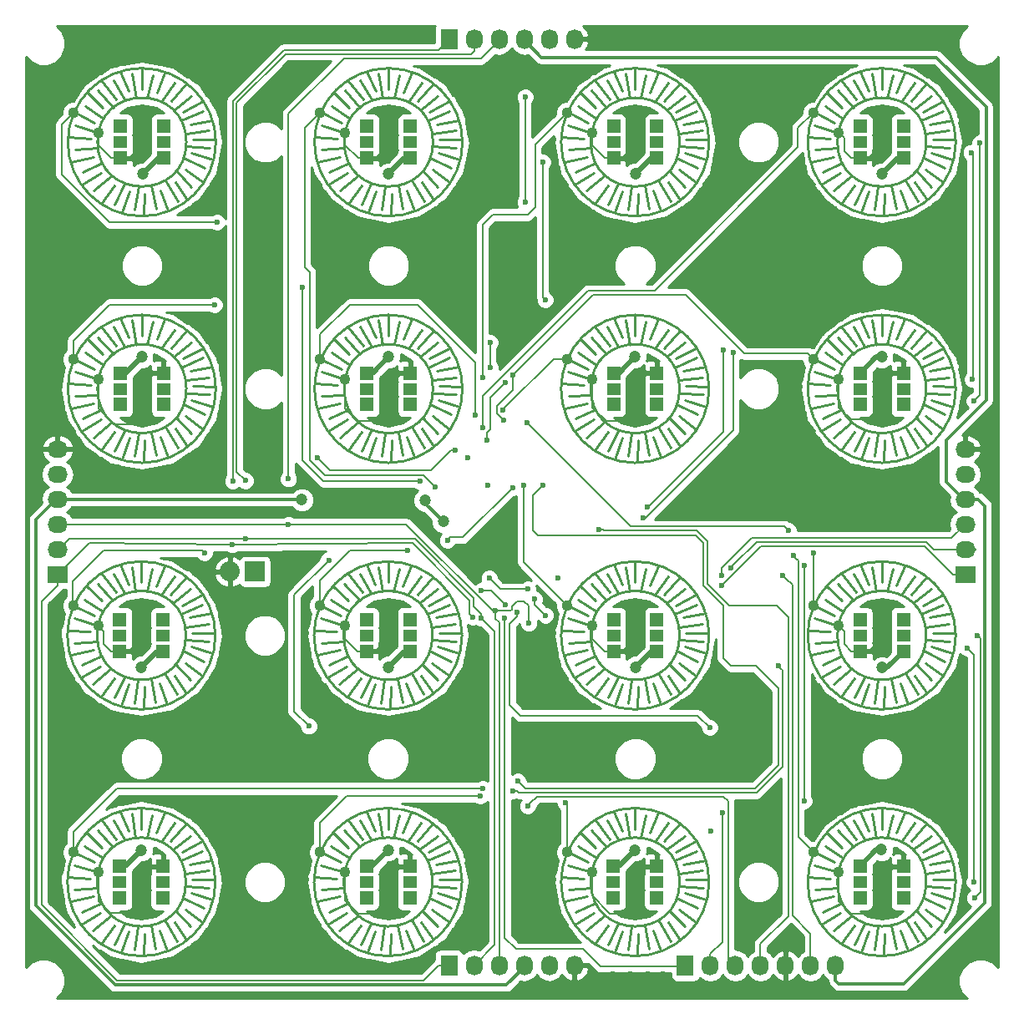
<source format=gbr>
G04 #@! TF.FileFunction,Copper,L1,Top,Signal*
%FSLAX46Y46*%
G04 Gerber Fmt 4.6, Leading zero omitted, Abs format (unit mm)*
G04 Created by KiCad (PCBNEW 4.0.2-stable) date Onsdag 20 Juli 2016 10:28:16*
%MOMM*%
G01*
G04 APERTURE LIST*
%ADD10C,0.100000*%
%ADD11C,0.254000*%
%ADD12C,0.600000*%
%ADD13R,2.032000X2.032000*%
%ADD14O,2.032000X2.032000*%
%ADD15R,1.727200X2.032000*%
%ADD16O,1.727200X2.032000*%
%ADD17R,2.032000X1.727200*%
%ADD18O,2.032000X1.727200*%
%ADD19C,1.108000*%
%ADD20R,1.400000X1.400000*%
%ADD21R,1.400000X1.300000*%
%ADD22C,1.200000*%
%ADD23C,0.203200*%
%ADD24C,0.304800*%
%ADD25C,0.508000*%
G04 APERTURE END LIST*
D10*
D11*
X80700000Y-85760000D02*
X83070000Y-86520000D01*
X80020000Y-86990000D02*
X82310000Y-87130000D01*
X80730000Y-88250000D02*
X83030000Y-88100000D01*
X82600000Y-88970000D02*
X80320000Y-89480000D01*
X81480000Y-90520000D02*
X83480000Y-89580000D01*
X81370000Y-91780000D02*
X83320000Y-90630000D01*
X84440000Y-90840000D02*
X82570000Y-92420000D01*
X84730000Y-91870000D02*
X83390000Y-93720000D01*
X84750000Y-93810000D02*
X85740000Y-91750000D01*
X86200000Y-92450000D02*
X85440000Y-94630000D01*
X86780000Y-94340000D02*
X87130000Y-92010000D01*
X87780000Y-92710000D02*
X87710000Y-94940000D01*
X88930000Y-94260000D02*
X88470000Y-91910000D01*
X89340000Y-92380000D02*
X90120000Y-94430000D01*
X91120000Y-93480000D02*
X89870000Y-91340000D01*
X90860000Y-91560000D02*
X92060000Y-93340000D01*
X90950000Y-90400000D02*
X92500000Y-92020000D01*
X91930000Y-90280000D02*
X93680000Y-91580000D01*
X91720000Y-89070000D02*
X93850000Y-90120000D01*
X92540000Y-88620000D02*
X94660000Y-89300000D01*
X92000000Y-87930000D02*
X94360000Y-88090000D01*
X92660000Y-87230000D02*
X94950000Y-87260000D01*
X91960000Y-86640000D02*
X94300000Y-86320000D01*
X92380000Y-85680000D02*
X94620000Y-85260000D01*
X91520000Y-85320000D02*
X93690000Y-84350000D01*
X91630000Y-84450000D02*
X93660000Y-83360000D01*
X90680000Y-84230000D02*
X92500000Y-82800000D01*
X92020000Y-81580000D02*
X90460000Y-83360000D01*
X89490000Y-83400000D02*
X90830000Y-81490000D01*
X88990000Y-82480000D02*
X89830000Y-80460000D01*
X88050000Y-82990000D02*
X88590000Y-80710000D01*
X87490000Y-82130000D02*
X87490000Y-80010000D01*
X86910000Y-83020000D02*
X86500000Y-80550000D01*
X86170000Y-82320000D02*
X85310000Y-80350000D01*
X84640000Y-81220000D02*
X85750000Y-83200000D01*
X83450000Y-81260000D02*
X84900000Y-83140000D01*
X83050000Y-82260000D02*
X84610000Y-83980000D01*
X81970000Y-82490000D02*
X83490000Y-84000000D01*
X81720000Y-83840000D02*
X83580000Y-85070000D01*
X80650000Y-84470000D02*
X82710000Y-85500000D01*
X55700000Y-85760000D02*
X58070000Y-86520000D01*
X55020000Y-86990000D02*
X57310000Y-87130000D01*
X55730000Y-88250000D02*
X58030000Y-88100000D01*
X57600000Y-88970000D02*
X55320000Y-89480000D01*
X56480000Y-90520000D02*
X58480000Y-89580000D01*
X56370000Y-91780000D02*
X58320000Y-90630000D01*
X59440000Y-90840000D02*
X57570000Y-92420000D01*
X59730000Y-91870000D02*
X58390000Y-93720000D01*
X59750000Y-93810000D02*
X60740000Y-91750000D01*
X61200000Y-92450000D02*
X60440000Y-94630000D01*
X61780000Y-94340000D02*
X62130000Y-92010000D01*
X62780000Y-92710000D02*
X62710000Y-94940000D01*
X63930000Y-94260000D02*
X63470000Y-91910000D01*
X64340000Y-92380000D02*
X65120000Y-94430000D01*
X66120000Y-93480000D02*
X64870000Y-91340000D01*
X65860000Y-91560000D02*
X67060000Y-93340000D01*
X65950000Y-90400000D02*
X67500000Y-92020000D01*
X66930000Y-90280000D02*
X68680000Y-91580000D01*
X66720000Y-89070000D02*
X68850000Y-90120000D01*
X67540000Y-88620000D02*
X69660000Y-89300000D01*
X67000000Y-87930000D02*
X69360000Y-88090000D01*
X67660000Y-87230000D02*
X69950000Y-87260000D01*
X66960000Y-86640000D02*
X69300000Y-86320000D01*
X67380000Y-85680000D02*
X69620000Y-85260000D01*
X66520000Y-85320000D02*
X68690000Y-84350000D01*
X66630000Y-84450000D02*
X68660000Y-83360000D01*
X65680000Y-84230000D02*
X67500000Y-82800000D01*
X67020000Y-81580000D02*
X65460000Y-83360000D01*
X64490000Y-83400000D02*
X65830000Y-81490000D01*
X63990000Y-82480000D02*
X64830000Y-80460000D01*
X63050000Y-82990000D02*
X63590000Y-80710000D01*
X62490000Y-82130000D02*
X62490000Y-80010000D01*
X61910000Y-83020000D02*
X61500000Y-80550000D01*
X61170000Y-82320000D02*
X60310000Y-80350000D01*
X59640000Y-81220000D02*
X60750000Y-83200000D01*
X58450000Y-81260000D02*
X59900000Y-83140000D01*
X58050000Y-82260000D02*
X59610000Y-83980000D01*
X56970000Y-82490000D02*
X58490000Y-84000000D01*
X56720000Y-83840000D02*
X58580000Y-85070000D01*
X55650000Y-84470000D02*
X57710000Y-85500000D01*
X80650000Y-59470000D02*
X82710000Y-60500000D01*
X81720000Y-58840000D02*
X83580000Y-60070000D01*
X81970000Y-57490000D02*
X83490000Y-59000000D01*
X83050000Y-57260000D02*
X84610000Y-58980000D01*
X83450000Y-56260000D02*
X84900000Y-58140000D01*
X84640000Y-56220000D02*
X85750000Y-58200000D01*
X86170000Y-57320000D02*
X85310000Y-55350000D01*
X86910000Y-58020000D02*
X86500000Y-55550000D01*
X87490000Y-57130000D02*
X87490000Y-55010000D01*
X88050000Y-57990000D02*
X88590000Y-55710000D01*
X88990000Y-57480000D02*
X89830000Y-55460000D01*
X89490000Y-58400000D02*
X90830000Y-56490000D01*
X92020000Y-56580000D02*
X90460000Y-58360000D01*
X90680000Y-59230000D02*
X92500000Y-57800000D01*
X91630000Y-59450000D02*
X93660000Y-58360000D01*
X91520000Y-60320000D02*
X93690000Y-59350000D01*
X92380000Y-60680000D02*
X94620000Y-60260000D01*
X91960000Y-61640000D02*
X94300000Y-61320000D01*
X92660000Y-62230000D02*
X94950000Y-62260000D01*
X92000000Y-62930000D02*
X94360000Y-63090000D01*
X92540000Y-63620000D02*
X94660000Y-64300000D01*
X91720000Y-64070000D02*
X93850000Y-65120000D01*
X91930000Y-65280000D02*
X93680000Y-66580000D01*
X90950000Y-65400000D02*
X92500000Y-67020000D01*
X90860000Y-66560000D02*
X92060000Y-68340000D01*
X91120000Y-68480000D02*
X89870000Y-66340000D01*
X89340000Y-67380000D02*
X90120000Y-69430000D01*
X88930000Y-69260000D02*
X88470000Y-66910000D01*
X87780000Y-67710000D02*
X87710000Y-69940000D01*
X86780000Y-69340000D02*
X87130000Y-67010000D01*
X86200000Y-67450000D02*
X85440000Y-69630000D01*
X84750000Y-68810000D02*
X85740000Y-66750000D01*
X84730000Y-66870000D02*
X83390000Y-68720000D01*
X84440000Y-65840000D02*
X82570000Y-67420000D01*
X81370000Y-66780000D02*
X83320000Y-65630000D01*
X81480000Y-65520000D02*
X83480000Y-64580000D01*
X82600000Y-63970000D02*
X80320000Y-64480000D01*
X80730000Y-63250000D02*
X83030000Y-63100000D01*
X80020000Y-61990000D02*
X82310000Y-62130000D01*
X80700000Y-60760000D02*
X83070000Y-61520000D01*
X55650000Y-59470000D02*
X57710000Y-60500000D01*
X56720000Y-58840000D02*
X58580000Y-60070000D01*
X56970000Y-57490000D02*
X58490000Y-59000000D01*
X58050000Y-57260000D02*
X59610000Y-58980000D01*
X58450000Y-56260000D02*
X59900000Y-58140000D01*
X59640000Y-56220000D02*
X60750000Y-58200000D01*
X61170000Y-57320000D02*
X60310000Y-55350000D01*
X61910000Y-58020000D02*
X61500000Y-55550000D01*
X62490000Y-57130000D02*
X62490000Y-55010000D01*
X63050000Y-57990000D02*
X63590000Y-55710000D01*
X63990000Y-57480000D02*
X64830000Y-55460000D01*
X64490000Y-58400000D02*
X65830000Y-56490000D01*
X67020000Y-56580000D02*
X65460000Y-58360000D01*
X65680000Y-59230000D02*
X67500000Y-57800000D01*
X66630000Y-59450000D02*
X68660000Y-58360000D01*
X66520000Y-60320000D02*
X68690000Y-59350000D01*
X67380000Y-60680000D02*
X69620000Y-60260000D01*
X66960000Y-61640000D02*
X69300000Y-61320000D01*
X67660000Y-62230000D02*
X69950000Y-62260000D01*
X67000000Y-62930000D02*
X69360000Y-63090000D01*
X67540000Y-63620000D02*
X69660000Y-64300000D01*
X66720000Y-64070000D02*
X68850000Y-65120000D01*
X66930000Y-65280000D02*
X68680000Y-66580000D01*
X65950000Y-65400000D02*
X67500000Y-67020000D01*
X65860000Y-66560000D02*
X67060000Y-68340000D01*
X66120000Y-68480000D02*
X64870000Y-66340000D01*
X64340000Y-67380000D02*
X65120000Y-69430000D01*
X63930000Y-69260000D02*
X63470000Y-66910000D01*
X62780000Y-67710000D02*
X62710000Y-69940000D01*
X61780000Y-69340000D02*
X62130000Y-67010000D01*
X61200000Y-67450000D02*
X60440000Y-69630000D01*
X59750000Y-68810000D02*
X60740000Y-66750000D01*
X59730000Y-66870000D02*
X58390000Y-68720000D01*
X59440000Y-65840000D02*
X57570000Y-67420000D01*
X56370000Y-66780000D02*
X58320000Y-65630000D01*
X56480000Y-65520000D02*
X58480000Y-64580000D01*
X57600000Y-63970000D02*
X55320000Y-64480000D01*
X55730000Y-63250000D02*
X58030000Y-63100000D01*
X55020000Y-61990000D02*
X57310000Y-62130000D01*
X55700000Y-60760000D02*
X58070000Y-61520000D01*
X69990000Y-62500000D02*
G75*
G03X69990000Y-62500000I-7500000J0D01*
G01*
X67000000Y-62490000D02*
G75*
G03X67000000Y-62490000I-4500000J0D01*
G01*
X94990000Y-62500000D02*
G75*
G03X94990000Y-62500000I-7500000J0D01*
G01*
X92000000Y-62490000D02*
G75*
G03X92000000Y-62490000I-4500000J0D01*
G01*
X69990000Y-87500000D02*
G75*
G03X69990000Y-87500000I-7500000J0D01*
G01*
X67000000Y-87490000D02*
G75*
G03X67000000Y-87490000I-4500000J0D01*
G01*
X94990000Y-87500000D02*
G75*
G03X94990000Y-87500000I-7500000J0D01*
G01*
X92000000Y-87490000D02*
G75*
G03X92000000Y-87490000I-4500000J0D01*
G01*
X130700000Y-85760000D02*
X133070000Y-86520000D01*
X130020000Y-86990000D02*
X132310000Y-87130000D01*
X130730000Y-88250000D02*
X133030000Y-88100000D01*
X132600000Y-88970000D02*
X130320000Y-89480000D01*
X131480000Y-90520000D02*
X133480000Y-89580000D01*
X131370000Y-91780000D02*
X133320000Y-90630000D01*
X134440000Y-90840000D02*
X132570000Y-92420000D01*
X134730000Y-91870000D02*
X133390000Y-93720000D01*
X134750000Y-93810000D02*
X135740000Y-91750000D01*
X136200000Y-92450000D02*
X135440000Y-94630000D01*
X136780000Y-94340000D02*
X137130000Y-92010000D01*
X137780000Y-92710000D02*
X137710000Y-94940000D01*
X138930000Y-94260000D02*
X138470000Y-91910000D01*
X139340000Y-92380000D02*
X140120000Y-94430000D01*
X141120000Y-93480000D02*
X139870000Y-91340000D01*
X140860000Y-91560000D02*
X142060000Y-93340000D01*
X140950000Y-90400000D02*
X142500000Y-92020000D01*
X141930000Y-90280000D02*
X143680000Y-91580000D01*
X141720000Y-89070000D02*
X143850000Y-90120000D01*
X142540000Y-88620000D02*
X144660000Y-89300000D01*
X142000000Y-87930000D02*
X144360000Y-88090000D01*
X142660000Y-87230000D02*
X144950000Y-87260000D01*
X141960000Y-86640000D02*
X144300000Y-86320000D01*
X142380000Y-85680000D02*
X144620000Y-85260000D01*
X141520000Y-85320000D02*
X143690000Y-84350000D01*
X141630000Y-84450000D02*
X143660000Y-83360000D01*
X140680000Y-84230000D02*
X142500000Y-82800000D01*
X142020000Y-81580000D02*
X140460000Y-83360000D01*
X139490000Y-83400000D02*
X140830000Y-81490000D01*
X138990000Y-82480000D02*
X139830000Y-80460000D01*
X138050000Y-82990000D02*
X138590000Y-80710000D01*
X137490000Y-82130000D02*
X137490000Y-80010000D01*
X136910000Y-83020000D02*
X136500000Y-80550000D01*
X136170000Y-82320000D02*
X135310000Y-80350000D01*
X134640000Y-81220000D02*
X135750000Y-83200000D01*
X133450000Y-81260000D02*
X134900000Y-83140000D01*
X133050000Y-82260000D02*
X134610000Y-83980000D01*
X131970000Y-82490000D02*
X133490000Y-84000000D01*
X131720000Y-83840000D02*
X133580000Y-85070000D01*
X130650000Y-84470000D02*
X132710000Y-85500000D01*
X105700000Y-85760000D02*
X108070000Y-86520000D01*
X105020000Y-86990000D02*
X107310000Y-87130000D01*
X105730000Y-88250000D02*
X108030000Y-88100000D01*
X107600000Y-88970000D02*
X105320000Y-89480000D01*
X106480000Y-90520000D02*
X108480000Y-89580000D01*
X106370000Y-91780000D02*
X108320000Y-90630000D01*
X109440000Y-90840000D02*
X107570000Y-92420000D01*
X109730000Y-91870000D02*
X108390000Y-93720000D01*
X109750000Y-93810000D02*
X110740000Y-91750000D01*
X111200000Y-92450000D02*
X110440000Y-94630000D01*
X111780000Y-94340000D02*
X112130000Y-92010000D01*
X112780000Y-92710000D02*
X112710000Y-94940000D01*
X113930000Y-94260000D02*
X113470000Y-91910000D01*
X114340000Y-92380000D02*
X115120000Y-94430000D01*
X116120000Y-93480000D02*
X114870000Y-91340000D01*
X115860000Y-91560000D02*
X117060000Y-93340000D01*
X115950000Y-90400000D02*
X117500000Y-92020000D01*
X116930000Y-90280000D02*
X118680000Y-91580000D01*
X116720000Y-89070000D02*
X118850000Y-90120000D01*
X117540000Y-88620000D02*
X119660000Y-89300000D01*
X117000000Y-87930000D02*
X119360000Y-88090000D01*
X117660000Y-87230000D02*
X119950000Y-87260000D01*
X116960000Y-86640000D02*
X119300000Y-86320000D01*
X117380000Y-85680000D02*
X119620000Y-85260000D01*
X116520000Y-85320000D02*
X118690000Y-84350000D01*
X116630000Y-84450000D02*
X118660000Y-83360000D01*
X115680000Y-84230000D02*
X117500000Y-82800000D01*
X117020000Y-81580000D02*
X115460000Y-83360000D01*
X114490000Y-83400000D02*
X115830000Y-81490000D01*
X113990000Y-82480000D02*
X114830000Y-80460000D01*
X113050000Y-82990000D02*
X113590000Y-80710000D01*
X112490000Y-82130000D02*
X112490000Y-80010000D01*
X111910000Y-83020000D02*
X111500000Y-80550000D01*
X111170000Y-82320000D02*
X110310000Y-80350000D01*
X109640000Y-81220000D02*
X110750000Y-83200000D01*
X108450000Y-81260000D02*
X109900000Y-83140000D01*
X108050000Y-82260000D02*
X109610000Y-83980000D01*
X106970000Y-82490000D02*
X108490000Y-84000000D01*
X106720000Y-83840000D02*
X108580000Y-85070000D01*
X105650000Y-84470000D02*
X107710000Y-85500000D01*
X130650000Y-59470000D02*
X132710000Y-60500000D01*
X131720000Y-58840000D02*
X133580000Y-60070000D01*
X131970000Y-57490000D02*
X133490000Y-59000000D01*
X133050000Y-57260000D02*
X134610000Y-58980000D01*
X133450000Y-56260000D02*
X134900000Y-58140000D01*
X134640000Y-56220000D02*
X135750000Y-58200000D01*
X136170000Y-57320000D02*
X135310000Y-55350000D01*
X136910000Y-58020000D02*
X136500000Y-55550000D01*
X137490000Y-57130000D02*
X137490000Y-55010000D01*
X138050000Y-57990000D02*
X138590000Y-55710000D01*
X138990000Y-57480000D02*
X139830000Y-55460000D01*
X139490000Y-58400000D02*
X140830000Y-56490000D01*
X142020000Y-56580000D02*
X140460000Y-58360000D01*
X140680000Y-59230000D02*
X142500000Y-57800000D01*
X141630000Y-59450000D02*
X143660000Y-58360000D01*
X141520000Y-60320000D02*
X143690000Y-59350000D01*
X142380000Y-60680000D02*
X144620000Y-60260000D01*
X141960000Y-61640000D02*
X144300000Y-61320000D01*
X142660000Y-62230000D02*
X144950000Y-62260000D01*
X142000000Y-62930000D02*
X144360000Y-63090000D01*
X142540000Y-63620000D02*
X144660000Y-64300000D01*
X141720000Y-64070000D02*
X143850000Y-65120000D01*
X141930000Y-65280000D02*
X143680000Y-66580000D01*
X140950000Y-65400000D02*
X142500000Y-67020000D01*
X140860000Y-66560000D02*
X142060000Y-68340000D01*
X141120000Y-68480000D02*
X139870000Y-66340000D01*
X139340000Y-67380000D02*
X140120000Y-69430000D01*
X138930000Y-69260000D02*
X138470000Y-66910000D01*
X137780000Y-67710000D02*
X137710000Y-69940000D01*
X136780000Y-69340000D02*
X137130000Y-67010000D01*
X136200000Y-67450000D02*
X135440000Y-69630000D01*
X134750000Y-68810000D02*
X135740000Y-66750000D01*
X134730000Y-66870000D02*
X133390000Y-68720000D01*
X134440000Y-65840000D02*
X132570000Y-67420000D01*
X131370000Y-66780000D02*
X133320000Y-65630000D01*
X131480000Y-65520000D02*
X133480000Y-64580000D01*
X132600000Y-63970000D02*
X130320000Y-64480000D01*
X130730000Y-63250000D02*
X133030000Y-63100000D01*
X130020000Y-61990000D02*
X132310000Y-62130000D01*
X130700000Y-60760000D02*
X133070000Y-61520000D01*
X105650000Y-59470000D02*
X107710000Y-60500000D01*
X106720000Y-58840000D02*
X108580000Y-60070000D01*
X106970000Y-57490000D02*
X108490000Y-59000000D01*
X108050000Y-57260000D02*
X109610000Y-58980000D01*
X108450000Y-56260000D02*
X109900000Y-58140000D01*
X109640000Y-56220000D02*
X110750000Y-58200000D01*
X111170000Y-57320000D02*
X110310000Y-55350000D01*
X111910000Y-58020000D02*
X111500000Y-55550000D01*
X112490000Y-57130000D02*
X112490000Y-55010000D01*
X113050000Y-57990000D02*
X113590000Y-55710000D01*
X113990000Y-57480000D02*
X114830000Y-55460000D01*
X114490000Y-58400000D02*
X115830000Y-56490000D01*
X117020000Y-56580000D02*
X115460000Y-58360000D01*
X115680000Y-59230000D02*
X117500000Y-57800000D01*
X116630000Y-59450000D02*
X118660000Y-58360000D01*
X116520000Y-60320000D02*
X118690000Y-59350000D01*
X117380000Y-60680000D02*
X119620000Y-60260000D01*
X116960000Y-61640000D02*
X119300000Y-61320000D01*
X117660000Y-62230000D02*
X119950000Y-62260000D01*
X117000000Y-62930000D02*
X119360000Y-63090000D01*
X117540000Y-63620000D02*
X119660000Y-64300000D01*
X116720000Y-64070000D02*
X118850000Y-65120000D01*
X116930000Y-65280000D02*
X118680000Y-66580000D01*
X115950000Y-65400000D02*
X117500000Y-67020000D01*
X115860000Y-66560000D02*
X117060000Y-68340000D01*
X116120000Y-68480000D02*
X114870000Y-66340000D01*
X114340000Y-67380000D02*
X115120000Y-69430000D01*
X113930000Y-69260000D02*
X113470000Y-66910000D01*
X112780000Y-67710000D02*
X112710000Y-69940000D01*
X111780000Y-69340000D02*
X112130000Y-67010000D01*
X111200000Y-67450000D02*
X110440000Y-69630000D01*
X109750000Y-68810000D02*
X110740000Y-66750000D01*
X109730000Y-66870000D02*
X108390000Y-68720000D01*
X109440000Y-65840000D02*
X107570000Y-67420000D01*
X106370000Y-66780000D02*
X108320000Y-65630000D01*
X106480000Y-65520000D02*
X108480000Y-64580000D01*
X107600000Y-63970000D02*
X105320000Y-64480000D01*
X105730000Y-63250000D02*
X108030000Y-63100000D01*
X105020000Y-61990000D02*
X107310000Y-62130000D01*
X105700000Y-60760000D02*
X108070000Y-61520000D01*
X119990000Y-62500000D02*
G75*
G03X119990000Y-62500000I-7500000J0D01*
G01*
X117000000Y-62490000D02*
G75*
G03X117000000Y-62490000I-4500000J0D01*
G01*
X144990000Y-62500000D02*
G75*
G03X144990000Y-62500000I-7500000J0D01*
G01*
X142000000Y-62490000D02*
G75*
G03X142000000Y-62490000I-4500000J0D01*
G01*
X119990000Y-87500000D02*
G75*
G03X119990000Y-87500000I-7500000J0D01*
G01*
X117000000Y-87490000D02*
G75*
G03X117000000Y-87490000I-4500000J0D01*
G01*
X144990000Y-87500000D02*
G75*
G03X144990000Y-87500000I-7500000J0D01*
G01*
X142000000Y-87490000D02*
G75*
G03X142000000Y-87490000I-4500000J0D01*
G01*
X80652000Y-135761000D02*
X83022000Y-136521000D01*
X79972000Y-136991000D02*
X82262000Y-137131000D01*
X80682000Y-138251000D02*
X82982000Y-138101000D01*
X82552000Y-138971000D02*
X80272000Y-139481000D01*
X81432000Y-140521000D02*
X83432000Y-139581000D01*
X81322000Y-141781000D02*
X83272000Y-140631000D01*
X84392000Y-140841000D02*
X82522000Y-142421000D01*
X84682000Y-141871000D02*
X83342000Y-143721000D01*
X84702000Y-143811000D02*
X85692000Y-141751000D01*
X86152000Y-142451000D02*
X85392000Y-144631000D01*
X86732000Y-144341000D02*
X87082000Y-142011000D01*
X87732000Y-142711000D02*
X87662000Y-144941000D01*
X88882000Y-144261000D02*
X88422000Y-141911000D01*
X89292000Y-142381000D02*
X90072000Y-144431000D01*
X91072000Y-143481000D02*
X89822000Y-141341000D01*
X90812000Y-141561000D02*
X92012000Y-143341000D01*
X90902000Y-140401000D02*
X92452000Y-142021000D01*
X91882000Y-140281000D02*
X93632000Y-141581000D01*
X91672000Y-139071000D02*
X93802000Y-140121000D01*
X92492000Y-138621000D02*
X94612000Y-139301000D01*
X91952000Y-137931000D02*
X94312000Y-138091000D01*
X92612000Y-137231000D02*
X94902000Y-137261000D01*
X91912000Y-136641000D02*
X94252000Y-136321000D01*
X92332000Y-135681000D02*
X94572000Y-135261000D01*
X91472000Y-135321000D02*
X93642000Y-134351000D01*
X91582000Y-134451000D02*
X93612000Y-133361000D01*
X90632000Y-134231000D02*
X92452000Y-132801000D01*
X91972000Y-131581000D02*
X90412000Y-133361000D01*
X89442000Y-133401000D02*
X90782000Y-131491000D01*
X88942000Y-132481000D02*
X89782000Y-130461000D01*
X88002000Y-132991000D02*
X88542000Y-130711000D01*
X87442000Y-132131000D02*
X87442000Y-130011000D01*
X86862000Y-133021000D02*
X86452000Y-130551000D01*
X86122000Y-132321000D02*
X85262000Y-130351000D01*
X84592000Y-131221000D02*
X85702000Y-133201000D01*
X83402000Y-131261000D02*
X84852000Y-133141000D01*
X83002000Y-132261000D02*
X84562000Y-133981000D01*
X81922000Y-132491000D02*
X83442000Y-134001000D01*
X81672000Y-133841000D02*
X83532000Y-135071000D01*
X80602000Y-134471000D02*
X82662000Y-135501000D01*
X55652000Y-135761000D02*
X58022000Y-136521000D01*
X54972000Y-136991000D02*
X57262000Y-137131000D01*
X55682000Y-138251000D02*
X57982000Y-138101000D01*
X57552000Y-138971000D02*
X55272000Y-139481000D01*
X56432000Y-140521000D02*
X58432000Y-139581000D01*
X56322000Y-141781000D02*
X58272000Y-140631000D01*
X59392000Y-140841000D02*
X57522000Y-142421000D01*
X59682000Y-141871000D02*
X58342000Y-143721000D01*
X59702000Y-143811000D02*
X60692000Y-141751000D01*
X61152000Y-142451000D02*
X60392000Y-144631000D01*
X61732000Y-144341000D02*
X62082000Y-142011000D01*
X62732000Y-142711000D02*
X62662000Y-144941000D01*
X63882000Y-144261000D02*
X63422000Y-141911000D01*
X64292000Y-142381000D02*
X65072000Y-144431000D01*
X66072000Y-143481000D02*
X64822000Y-141341000D01*
X65812000Y-141561000D02*
X67012000Y-143341000D01*
X65902000Y-140401000D02*
X67452000Y-142021000D01*
X66882000Y-140281000D02*
X68632000Y-141581000D01*
X66672000Y-139071000D02*
X68802000Y-140121000D01*
X67492000Y-138621000D02*
X69612000Y-139301000D01*
X66952000Y-137931000D02*
X69312000Y-138091000D01*
X67612000Y-137231000D02*
X69902000Y-137261000D01*
X66912000Y-136641000D02*
X69252000Y-136321000D01*
X67332000Y-135681000D02*
X69572000Y-135261000D01*
X66472000Y-135321000D02*
X68642000Y-134351000D01*
X66582000Y-134451000D02*
X68612000Y-133361000D01*
X65632000Y-134231000D02*
X67452000Y-132801000D01*
X66972000Y-131581000D02*
X65412000Y-133361000D01*
X64442000Y-133401000D02*
X65782000Y-131491000D01*
X63942000Y-132481000D02*
X64782000Y-130461000D01*
X63002000Y-132991000D02*
X63542000Y-130711000D01*
X62442000Y-132131000D02*
X62442000Y-130011000D01*
X61862000Y-133021000D02*
X61452000Y-130551000D01*
X61122000Y-132321000D02*
X60262000Y-130351000D01*
X59592000Y-131221000D02*
X60702000Y-133201000D01*
X58402000Y-131261000D02*
X59852000Y-133141000D01*
X58002000Y-132261000D02*
X59562000Y-133981000D01*
X56922000Y-132491000D02*
X58442000Y-134001000D01*
X56672000Y-133841000D02*
X58532000Y-135071000D01*
X55602000Y-134471000D02*
X57662000Y-135501000D01*
X80602000Y-109471000D02*
X82662000Y-110501000D01*
X81672000Y-108841000D02*
X83532000Y-110071000D01*
X81922000Y-107491000D02*
X83442000Y-109001000D01*
X83002000Y-107261000D02*
X84562000Y-108981000D01*
X83402000Y-106261000D02*
X84852000Y-108141000D01*
X84592000Y-106221000D02*
X85702000Y-108201000D01*
X86122000Y-107321000D02*
X85262000Y-105351000D01*
X86862000Y-108021000D02*
X86452000Y-105551000D01*
X87442000Y-107131000D02*
X87442000Y-105011000D01*
X88002000Y-107991000D02*
X88542000Y-105711000D01*
X88942000Y-107481000D02*
X89782000Y-105461000D01*
X89442000Y-108401000D02*
X90782000Y-106491000D01*
X91972000Y-106581000D02*
X90412000Y-108361000D01*
X90632000Y-109231000D02*
X92452000Y-107801000D01*
X91582000Y-109451000D02*
X93612000Y-108361000D01*
X91472000Y-110321000D02*
X93642000Y-109351000D01*
X92332000Y-110681000D02*
X94572000Y-110261000D01*
X91912000Y-111641000D02*
X94252000Y-111321000D01*
X92612000Y-112231000D02*
X94902000Y-112261000D01*
X91952000Y-112931000D02*
X94312000Y-113091000D01*
X92492000Y-113621000D02*
X94612000Y-114301000D01*
X91672000Y-114071000D02*
X93802000Y-115121000D01*
X91882000Y-115281000D02*
X93632000Y-116581000D01*
X90902000Y-115401000D02*
X92452000Y-117021000D01*
X90812000Y-116561000D02*
X92012000Y-118341000D01*
X91072000Y-118481000D02*
X89822000Y-116341000D01*
X89292000Y-117381000D02*
X90072000Y-119431000D01*
X88882000Y-119261000D02*
X88422000Y-116911000D01*
X87732000Y-117711000D02*
X87662000Y-119941000D01*
X86732000Y-119341000D02*
X87082000Y-117011000D01*
X86152000Y-117451000D02*
X85392000Y-119631000D01*
X84702000Y-118811000D02*
X85692000Y-116751000D01*
X84682000Y-116871000D02*
X83342000Y-118721000D01*
X84392000Y-115841000D02*
X82522000Y-117421000D01*
X81322000Y-116781000D02*
X83272000Y-115631000D01*
X81432000Y-115521000D02*
X83432000Y-114581000D01*
X82552000Y-113971000D02*
X80272000Y-114481000D01*
X80682000Y-113251000D02*
X82982000Y-113101000D01*
X79972000Y-111991000D02*
X82262000Y-112131000D01*
X80652000Y-110761000D02*
X83022000Y-111521000D01*
X55602000Y-109471000D02*
X57662000Y-110501000D01*
X56672000Y-108841000D02*
X58532000Y-110071000D01*
X56922000Y-107491000D02*
X58442000Y-109001000D01*
X58002000Y-107261000D02*
X59562000Y-108981000D01*
X58402000Y-106261000D02*
X59852000Y-108141000D01*
X59592000Y-106221000D02*
X60702000Y-108201000D01*
X61122000Y-107321000D02*
X60262000Y-105351000D01*
X61862000Y-108021000D02*
X61452000Y-105551000D01*
X62442000Y-107131000D02*
X62442000Y-105011000D01*
X63002000Y-107991000D02*
X63542000Y-105711000D01*
X63942000Y-107481000D02*
X64782000Y-105461000D01*
X64442000Y-108401000D02*
X65782000Y-106491000D01*
X66972000Y-106581000D02*
X65412000Y-108361000D01*
X65632000Y-109231000D02*
X67452000Y-107801000D01*
X66582000Y-109451000D02*
X68612000Y-108361000D01*
X66472000Y-110321000D02*
X68642000Y-109351000D01*
X67332000Y-110681000D02*
X69572000Y-110261000D01*
X66912000Y-111641000D02*
X69252000Y-111321000D01*
X67612000Y-112231000D02*
X69902000Y-112261000D01*
X66952000Y-112931000D02*
X69312000Y-113091000D01*
X67492000Y-113621000D02*
X69612000Y-114301000D01*
X66672000Y-114071000D02*
X68802000Y-115121000D01*
X66882000Y-115281000D02*
X68632000Y-116581000D01*
X65902000Y-115401000D02*
X67452000Y-117021000D01*
X65812000Y-116561000D02*
X67012000Y-118341000D01*
X66072000Y-118481000D02*
X64822000Y-116341000D01*
X64292000Y-117381000D02*
X65072000Y-119431000D01*
X63882000Y-119261000D02*
X63422000Y-116911000D01*
X62732000Y-117711000D02*
X62662000Y-119941000D01*
X61732000Y-119341000D02*
X62082000Y-117011000D01*
X61152000Y-117451000D02*
X60392000Y-119631000D01*
X59702000Y-118811000D02*
X60692000Y-116751000D01*
X59682000Y-116871000D02*
X58342000Y-118721000D01*
X59392000Y-115841000D02*
X57522000Y-117421000D01*
X56322000Y-116781000D02*
X58272000Y-115631000D01*
X56432000Y-115521000D02*
X58432000Y-114581000D01*
X57552000Y-113971000D02*
X55272000Y-114481000D01*
X55682000Y-113251000D02*
X57982000Y-113101000D01*
X54972000Y-111991000D02*
X57262000Y-112131000D01*
X55652000Y-110761000D02*
X58022000Y-111521000D01*
X69942000Y-112501000D02*
G75*
G03X69942000Y-112501000I-7500000J0D01*
G01*
X66952000Y-112491000D02*
G75*
G03X66952000Y-112491000I-4500000J0D01*
G01*
X94942000Y-112501000D02*
G75*
G03X94942000Y-112501000I-7500000J0D01*
G01*
X91952000Y-112491000D02*
G75*
G03X91952000Y-112491000I-4500000J0D01*
G01*
X69942000Y-137501000D02*
G75*
G03X69942000Y-137501000I-7500000J0D01*
G01*
X66952000Y-137491000D02*
G75*
G03X66952000Y-137491000I-4500000J0D01*
G01*
X94942000Y-137501000D02*
G75*
G03X94942000Y-137501000I-7500000J0D01*
G01*
X91952000Y-137491000D02*
G75*
G03X91952000Y-137491000I-4500000J0D01*
G01*
X130700000Y-135760000D02*
X133070000Y-136520000D01*
X130020000Y-136990000D02*
X132310000Y-137130000D01*
X130730000Y-138250000D02*
X133030000Y-138100000D01*
X132600000Y-138970000D02*
X130320000Y-139480000D01*
X131480000Y-140520000D02*
X133480000Y-139580000D01*
X131370000Y-141780000D02*
X133320000Y-140630000D01*
X134440000Y-140840000D02*
X132570000Y-142420000D01*
X134730000Y-141870000D02*
X133390000Y-143720000D01*
X134750000Y-143810000D02*
X135740000Y-141750000D01*
X136200000Y-142450000D02*
X135440000Y-144630000D01*
X136780000Y-144340000D02*
X137130000Y-142010000D01*
X137780000Y-142710000D02*
X137710000Y-144940000D01*
X138930000Y-144260000D02*
X138470000Y-141910000D01*
X139340000Y-142380000D02*
X140120000Y-144430000D01*
X141120000Y-143480000D02*
X139870000Y-141340000D01*
X140860000Y-141560000D02*
X142060000Y-143340000D01*
X140950000Y-140400000D02*
X142500000Y-142020000D01*
X141930000Y-140280000D02*
X143680000Y-141580000D01*
X141720000Y-139070000D02*
X143850000Y-140120000D01*
X142540000Y-138620000D02*
X144660000Y-139300000D01*
X142000000Y-137930000D02*
X144360000Y-138090000D01*
X142660000Y-137230000D02*
X144950000Y-137260000D01*
X141960000Y-136640000D02*
X144300000Y-136320000D01*
X142380000Y-135680000D02*
X144620000Y-135260000D01*
X141520000Y-135320000D02*
X143690000Y-134350000D01*
X141630000Y-134450000D02*
X143660000Y-133360000D01*
X140680000Y-134230000D02*
X142500000Y-132800000D01*
X142020000Y-131580000D02*
X140460000Y-133360000D01*
X139490000Y-133400000D02*
X140830000Y-131490000D01*
X138990000Y-132480000D02*
X139830000Y-130460000D01*
X138050000Y-132990000D02*
X138590000Y-130710000D01*
X137490000Y-132130000D02*
X137490000Y-130010000D01*
X136910000Y-133020000D02*
X136500000Y-130550000D01*
X136170000Y-132320000D02*
X135310000Y-130350000D01*
X134640000Y-131220000D02*
X135750000Y-133200000D01*
X133450000Y-131260000D02*
X134900000Y-133140000D01*
X133050000Y-132260000D02*
X134610000Y-133980000D01*
X131970000Y-132490000D02*
X133490000Y-134000000D01*
X131720000Y-133840000D02*
X133580000Y-135070000D01*
X130650000Y-134470000D02*
X132710000Y-135500000D01*
X105700000Y-135760000D02*
X108070000Y-136520000D01*
X105020000Y-136990000D02*
X107310000Y-137130000D01*
X105730000Y-138250000D02*
X108030000Y-138100000D01*
X107600000Y-138970000D02*
X105320000Y-139480000D01*
X106480000Y-140520000D02*
X108480000Y-139580000D01*
X106370000Y-141780000D02*
X108320000Y-140630000D01*
X109440000Y-140840000D02*
X107570000Y-142420000D01*
X109730000Y-141870000D02*
X108390000Y-143720000D01*
X109750000Y-143810000D02*
X110740000Y-141750000D01*
X111200000Y-142450000D02*
X110440000Y-144630000D01*
X111780000Y-144340000D02*
X112130000Y-142010000D01*
X112780000Y-142710000D02*
X112710000Y-144940000D01*
X113930000Y-144260000D02*
X113470000Y-141910000D01*
X114340000Y-142380000D02*
X115120000Y-144430000D01*
X116120000Y-143480000D02*
X114870000Y-141340000D01*
X115860000Y-141560000D02*
X117060000Y-143340000D01*
X115950000Y-140400000D02*
X117500000Y-142020000D01*
X116930000Y-140280000D02*
X118680000Y-141580000D01*
X116720000Y-139070000D02*
X118850000Y-140120000D01*
X117540000Y-138620000D02*
X119660000Y-139300000D01*
X117000000Y-137930000D02*
X119360000Y-138090000D01*
X117660000Y-137230000D02*
X119950000Y-137260000D01*
X116960000Y-136640000D02*
X119300000Y-136320000D01*
X117380000Y-135680000D02*
X119620000Y-135260000D01*
X116520000Y-135320000D02*
X118690000Y-134350000D01*
X116630000Y-134450000D02*
X118660000Y-133360000D01*
X115680000Y-134230000D02*
X117500000Y-132800000D01*
X117020000Y-131580000D02*
X115460000Y-133360000D01*
X114490000Y-133400000D02*
X115830000Y-131490000D01*
X113990000Y-132480000D02*
X114830000Y-130460000D01*
X113050000Y-132990000D02*
X113590000Y-130710000D01*
X112490000Y-132130000D02*
X112490000Y-130010000D01*
X111910000Y-133020000D02*
X111500000Y-130550000D01*
X111170000Y-132320000D02*
X110310000Y-130350000D01*
X109640000Y-131220000D02*
X110750000Y-133200000D01*
X108450000Y-131260000D02*
X109900000Y-133140000D01*
X108050000Y-132260000D02*
X109610000Y-133980000D01*
X106970000Y-132490000D02*
X108490000Y-134000000D01*
X106720000Y-133840000D02*
X108580000Y-135070000D01*
X105650000Y-134470000D02*
X107710000Y-135500000D01*
X130650000Y-109470000D02*
X132710000Y-110500000D01*
X131720000Y-108840000D02*
X133580000Y-110070000D01*
X131970000Y-107490000D02*
X133490000Y-109000000D01*
X133050000Y-107260000D02*
X134610000Y-108980000D01*
X133450000Y-106260000D02*
X134900000Y-108140000D01*
X134640000Y-106220000D02*
X135750000Y-108200000D01*
X136170000Y-107320000D02*
X135310000Y-105350000D01*
X136910000Y-108020000D02*
X136500000Y-105550000D01*
X137490000Y-107130000D02*
X137490000Y-105010000D01*
X138050000Y-107990000D02*
X138590000Y-105710000D01*
X138990000Y-107480000D02*
X139830000Y-105460000D01*
X139490000Y-108400000D02*
X140830000Y-106490000D01*
X142020000Y-106580000D02*
X140460000Y-108360000D01*
X140680000Y-109230000D02*
X142500000Y-107800000D01*
X141630000Y-109450000D02*
X143660000Y-108360000D01*
X141520000Y-110320000D02*
X143690000Y-109350000D01*
X142380000Y-110680000D02*
X144620000Y-110260000D01*
X141960000Y-111640000D02*
X144300000Y-111320000D01*
X142660000Y-112230000D02*
X144950000Y-112260000D01*
X142000000Y-112930000D02*
X144360000Y-113090000D01*
X142540000Y-113620000D02*
X144660000Y-114300000D01*
X141720000Y-114070000D02*
X143850000Y-115120000D01*
X141930000Y-115280000D02*
X143680000Y-116580000D01*
X140950000Y-115400000D02*
X142500000Y-117020000D01*
X140860000Y-116560000D02*
X142060000Y-118340000D01*
X141120000Y-118480000D02*
X139870000Y-116340000D01*
X139340000Y-117380000D02*
X140120000Y-119430000D01*
X138930000Y-119260000D02*
X138470000Y-116910000D01*
X137780000Y-117710000D02*
X137710000Y-119940000D01*
X136780000Y-119340000D02*
X137130000Y-117010000D01*
X136200000Y-117450000D02*
X135440000Y-119630000D01*
X134750000Y-118810000D02*
X135740000Y-116750000D01*
X134730000Y-116870000D02*
X133390000Y-118720000D01*
X134440000Y-115840000D02*
X132570000Y-117420000D01*
X131370000Y-116780000D02*
X133320000Y-115630000D01*
X131480000Y-115520000D02*
X133480000Y-114580000D01*
X132600000Y-113970000D02*
X130320000Y-114480000D01*
X130730000Y-113250000D02*
X133030000Y-113100000D01*
X130020000Y-111990000D02*
X132310000Y-112130000D01*
X130700000Y-110760000D02*
X133070000Y-111520000D01*
X105650000Y-109470000D02*
X107710000Y-110500000D01*
X106720000Y-108840000D02*
X108580000Y-110070000D01*
X106970000Y-107490000D02*
X108490000Y-109000000D01*
X108050000Y-107260000D02*
X109610000Y-108980000D01*
X108450000Y-106260000D02*
X109900000Y-108140000D01*
X109640000Y-106220000D02*
X110750000Y-108200000D01*
X111170000Y-107320000D02*
X110310000Y-105350000D01*
X111910000Y-108020000D02*
X111500000Y-105550000D01*
X112490000Y-107130000D02*
X112490000Y-105010000D01*
X113050000Y-107990000D02*
X113590000Y-105710000D01*
X113990000Y-107480000D02*
X114830000Y-105460000D01*
X114490000Y-108400000D02*
X115830000Y-106490000D01*
X117020000Y-106580000D02*
X115460000Y-108360000D01*
X115680000Y-109230000D02*
X117500000Y-107800000D01*
X116630000Y-109450000D02*
X118660000Y-108360000D01*
X116520000Y-110320000D02*
X118690000Y-109350000D01*
X117380000Y-110680000D02*
X119620000Y-110260000D01*
X116960000Y-111640000D02*
X119300000Y-111320000D01*
X117660000Y-112230000D02*
X119950000Y-112260000D01*
X117000000Y-112930000D02*
X119360000Y-113090000D01*
X117540000Y-113620000D02*
X119660000Y-114300000D01*
X116720000Y-114070000D02*
X118850000Y-115120000D01*
X116930000Y-115280000D02*
X118680000Y-116580000D01*
X115950000Y-115400000D02*
X117500000Y-117020000D01*
X115860000Y-116560000D02*
X117060000Y-118340000D01*
X116120000Y-118480000D02*
X114870000Y-116340000D01*
X114340000Y-117380000D02*
X115120000Y-119430000D01*
X113930000Y-119260000D02*
X113470000Y-116910000D01*
X112780000Y-117710000D02*
X112710000Y-119940000D01*
X111780000Y-119340000D02*
X112130000Y-117010000D01*
X111200000Y-117450000D02*
X110440000Y-119630000D01*
X109750000Y-118810000D02*
X110740000Y-116750000D01*
X109730000Y-116870000D02*
X108390000Y-118720000D01*
X109440000Y-115840000D02*
X107570000Y-117420000D01*
X106370000Y-116780000D02*
X108320000Y-115630000D01*
X106480000Y-115520000D02*
X108480000Y-114580000D01*
X107600000Y-113970000D02*
X105320000Y-114480000D01*
X105730000Y-113250000D02*
X108030000Y-113100000D01*
X105020000Y-111990000D02*
X107310000Y-112130000D01*
X105700000Y-110760000D02*
X108070000Y-111520000D01*
X119990000Y-112500000D02*
G75*
G03X119990000Y-112500000I-7500000J0D01*
G01*
X117000000Y-112490000D02*
G75*
G03X117000000Y-112490000I-4500000J0D01*
G01*
X144990000Y-112500000D02*
G75*
G03X144990000Y-112500000I-7500000J0D01*
G01*
X142000000Y-112490000D02*
G75*
G03X142000000Y-112490000I-4500000J0D01*
G01*
X119990000Y-137500000D02*
G75*
G03X119990000Y-137500000I-7500000J0D01*
G01*
X117000000Y-137490000D02*
G75*
G03X117000000Y-137490000I-4500000J0D01*
G01*
X144990000Y-137500000D02*
G75*
G03X144990000Y-137500000I-7500000J0D01*
G01*
X142000000Y-137490000D02*
G75*
G03X142000000Y-137490000I-4500000J0D01*
G01*
D12*
X102362000Y-141224000D03*
X101854000Y-136398000D03*
X102870000Y-132080000D03*
X141224000Y-97536000D03*
X134874000Y-97790000D03*
X131064000Y-96520000D03*
X125730000Y-74930000D03*
X74930000Y-124714000D03*
X71120000Y-123190000D03*
X96012000Y-124968000D03*
X93472000Y-123190000D03*
X103378000Y-123444000D03*
X106934000Y-124206000D03*
X69850000Y-130302000D03*
X69596000Y-145542000D03*
X58000000Y-148500000D03*
X56642000Y-147066000D03*
X51500000Y-142000000D03*
X53000000Y-143000000D03*
X103632000Y-118618000D03*
X84328000Y-73660000D03*
X120904000Y-67818000D03*
X128778000Y-56388000D03*
X125222000Y-132588000D03*
X146812000Y-144272000D03*
X148082000Y-141986000D03*
X146812000Y-142748000D03*
X149098000Y-93218000D03*
X110236000Y-146812000D03*
X115316000Y-146812000D03*
X113792000Y-146812000D03*
X112014000Y-146812000D03*
X128220000Y-142520000D03*
X128800000Y-143490000D03*
X127430000Y-143490000D03*
X55118000Y-55372000D03*
X56642000Y-148518000D03*
X134450000Y-75400000D03*
X134100000Y-125200000D03*
D13*
X73950000Y-106025000D03*
D14*
X71410000Y-106025000D03*
D15*
X93630000Y-52040000D03*
D16*
X96170000Y-52040000D03*
X98710000Y-52040000D03*
X101250000Y-52040000D03*
X103790000Y-52040000D03*
X106330000Y-52040000D03*
D17*
X53950000Y-106330000D03*
D18*
X53950000Y-103790000D03*
X53950000Y-101250000D03*
X53950000Y-98710000D03*
X53950000Y-96170000D03*
X53950000Y-93630000D03*
D17*
X145950000Y-106320000D03*
D18*
X145950000Y-103780000D03*
X145950000Y-101240000D03*
X145950000Y-98700000D03*
X145950000Y-96160000D03*
X145950000Y-93620000D03*
D15*
X93620000Y-145950000D03*
D16*
X96160000Y-145950000D03*
X98700000Y-145950000D03*
X101240000Y-145950000D03*
X103780000Y-145950000D03*
X106320000Y-145950000D03*
D15*
X117580000Y-145970000D03*
D16*
X120120000Y-145970000D03*
X122660000Y-145970000D03*
X125200000Y-145970000D03*
X127740000Y-145970000D03*
X130280000Y-145970000D03*
X132820000Y-145970000D03*
D19*
X58118000Y-61519000D03*
X55578000Y-59487000D03*
X83118000Y-61519000D03*
X80578000Y-59487000D03*
X58118000Y-86519000D03*
X55578000Y-84487000D03*
X83118000Y-86519000D03*
X80578000Y-84487000D03*
X108118000Y-61519000D03*
X105578000Y-59487000D03*
X133118000Y-61519000D03*
X130578000Y-59487000D03*
X108118000Y-86519000D03*
X105578000Y-84487000D03*
X133118000Y-86519000D03*
X130578000Y-84487000D03*
X58070000Y-111520000D03*
X55530000Y-109488000D03*
X83070000Y-111520000D03*
X80530000Y-109488000D03*
X58070000Y-136520000D03*
X55530000Y-134488000D03*
X83070000Y-136520000D03*
X80530000Y-134488000D03*
X108118000Y-111519000D03*
X105578000Y-109487000D03*
X133118000Y-111519000D03*
X130578000Y-109487000D03*
X108118000Y-136519000D03*
X105578000Y-134487000D03*
X133118000Y-136519000D03*
X130578000Y-134487000D03*
D20*
X60290000Y-64100000D03*
X64690000Y-64100000D03*
D21*
X64690000Y-62500000D03*
X60290000Y-62500000D03*
D20*
X60290000Y-60900000D03*
X64690000Y-60900000D03*
X85300000Y-64100000D03*
X89700000Y-64100000D03*
D21*
X89700000Y-62500000D03*
X85300000Y-62500000D03*
D20*
X85300000Y-60900000D03*
X89700000Y-60900000D03*
X110300000Y-64100000D03*
X114700000Y-64100000D03*
D21*
X114700000Y-62500000D03*
X110300000Y-62500000D03*
D20*
X110300000Y-60900000D03*
X114700000Y-60900000D03*
X135290000Y-64100000D03*
X139690000Y-64100000D03*
D21*
X139690000Y-62500000D03*
X135290000Y-62500000D03*
D20*
X135290000Y-60900000D03*
X139690000Y-60900000D03*
X139690000Y-85900000D03*
X135290000Y-85900000D03*
D21*
X135290000Y-87500000D03*
X139690000Y-87500000D03*
D20*
X139690000Y-89100000D03*
X135290000Y-89100000D03*
X114700000Y-85900000D03*
X110300000Y-85900000D03*
D21*
X110300000Y-87500000D03*
X114700000Y-87500000D03*
D20*
X114700000Y-89100000D03*
X110300000Y-89100000D03*
X89700000Y-85900000D03*
X85300000Y-85900000D03*
D21*
X85300000Y-87500000D03*
X89700000Y-87500000D03*
D20*
X89700000Y-89100000D03*
X85300000Y-89100000D03*
X64700000Y-85900000D03*
X60300000Y-85900000D03*
D21*
X60300000Y-87500000D03*
X64700000Y-87500000D03*
D20*
X64700000Y-89100000D03*
X60300000Y-89100000D03*
X60250000Y-114110000D03*
X64650000Y-114110000D03*
D21*
X64650000Y-112510000D03*
X60250000Y-112510000D03*
D20*
X60250000Y-110910000D03*
X64650000Y-110910000D03*
X85250000Y-114100000D03*
X89650000Y-114100000D03*
D21*
X89650000Y-112500000D03*
X85250000Y-112500000D03*
D20*
X85250000Y-110900000D03*
X89650000Y-110900000D03*
X110300000Y-114100000D03*
X114700000Y-114100000D03*
D21*
X114700000Y-112500000D03*
X110300000Y-112500000D03*
D20*
X110300000Y-110900000D03*
X114700000Y-110900000D03*
X135300000Y-114100000D03*
X139700000Y-114100000D03*
D21*
X139700000Y-112500000D03*
X135300000Y-112500000D03*
D20*
X135300000Y-110900000D03*
X139700000Y-110900000D03*
X139690000Y-135900000D03*
X135290000Y-135900000D03*
D21*
X135290000Y-137500000D03*
X139690000Y-137500000D03*
D20*
X139690000Y-139100000D03*
X135290000Y-139100000D03*
X114690000Y-135900000D03*
X110290000Y-135900000D03*
D21*
X110290000Y-137500000D03*
X114690000Y-137500000D03*
D20*
X114690000Y-139100000D03*
X110290000Y-139100000D03*
X89650000Y-135900000D03*
X85250000Y-135900000D03*
D21*
X85250000Y-137500000D03*
X89650000Y-137500000D03*
D20*
X89650000Y-139100000D03*
X85250000Y-139100000D03*
X64650000Y-135900000D03*
X60250000Y-135900000D03*
D21*
X60250000Y-137500000D03*
X64650000Y-137500000D03*
D20*
X64650000Y-139100000D03*
X60250000Y-139100000D03*
D12*
X148082000Y-143764000D03*
X120142000Y-132334000D03*
X104648000Y-106680000D03*
X97536000Y-97282000D03*
X95500000Y-94500000D03*
X138176000Y-109220000D03*
X110300000Y-64100000D03*
X97550000Y-102362000D03*
X113050000Y-59450000D03*
X62450000Y-140650000D03*
X87450000Y-140750000D03*
X112500000Y-140700000D03*
X137500000Y-140700000D03*
X112500000Y-109350000D03*
X87450000Y-109300000D03*
X62450000Y-109400000D03*
X62500000Y-90850000D03*
X87500000Y-90750000D03*
X112500000Y-90800000D03*
X137500000Y-90600000D03*
X137500000Y-59450000D03*
X87500000Y-59350000D03*
X62500000Y-59250000D03*
D22*
X91186000Y-98806000D03*
X93040000Y-100960000D03*
X78700000Y-98750000D03*
D12*
X101600000Y-129794000D03*
X81430000Y-104860000D03*
X79400000Y-121700000D03*
X99340000Y-109396090D03*
X96920000Y-107970000D03*
X97028000Y-86360000D03*
X97028000Y-91440000D03*
X70104000Y-70612000D03*
X90678000Y-96870820D03*
X78740000Y-77216000D03*
X92248665Y-97489335D03*
X101160000Y-97250000D03*
X128016000Y-101854014D03*
X101503190Y-90932000D03*
X130578000Y-104162000D03*
X68834000Y-104140010D03*
X80264000Y-94488000D03*
X94234000Y-93726000D03*
X100076000Y-97536000D03*
X93472000Y-102870000D03*
X89408000Y-103886000D03*
X99060000Y-89662000D03*
X99156820Y-90659960D03*
X100076000Y-86106000D03*
X97790000Y-85344000D03*
X99314000Y-86868000D03*
X97790000Y-82804000D03*
X69850000Y-78994000D03*
X97445190Y-92710000D03*
X96266000Y-90170000D03*
X105409994Y-129433642D03*
X129636810Y-129286000D03*
X129636810Y-105410000D03*
X128524000Y-104394000D03*
X103124000Y-97282000D03*
X100584000Y-127254000D03*
X97028000Y-128016000D03*
X127000000Y-115570000D03*
X100076002Y-128270000D03*
X96774000Y-128778000D03*
X99240000Y-110782660D03*
X121315180Y-130460000D03*
X120060000Y-121830000D03*
X100522176Y-110137574D03*
X108840000Y-101757180D03*
D22*
X87460000Y-134270000D03*
X112480000Y-134270000D03*
X137460000Y-134230000D03*
X62450000Y-134270000D03*
X87450000Y-115740000D03*
X112540000Y-115740000D03*
X137500000Y-115750000D03*
X62440000Y-115740000D03*
X87510000Y-84260000D03*
X112470000Y-84260000D03*
X137500000Y-84250000D03*
X62490000Y-84260000D03*
X87510000Y-65710000D03*
X112510000Y-65710000D03*
X137480000Y-65710000D03*
X62550000Y-65710000D03*
D12*
X101704977Y-111279977D03*
X77360000Y-101250000D03*
X77360000Y-96630000D03*
X121275000Y-106450000D03*
X98352999Y-110000910D03*
X122180807Y-105663849D03*
X101630000Y-107780000D03*
X97700000Y-106710000D03*
X72979875Y-102710291D03*
X72980000Y-96810000D03*
X96882916Y-110753618D03*
X102280000Y-108820000D03*
X103385142Y-110455142D03*
X121230000Y-107470000D03*
X71660000Y-103328010D03*
X71700000Y-96840000D03*
X96025000Y-110650000D03*
X113745328Y-99521328D03*
X121412000Y-83566000D03*
X101346000Y-68580000D03*
X101346000Y-57912000D03*
X60290000Y-60900000D03*
X103378000Y-78486000D03*
X122428000Y-83820000D03*
X113284000Y-100584000D03*
X103124000Y-64516000D03*
X60290000Y-62500000D03*
X85300000Y-62500000D03*
X64690000Y-62500000D03*
X85300000Y-60900000D03*
X64690000Y-60900000D03*
X110300000Y-62500000D03*
X89700000Y-62500000D03*
X114690000Y-137500000D03*
X135290000Y-137500000D03*
X114690000Y-139100000D03*
X135290000Y-139100000D03*
X110300000Y-60900000D03*
X89700000Y-60900000D03*
X135290000Y-62500000D03*
X114700000Y-62500000D03*
X89650000Y-137500000D03*
X110290000Y-137500000D03*
X89650000Y-139100000D03*
X110290000Y-139100000D03*
X135290000Y-60900000D03*
X114700000Y-60900000D03*
X146700000Y-86550000D03*
X146550000Y-63550000D03*
X139690000Y-87500000D03*
X139690000Y-62500000D03*
X64650000Y-137500000D03*
X85250000Y-137500000D03*
X64650000Y-139100000D03*
X85250000Y-139100000D03*
X147426380Y-62580000D03*
X146860000Y-88720000D03*
X139690000Y-89100000D03*
X139690000Y-60900000D03*
X60250000Y-112510000D03*
X60300000Y-87500000D03*
X60250000Y-110910000D03*
X60300000Y-89100000D03*
X85250000Y-112500000D03*
X64650000Y-112510000D03*
X85250000Y-110900000D03*
X64650000Y-110910000D03*
X110300000Y-112500000D03*
X89650000Y-112500000D03*
X110300000Y-110900000D03*
X89650000Y-110900000D03*
X135300000Y-112500000D03*
X114700000Y-112500000D03*
X135300000Y-110900000D03*
X114700000Y-110900000D03*
X146840000Y-137480000D03*
X146170000Y-113780000D03*
X139690000Y-137500000D03*
X139700000Y-112500000D03*
X146890000Y-139110000D03*
X147180000Y-112500000D03*
X139690000Y-139100000D03*
X139700000Y-110900000D03*
X60250000Y-137500000D03*
X60250000Y-139100000D03*
X114700000Y-87500000D03*
X135290000Y-87500000D03*
X114700000Y-89100000D03*
X135290000Y-89100000D03*
X89700000Y-87500000D03*
X110300000Y-87500000D03*
X89700000Y-89100000D03*
X110300000Y-89100000D03*
X64700000Y-87500000D03*
X85300000Y-87500000D03*
X64700000Y-89100000D03*
X85300000Y-89100000D03*
X127480000Y-106450000D03*
D23*
X64650000Y-135900000D02*
X63746800Y-135900000D01*
X62450000Y-140225736D02*
X62450000Y-140650000D01*
X63746800Y-135900000D02*
X62450000Y-137196800D01*
X62450000Y-137196800D02*
X62450000Y-140225736D01*
X138176000Y-109644264D02*
X138176000Y-109220000D01*
X138176000Y-112127200D02*
X138176000Y-109644264D01*
X136203200Y-114100000D02*
X138176000Y-112127200D01*
X135300000Y-114100000D02*
X136203200Y-114100000D01*
X113050000Y-59874264D02*
X113050000Y-59450000D01*
X113050000Y-62253200D02*
X113050000Y-59874264D01*
X111203200Y-64100000D02*
X113050000Y-62253200D01*
X110300000Y-64100000D02*
X111203200Y-64100000D01*
X58070000Y-136520000D02*
X58070000Y-139420000D01*
X58070000Y-139420000D02*
X59300000Y-140650000D01*
X59300000Y-140650000D02*
X62450000Y-140650000D01*
X89650000Y-135900000D02*
X88746800Y-135900000D01*
X88746800Y-135900000D02*
X87450000Y-137196800D01*
X87450000Y-137196800D02*
X87450000Y-140325736D01*
X87450000Y-140325736D02*
X87450000Y-140750000D01*
X83070000Y-136520000D02*
X83070000Y-139370000D01*
X83070000Y-139370000D02*
X84450000Y-140750000D01*
X84450000Y-140750000D02*
X87450000Y-140750000D01*
X114690000Y-135900000D02*
X113786800Y-135900000D01*
X112500000Y-140275736D02*
X112500000Y-140700000D01*
X113786800Y-135900000D02*
X112500000Y-137186800D01*
X112500000Y-137186800D02*
X112500000Y-140275736D01*
X108118000Y-136519000D02*
X108118000Y-138876642D01*
X108118000Y-138876642D02*
X109941358Y-140700000D01*
X109941358Y-140700000D02*
X112500000Y-140700000D01*
X133118000Y-136519000D02*
X133118000Y-139468000D01*
X133118000Y-139468000D02*
X134350000Y-140700000D01*
X134350000Y-140700000D02*
X137500000Y-140700000D01*
X139690000Y-135900000D02*
X138786800Y-135900000D01*
X137500000Y-137186800D02*
X137500000Y-140275736D01*
X138786800Y-135900000D02*
X137500000Y-137186800D01*
X137500000Y-140275736D02*
X137500000Y-140700000D01*
X133118000Y-111519000D02*
X133671999Y-112072999D01*
X133671999Y-112072999D02*
X133671999Y-113375199D01*
X133671999Y-113375199D02*
X134396800Y-114100000D01*
X134396800Y-114100000D02*
X135300000Y-114100000D01*
X110300000Y-114100000D02*
X111203200Y-114100000D01*
X111203200Y-114100000D02*
X112500000Y-112803200D01*
X112500000Y-112803200D02*
X112500000Y-109350000D01*
X108118000Y-111519000D02*
X108118000Y-112821200D01*
X108118000Y-112821200D02*
X109396800Y-114100000D01*
X109396800Y-114100000D02*
X110300000Y-114100000D01*
X85250000Y-114100000D02*
X86153200Y-114100000D01*
X86153200Y-114100000D02*
X87450000Y-112803200D01*
X87450000Y-112803200D02*
X87450000Y-109300000D01*
X83070000Y-111520000D02*
X83070000Y-112823200D01*
X83070000Y-112823200D02*
X84346800Y-114100000D01*
X84346800Y-114100000D02*
X85250000Y-114100000D01*
X60250000Y-114110000D02*
X61153200Y-114110000D01*
X61153200Y-114110000D02*
X62450000Y-112813200D01*
X62450000Y-112813200D02*
X62450000Y-109400000D01*
X58070000Y-111520000D02*
X58623999Y-112073999D01*
X58623999Y-113387199D02*
X59346800Y-114110000D01*
X58623999Y-112073999D02*
X58623999Y-113387199D01*
X59346800Y-114110000D02*
X60250000Y-114110000D01*
X62500000Y-90850000D02*
X62250000Y-91100000D01*
X62250000Y-91100000D02*
X59750000Y-91100000D01*
X59750000Y-91100000D02*
X58118000Y-89468000D01*
X58118000Y-89468000D02*
X58118000Y-87302474D01*
X58118000Y-87302474D02*
X58118000Y-86519000D01*
X64700000Y-85900000D02*
X63796800Y-85900000D01*
X63796800Y-85900000D02*
X62500000Y-87196800D01*
X62500000Y-87196800D02*
X62500000Y-90850000D01*
X87500000Y-90750000D02*
X84400000Y-90750000D01*
X84400000Y-90750000D02*
X83118000Y-89468000D01*
X83118000Y-89468000D02*
X83118000Y-87302474D01*
X83118000Y-87302474D02*
X83118000Y-86519000D01*
X89700000Y-85900000D02*
X88796800Y-85900000D01*
X87500000Y-87196800D02*
X87500000Y-90750000D01*
X88796800Y-85900000D02*
X87500000Y-87196800D01*
X108118000Y-86519000D02*
X108118000Y-89368000D01*
X108118000Y-89368000D02*
X109550000Y-90800000D01*
X109550000Y-90800000D02*
X112075736Y-90800000D01*
X112075736Y-90800000D02*
X112500000Y-90800000D01*
X114700000Y-85900000D02*
X113796800Y-85900000D01*
X113796800Y-85900000D02*
X112500000Y-87196800D01*
X112500000Y-87196800D02*
X112500000Y-90800000D01*
X133118000Y-86519000D02*
X133118000Y-89368000D01*
X137075736Y-90600000D02*
X137500000Y-90600000D01*
X133118000Y-89368000D02*
X134350000Y-90600000D01*
X134350000Y-90600000D02*
X137075736Y-90600000D01*
X139690000Y-85900000D02*
X138786800Y-85900000D01*
X138786800Y-85900000D02*
X137500000Y-87186800D01*
X137500000Y-87186800D02*
X137500000Y-90600000D01*
X135290000Y-64100000D02*
X136193200Y-64100000D01*
X136193200Y-64100000D02*
X137500000Y-62793200D01*
X137500000Y-62793200D02*
X137500000Y-59450000D01*
X133118000Y-61519000D02*
X133671999Y-62072999D01*
X133671999Y-62072999D02*
X133671999Y-63385199D01*
X133671999Y-63385199D02*
X134386800Y-64100000D01*
X134386800Y-64100000D02*
X135290000Y-64100000D01*
X108118000Y-61519000D02*
X108118000Y-62821200D01*
X108118000Y-62821200D02*
X109396800Y-64100000D01*
X109396800Y-64100000D02*
X110300000Y-64100000D01*
X85300000Y-64100000D02*
X86203200Y-64100000D01*
X86203200Y-64100000D02*
X87500000Y-62803200D01*
X87500000Y-62803200D02*
X87500000Y-59350000D01*
X83118000Y-61519000D02*
X83118000Y-62821200D01*
X83118000Y-62821200D02*
X84396800Y-64100000D01*
X84396800Y-64100000D02*
X85300000Y-64100000D01*
X60290000Y-64100000D02*
X61193200Y-64100000D01*
X61193200Y-64100000D02*
X62500000Y-62793200D01*
X62500000Y-62793200D02*
X62500000Y-59250000D01*
X58118000Y-61519000D02*
X58118000Y-62831200D01*
X58118000Y-62831200D02*
X59386800Y-64100000D01*
X59386800Y-64100000D02*
X60290000Y-64100000D01*
X71410000Y-106025000D02*
X71410000Y-106785000D01*
D24*
X101250000Y-52040000D02*
X101250000Y-52192400D01*
X101250000Y-52192400D02*
X102957600Y-53900000D01*
X102957600Y-53900000D02*
X143054000Y-53900000D01*
X148082000Y-88646000D02*
X144018000Y-92710000D01*
X143054000Y-53900000D02*
X148082000Y-58928000D01*
X148082000Y-58928000D02*
X148082000Y-88646000D01*
X145797600Y-98700000D02*
X145950000Y-98700000D01*
X144018000Y-92710000D02*
X144018000Y-96920400D01*
X144018000Y-96920400D02*
X145797600Y-98700000D01*
X51750000Y-139888000D02*
X59769211Y-147907211D01*
X101240000Y-146102400D02*
X101240000Y-145950000D01*
X53950000Y-98710000D02*
X53797600Y-98710000D01*
X53797600Y-98710000D02*
X51750000Y-100757600D01*
X59769211Y-147907211D02*
X99435189Y-147907211D01*
X51750000Y-100757600D02*
X51750000Y-139888000D01*
X99435189Y-147907211D02*
X101240000Y-146102400D01*
X145950000Y-98700000D02*
X147270800Y-98700000D01*
X147937209Y-139590791D02*
X139688000Y-147840000D01*
X132820000Y-147520000D02*
X132820000Y-145970000D01*
X147270800Y-98700000D02*
X147937209Y-99366409D01*
X147937209Y-99366409D02*
X147937209Y-139590791D01*
X139688000Y-147840000D02*
X133140000Y-147840000D01*
X133140000Y-147840000D02*
X132820000Y-147520000D01*
X91186000Y-99106000D02*
X91186000Y-98806000D01*
X93040000Y-100960000D02*
X91186000Y-99106000D01*
X53950000Y-98710000D02*
X78660000Y-98710000D01*
X78660000Y-98710000D02*
X78700000Y-98750000D01*
D23*
X122620000Y-145970000D02*
X121920000Y-145270000D01*
X101899999Y-129494001D02*
X101600000Y-129794000D01*
X121920000Y-145270000D02*
X121920000Y-129286000D01*
X121920000Y-129286000D02*
X121462822Y-128828822D01*
X121462822Y-128828822D02*
X102565178Y-128828822D01*
X102565178Y-128828822D02*
X101899999Y-129494001D01*
X79400000Y-121700000D02*
X77930000Y-120230000D01*
X77930000Y-120230000D02*
X77930000Y-108360000D01*
X77930000Y-108360000D02*
X81430000Y-104860000D01*
X97913910Y-107970000D02*
X99040001Y-109096091D01*
X96920000Y-107970000D02*
X97913910Y-107970000D01*
X99040001Y-109096091D02*
X99340000Y-109396090D01*
X97028000Y-86360000D02*
X97028000Y-70866000D01*
X97028000Y-70866000D02*
X98044000Y-69850000D01*
X105527000Y-59436000D02*
X105578000Y-59487000D01*
X98044000Y-69850000D02*
X101600000Y-69850000D01*
X101600000Y-69850000D02*
X102362000Y-69088000D01*
X102362000Y-69088000D02*
X102362000Y-62738000D01*
X102362000Y-62738000D02*
X105527000Y-59573000D01*
X105527000Y-59573000D02*
X105527000Y-59436000D01*
X130578000Y-59487000D02*
X129000000Y-61065000D01*
X129000000Y-61065000D02*
X129000000Y-63024000D01*
X97028000Y-88258894D02*
X97028000Y-91440000D01*
X129000000Y-63024000D02*
X114452410Y-77571590D01*
X114452410Y-77571590D02*
X107715304Y-77571590D01*
X107715304Y-77571590D02*
X97028000Y-88258894D01*
X55578000Y-59487000D02*
X54356000Y-60709000D01*
X54356000Y-60709000D02*
X54356000Y-65786000D01*
X54356000Y-65786000D02*
X59182000Y-70612000D01*
X59182000Y-70612000D02*
X69679736Y-70612000D01*
X69679736Y-70612000D02*
X70104000Y-70612000D01*
X69596000Y-70612000D02*
X69679736Y-70612000D01*
X78740000Y-94742000D02*
X80868820Y-96870820D01*
X90253736Y-96870820D02*
X90678000Y-96870820D01*
X78740000Y-77216000D02*
X78740000Y-94742000D01*
X80868820Y-96870820D02*
X90253736Y-96870820D01*
X81026000Y-96266000D02*
X91025330Y-96266000D01*
X80578000Y-59487000D02*
X78994000Y-61071000D01*
X78994000Y-61071000D02*
X78994000Y-75184000D01*
X78994000Y-75184000D02*
X79502000Y-75692000D01*
X91025330Y-96266000D02*
X92248665Y-97489335D01*
X79502000Y-75692000D02*
X79502000Y-94742000D01*
X79502000Y-94742000D02*
X81026000Y-96266000D01*
X105578000Y-109487000D02*
X101180000Y-105089000D01*
X101180000Y-105089000D02*
X101180000Y-97270000D01*
X101180000Y-97270000D02*
X101160000Y-97250000D01*
X127609575Y-101447589D02*
X127716001Y-101554015D01*
X112018779Y-101447589D02*
X127609575Y-101447589D01*
X101503190Y-90932000D02*
X112018779Y-101447589D01*
X127716001Y-101554015D02*
X128016000Y-101854014D01*
X130578000Y-109487000D02*
X130578000Y-104162000D01*
X55530000Y-109488000D02*
X55500000Y-109458000D01*
X55500000Y-109458000D02*
X55500000Y-107000000D01*
X55500000Y-107000000D02*
X58614000Y-103886000D01*
X58614000Y-103886000D02*
X68580000Y-103886000D01*
X68580000Y-103886000D02*
X68834000Y-104140000D01*
X68787973Y-104093983D02*
X68834000Y-104140010D01*
X81534000Y-95758000D02*
X80264000Y-94488000D01*
X91777736Y-95758000D02*
X81534000Y-95758000D01*
X94234000Y-93726000D02*
X93809736Y-93726000D01*
X93809736Y-93726000D02*
X91777736Y-95758000D01*
X95041999Y-102570001D02*
X100076000Y-97536000D01*
X93472000Y-102870000D02*
X93771999Y-102570001D01*
X93771999Y-102570001D02*
X95041999Y-102570001D01*
X83566000Y-103886000D02*
X89408000Y-103886000D01*
X83082000Y-104370000D02*
X83566000Y-103886000D01*
X83082000Y-104394000D02*
X83082000Y-104370000D01*
X80530000Y-106946000D02*
X83082000Y-104394000D01*
X80530000Y-109488000D02*
X80530000Y-106946000D01*
X99359999Y-89362001D02*
X99060000Y-89662000D01*
X104235000Y-84487000D02*
X99359999Y-89362001D01*
X105578000Y-84487000D02*
X104235000Y-84487000D01*
X130578000Y-84487000D02*
X130024001Y-83933001D01*
X117602000Y-77978000D02*
X108204000Y-77978000D01*
X130024001Y-83933001D02*
X123557001Y-83933001D01*
X123557001Y-83933001D02*
X117602000Y-77978000D01*
X108204000Y-77978000D02*
X100076000Y-86106000D01*
X99156820Y-90659960D02*
X98455199Y-89958339D01*
X98455199Y-89958339D02*
X98455199Y-89250801D01*
X98455199Y-89250801D02*
X100076000Y-87630000D01*
X100076000Y-87630000D02*
X100076000Y-86106000D01*
X97790000Y-85344000D02*
X97790000Y-82804000D01*
X97790000Y-88392000D02*
X99314000Y-86868000D01*
X97445190Y-92710000D02*
X97445190Y-91917916D01*
X97445190Y-91917916D02*
X97790000Y-91573106D01*
X97790000Y-91573106D02*
X97790000Y-88392000D01*
X59182000Y-78994000D02*
X69850000Y-78994000D01*
X55578000Y-82598000D02*
X59182000Y-78994000D01*
X55578000Y-84487000D02*
X55578000Y-82598000D01*
X80578000Y-84487000D02*
X80578000Y-81982000D01*
X80578000Y-81982000D02*
X83566000Y-78994000D01*
X83566000Y-78994000D02*
X90424000Y-78994000D01*
X90424000Y-78994000D02*
X96266000Y-84836000D01*
X96266000Y-84836000D02*
X96266000Y-90170000D01*
X105578000Y-129601648D02*
X105409994Y-129433642D01*
X105578000Y-134487000D02*
X105578000Y-129601648D01*
X129636810Y-105410000D02*
X129636810Y-129286000D01*
X128823999Y-104693999D02*
X128524000Y-104394000D01*
X129032000Y-104902000D02*
X128823999Y-104693999D01*
X129032000Y-132941000D02*
X129032000Y-104902000D01*
X130578000Y-134487000D02*
X129032000Y-132941000D01*
X100584000Y-127254000D02*
X101346000Y-128016000D01*
X124714000Y-115570000D02*
X122174000Y-115570000D01*
X122174000Y-115570000D02*
X121412000Y-114808000D01*
X101346000Y-128016000D02*
X124647250Y-128016000D01*
X124647250Y-128016000D02*
X127000000Y-125663250D01*
X127000000Y-125663250D02*
X127000000Y-117856000D01*
X127000000Y-117856000D02*
X124714000Y-115570000D01*
X121412000Y-114808000D02*
X121412000Y-109474000D01*
X121412000Y-109474000D02*
X119380000Y-107442000D01*
X119380000Y-107442000D02*
X119380000Y-103124000D01*
X119380000Y-103124000D02*
X118618000Y-102362000D01*
X118618000Y-102362000D02*
X102616000Y-102362000D01*
X102616000Y-102362000D02*
X102108000Y-101854000D01*
X102108000Y-101854000D02*
X102108000Y-98298000D01*
X102108000Y-98298000D02*
X102824001Y-97581999D01*
X102824001Y-97581999D02*
X103124000Y-97282000D01*
X55530000Y-134488000D02*
X55530000Y-132430000D01*
X55530000Y-132430000D02*
X59944000Y-128016000D01*
X59944000Y-128016000D02*
X96603736Y-128016000D01*
X96603736Y-128016000D02*
X97028000Y-128016000D01*
X80530000Y-134488000D02*
X80530000Y-131470000D01*
X80530000Y-131470000D02*
X83222000Y-128778000D01*
X83222000Y-128778000D02*
X96349736Y-128778000D01*
X96349736Y-128778000D02*
X96774000Y-128778000D01*
X100500266Y-128270000D02*
X100652677Y-128422411D01*
X100076002Y-128270000D02*
X100500266Y-128270000D01*
X127406411Y-115976411D02*
X127299999Y-115869999D01*
X127406411Y-125831590D02*
X127406411Y-115976411D01*
X124815590Y-128422411D02*
X127406411Y-125831590D01*
X127299999Y-115869999D02*
X127000000Y-115570000D01*
X100652677Y-128422411D02*
X124815590Y-128422411D01*
X117560000Y-146020000D02*
X108970000Y-146020000D01*
X108970000Y-146020000D02*
X107250000Y-144300000D01*
X107250000Y-144300000D02*
X100400249Y-144300000D01*
X100400249Y-144300000D02*
X99240000Y-143139751D01*
X99240000Y-143139751D02*
X99240000Y-111206924D01*
X99240000Y-111206924D02*
X99240000Y-110782660D01*
X121315180Y-130884264D02*
X121315180Y-130460000D01*
X120120000Y-145970000D02*
X120120000Y-144750800D01*
X121315180Y-143555620D02*
X121315180Y-130884264D01*
X120120000Y-144750800D02*
X121315180Y-143555620D01*
X100850000Y-120620000D02*
X118850000Y-120620000D01*
X118850000Y-120620000D02*
X120060000Y-121830000D01*
X100850000Y-120620000D02*
X99745189Y-119515189D01*
X99745189Y-119515189D02*
X99745189Y-111329917D01*
X99745189Y-111329917D02*
X100522176Y-110552930D01*
X100522176Y-110552930D02*
X100522176Y-110137574D01*
X109264264Y-101757180D02*
X108840000Y-101757180D01*
X126814000Y-109474000D02*
X121986750Y-109474000D01*
X128016000Y-140984000D02*
X128016000Y-110676000D01*
X125200000Y-143800000D02*
X128016000Y-140984000D01*
X125200000Y-145970000D02*
X125200000Y-143800000D01*
X128016000Y-110676000D02*
X126814000Y-109474000D01*
X119786411Y-107273661D02*
X119786411Y-102955660D01*
X118684751Y-101854000D02*
X109361084Y-101854000D01*
X109361084Y-101854000D02*
X109264264Y-101757180D01*
X121986750Y-109474000D02*
X119786411Y-107273661D01*
X119786411Y-102955660D02*
X118684751Y-101854000D01*
D25*
X85250000Y-135900000D02*
X85830000Y-135900000D01*
X85830000Y-135900000D02*
X87460000Y-134270000D01*
X110290000Y-135900000D02*
X110850000Y-135900000D01*
X110850000Y-135900000D02*
X112480000Y-134270000D01*
X137460000Y-134230000D02*
X136960000Y-134230000D01*
X136960000Y-134230000D02*
X135290000Y-135900000D01*
X60250000Y-135900000D02*
X60820000Y-135900000D01*
X60820000Y-135900000D02*
X62450000Y-134270000D01*
X89090000Y-114100000D02*
X87450000Y-115740000D01*
X89650000Y-114100000D02*
X89090000Y-114100000D01*
X114700000Y-114100000D02*
X114180000Y-114100000D01*
X114180000Y-114100000D02*
X112540000Y-115740000D01*
X137500000Y-115750000D02*
X138050000Y-115750000D01*
X138050000Y-115750000D02*
X139700000Y-114100000D01*
X64650000Y-114110000D02*
X64070000Y-114110000D01*
X64070000Y-114110000D02*
X62440000Y-115740000D01*
X85300000Y-85900000D02*
X85870000Y-85900000D01*
X85870000Y-85900000D02*
X87510000Y-84260000D01*
X110300000Y-85900000D02*
X110830000Y-85900000D01*
X110830000Y-85900000D02*
X112470000Y-84260000D01*
X137500000Y-84250000D02*
X136940000Y-84250000D01*
X136940000Y-84250000D02*
X135290000Y-85900000D01*
X60300000Y-85900000D02*
X60850000Y-85900000D01*
X60850000Y-85900000D02*
X62490000Y-84260000D01*
X64690000Y-64100000D02*
X64170000Y-64100000D01*
X64170000Y-64100000D02*
X62560000Y-65710000D01*
X62560000Y-65710000D02*
X62550000Y-65710000D01*
X89700000Y-64100000D02*
X89120000Y-64100000D01*
X89120000Y-64100000D02*
X87510000Y-65710000D01*
X114120000Y-64100000D02*
X112510000Y-65710000D01*
X114700000Y-64100000D02*
X114120000Y-64100000D01*
X139690000Y-64100000D02*
X139090000Y-64100000D01*
X139090000Y-64100000D02*
X137480000Y-65710000D01*
D23*
X124348831Y-102616000D02*
X121275000Y-105689831D01*
X121275000Y-106025736D02*
X121275000Y-106450000D01*
X145950000Y-101240000D02*
X144574000Y-102616000D01*
X121275000Y-105689831D02*
X121275000Y-106025736D01*
X144574000Y-102616000D02*
X124348831Y-102616000D01*
X101704977Y-109509871D02*
X101704977Y-110855713D01*
X98352999Y-110000910D02*
X99854196Y-110000910D01*
X99854196Y-110000910D02*
X99974801Y-109880305D01*
X101704977Y-110855713D02*
X101704977Y-111279977D01*
X99974801Y-109880305D02*
X99974801Y-109540305D01*
X99974801Y-109540305D02*
X100480305Y-109034801D01*
X100480305Y-109034801D02*
X101229907Y-109034801D01*
X101229907Y-109034801D02*
X101704977Y-109509871D01*
X77360000Y-101250000D02*
X89294894Y-101250000D01*
X89294894Y-101250000D02*
X98045804Y-110000910D01*
X98045804Y-110000910D02*
X98352999Y-110000910D01*
X98700000Y-145950000D02*
X98700000Y-111155106D01*
X98700000Y-111155106D02*
X98352999Y-110808105D01*
X98352999Y-110425174D02*
X98352999Y-110000910D01*
X98352999Y-110808105D02*
X98352999Y-110425174D01*
X77360000Y-59620000D02*
X77360000Y-96630000D01*
X96902400Y-54000000D02*
X82980000Y-54000000D01*
X98710000Y-52192400D02*
X96902400Y-54000000D01*
X98710000Y-52040000D02*
X98710000Y-52192400D01*
X82980000Y-54000000D02*
X77360000Y-59620000D01*
X53950000Y-101250000D02*
X77360000Y-101250000D01*
X122480806Y-105363850D02*
X122180807Y-105663849D01*
X142007962Y-103022411D02*
X124822245Y-103022411D01*
X142765551Y-103780000D02*
X142007962Y-103022411D01*
X145950000Y-103780000D02*
X142765551Y-103780000D01*
X124822245Y-103022411D02*
X122480806Y-105363850D01*
X96160000Y-145950000D02*
X98275000Y-143835000D01*
X98275000Y-143835000D02*
X98275000Y-112135000D01*
X98275000Y-112135000D02*
X97150000Y-111010000D01*
X97150000Y-111010000D02*
X97139298Y-111010000D01*
X97139298Y-111010000D02*
X96882916Y-110753618D01*
X97700000Y-106710000D02*
X98790000Y-107800000D01*
X98790000Y-107800000D02*
X101510000Y-107800000D01*
X101510000Y-107800000D02*
X101570000Y-107740000D01*
X101570000Y-107740000D02*
X101590000Y-107740000D01*
X101590000Y-107740000D02*
X101630000Y-107780000D01*
X96138788Y-108668645D02*
X96138788Y-109585226D01*
X72979875Y-102710291D02*
X90180434Y-102710291D01*
X96138788Y-109585226D02*
X96882916Y-110329354D01*
X96882916Y-110329354D02*
X96882916Y-110753618D01*
X90180434Y-102710291D02*
X96138788Y-108668645D01*
X72110000Y-58510000D02*
X72110000Y-95940000D01*
X72110000Y-95940000D02*
X72980000Y-96810000D01*
X77050000Y-53570000D02*
X72110000Y-58510000D01*
X96170000Y-53259200D02*
X95859200Y-53570000D01*
X96170000Y-52040000D02*
X96170000Y-53259200D01*
X95859200Y-53570000D02*
X77050000Y-53570000D01*
X55169200Y-102723200D02*
X72979875Y-102710291D01*
X54102400Y-103790000D02*
X55169200Y-102723200D01*
X53950000Y-103790000D02*
X54102400Y-103790000D01*
D25*
X146687600Y-103810000D02*
X146840000Y-103810000D01*
D23*
X93620000Y-145950000D02*
X92553200Y-145950000D01*
X92553200Y-145950000D02*
X91053200Y-147450000D01*
X91053200Y-147450000D02*
X59958592Y-147450000D01*
X59958592Y-147450000D02*
X52324000Y-139815408D01*
X52324000Y-139815408D02*
X52324000Y-109022800D01*
X52324000Y-109022800D02*
X53950000Y-107396800D01*
X53950000Y-107396800D02*
X53950000Y-106330000D01*
X144730800Y-106320000D02*
X141839622Y-103428822D01*
X145950000Y-106320000D02*
X144730800Y-106320000D01*
X121529999Y-107170001D02*
X121230000Y-107470000D01*
X125271178Y-103428822D02*
X121529999Y-107170001D01*
X141839622Y-103428822D02*
X125271178Y-103428822D01*
X103385142Y-110455142D02*
X102280000Y-109350000D01*
X102280000Y-109350000D02*
X102280000Y-108820000D01*
X93630000Y-52040000D02*
X92540000Y-53130000D01*
X92540000Y-53130000D02*
X76915249Y-53130000D01*
X76915249Y-53130000D02*
X71700000Y-58345249D01*
X71700000Y-58345249D02*
X71700000Y-96415736D01*
X71700000Y-96415736D02*
X71700000Y-96840000D01*
X57130000Y-103150000D02*
X71660000Y-103328010D01*
X71660000Y-103328010D02*
X89900000Y-103150000D01*
X53950000Y-106330000D02*
X57130000Y-103150000D01*
X89900000Y-103150000D02*
X95725001Y-108975001D01*
X95725001Y-108975001D02*
X95725001Y-110350001D01*
X95725001Y-110350001D02*
X96025000Y-110650000D01*
X146835000Y-106345000D02*
X146840000Y-106350000D01*
X114045327Y-99221329D02*
X113745328Y-99521328D01*
X121412000Y-91854656D02*
X114045327Y-99221329D01*
X121412000Y-83566000D02*
X121412000Y-91854656D01*
X101346000Y-57912000D02*
X101346000Y-68580000D01*
X113284000Y-100584000D02*
X113538000Y-100584000D01*
X113538000Y-100584000D02*
X122428000Y-91694000D01*
X122428000Y-91694000D02*
X122428000Y-84244264D01*
X122428000Y-84244264D02*
X122428000Y-83820000D01*
X103124000Y-78232000D02*
X103378000Y-78486000D01*
X103124000Y-64516000D02*
X103124000Y-78232000D01*
X146550000Y-63550000D02*
X146720000Y-63720000D01*
X146720000Y-63720000D02*
X146720000Y-86530000D01*
X146720000Y-86530000D02*
X146700000Y-86550000D01*
X147426380Y-88153620D02*
X147426380Y-63004264D01*
X146860000Y-88720000D02*
X147426380Y-88153620D01*
X147426380Y-63004264D02*
X147426380Y-62580000D01*
X146170000Y-113780000D02*
X146840000Y-114450000D01*
X146840000Y-114450000D02*
X146840000Y-137480000D01*
X147180000Y-112500000D02*
X147479999Y-112799999D01*
X147479999Y-112799999D02*
X147479999Y-138520001D01*
X147479999Y-138520001D02*
X146890000Y-139110000D01*
X127779999Y-106749999D02*
X127480000Y-106450000D01*
X128422411Y-107392411D02*
X127779999Y-106749999D01*
X128422411Y-140872411D02*
X128422411Y-107392411D01*
X130280000Y-142730000D02*
X128422411Y-140872411D01*
X130280000Y-145970000D02*
X130280000Y-142730000D01*
D11*
G36*
X92169969Y-50772110D02*
X92118960Y-51024000D01*
X92118960Y-52393400D01*
X76915249Y-52393400D01*
X76633364Y-52449470D01*
X76523919Y-52522599D01*
X76394394Y-52609145D01*
X71179145Y-57824394D01*
X71019470Y-58063364D01*
X70963400Y-58345249D01*
X70963400Y-70243475D01*
X70897117Y-70083057D01*
X70634327Y-69819808D01*
X70290799Y-69677162D01*
X69918833Y-69676838D01*
X69575057Y-69818883D01*
X69518441Y-69875400D01*
X66037396Y-69875400D01*
X67227754Y-69080027D01*
X67485952Y-68971829D01*
X67675085Y-68781130D01*
X68332116Y-68342116D01*
X69074702Y-67230759D01*
X69291691Y-67034399D01*
X69419020Y-66765726D01*
X69421731Y-66711392D01*
X70123093Y-65661731D01*
X70326485Y-64639212D01*
X70385588Y-64532736D01*
X70419420Y-64237349D01*
X70411751Y-64210546D01*
X70752000Y-62500000D01*
X70708996Y-62283804D01*
X70711934Y-62269982D01*
X70657755Y-61977642D01*
X70643832Y-61956202D01*
X70346548Y-60461655D01*
X70365678Y-60416872D01*
X70368949Y-60119572D01*
X70258199Y-59843651D01*
X70214794Y-59799280D01*
X70123093Y-59338269D01*
X69417866Y-58282823D01*
X69331344Y-57999525D01*
X69142292Y-57770052D01*
X69038256Y-57714697D01*
X68332116Y-56657884D01*
X67695379Y-56232430D01*
X67522236Y-56006936D01*
X67264703Y-55858360D01*
X67103952Y-55837250D01*
X65651731Y-54866907D01*
X65133709Y-54763866D01*
X65122582Y-54756409D01*
X64831058Y-54698001D01*
X64816769Y-54700823D01*
X62490000Y-54238000D01*
X60523908Y-54629080D01*
X60295590Y-54588136D01*
X60005134Y-54651644D01*
X59842901Y-54764540D01*
X59328269Y-54866907D01*
X58354746Y-55517395D01*
X58250955Y-55524456D01*
X57984625Y-55656618D01*
X57789145Y-55880639D01*
X57782768Y-55899578D01*
X56647884Y-56657884D01*
X56468126Y-56926911D01*
X56429409Y-56952966D01*
X56265045Y-57200721D01*
X56256722Y-57243299D01*
X55552008Y-58297977D01*
X55342531Y-58297794D01*
X54905365Y-58478427D01*
X54570603Y-58812606D01*
X54389207Y-59249456D01*
X54388871Y-59634419D01*
X53835145Y-60188145D01*
X53675470Y-60427115D01*
X53619400Y-60709000D01*
X53619400Y-65786000D01*
X53675470Y-66067885D01*
X53835145Y-66306855D01*
X58661145Y-71132855D01*
X58900115Y-71292530D01*
X59182000Y-71348600D01*
X69518178Y-71348600D01*
X69573673Y-71404192D01*
X69917201Y-71546838D01*
X70289167Y-71547162D01*
X70632943Y-71405117D01*
X70896192Y-71142327D01*
X70963400Y-70980473D01*
X70963400Y-96254178D01*
X70907808Y-96309673D01*
X70765162Y-96653201D01*
X70764838Y-97025167D01*
X70906883Y-97368943D01*
X71169673Y-97632192D01*
X71513201Y-97774838D01*
X71885167Y-97775162D01*
X72228943Y-97633117D01*
X72354963Y-97507317D01*
X72449673Y-97602192D01*
X72793201Y-97744838D01*
X73165167Y-97745162D01*
X73508943Y-97603117D01*
X73772192Y-97340327D01*
X73914838Y-96996799D01*
X73915162Y-96624833D01*
X73773117Y-96281057D01*
X73510327Y-96017808D01*
X73166799Y-95875162D01*
X73086802Y-95875092D01*
X72846600Y-95634890D01*
X72846600Y-58815110D01*
X77355110Y-54306600D01*
X81631690Y-54306600D01*
X76839145Y-59099145D01*
X76679470Y-59338115D01*
X76623400Y-59620000D01*
X76623400Y-61104252D01*
X76210959Y-60691091D01*
X75426541Y-60365372D01*
X74577185Y-60364630D01*
X73792200Y-60688980D01*
X73191091Y-61289041D01*
X72865372Y-62073459D01*
X72864630Y-62922815D01*
X73188980Y-63707800D01*
X73789041Y-64308909D01*
X74573459Y-64634628D01*
X75422815Y-64635370D01*
X76207800Y-64311020D01*
X76623400Y-63896145D01*
X76623400Y-86104252D01*
X76210959Y-85691091D01*
X75426541Y-85365372D01*
X74577185Y-85364630D01*
X73792200Y-85688980D01*
X73191091Y-86289041D01*
X72865372Y-87073459D01*
X72864630Y-87922815D01*
X73188980Y-88707800D01*
X73789041Y-89308909D01*
X74573459Y-89634628D01*
X75422815Y-89635370D01*
X76207800Y-89311020D01*
X76623400Y-88896145D01*
X76623400Y-96044178D01*
X76567808Y-96099673D01*
X76425162Y-96443201D01*
X76424838Y-96815167D01*
X76566883Y-97158943D01*
X76829673Y-97422192D01*
X77173201Y-97564838D01*
X77545167Y-97565162D01*
X77888943Y-97423117D01*
X78152192Y-97160327D01*
X78294838Y-96816799D01*
X78295162Y-96444833D01*
X78153117Y-96101057D01*
X78096600Y-96044441D01*
X78096600Y-95079454D01*
X78219145Y-95262855D01*
X80347965Y-97391675D01*
X80586935Y-97551350D01*
X80868820Y-97607420D01*
X90092178Y-97607420D01*
X90147673Y-97663012D01*
X90455049Y-97790646D01*
X90139629Y-98105515D01*
X89951215Y-98559266D01*
X89950786Y-99050579D01*
X90138408Y-99504657D01*
X90485515Y-99852371D01*
X90939266Y-100040785D01*
X91007292Y-100040844D01*
X91805106Y-100838658D01*
X91804786Y-101204579D01*
X91992408Y-101658657D01*
X92339515Y-102006371D01*
X92793266Y-102194785D01*
X92824921Y-102194813D01*
X92679808Y-102339673D01*
X92537162Y-102683201D01*
X92536838Y-103055167D01*
X92678883Y-103398943D01*
X92941673Y-103662192D01*
X93285201Y-103804838D01*
X93657167Y-103805162D01*
X94000943Y-103663117D01*
X94264192Y-103400327D01*
X94303111Y-103306601D01*
X95041999Y-103306601D01*
X95323884Y-103250531D01*
X95562854Y-103090856D01*
X100182616Y-98471094D01*
X100261167Y-98471162D01*
X100443400Y-98395865D01*
X100443400Y-105089000D01*
X100499470Y-105370885D01*
X100659145Y-105609855D01*
X101949593Y-106900303D01*
X101816799Y-106845162D01*
X101444833Y-106844838D01*
X101101057Y-106986883D01*
X101024406Y-107063400D01*
X99095110Y-107063400D01*
X98635094Y-106603384D01*
X98635162Y-106524833D01*
X98493117Y-106181057D01*
X98230327Y-105917808D01*
X97886799Y-105775162D01*
X97514833Y-105774838D01*
X97171057Y-105916883D01*
X96907808Y-106179673D01*
X96765162Y-106523201D01*
X96764838Y-106895167D01*
X96822580Y-107034914D01*
X96734833Y-107034838D01*
X96391057Y-107176883D01*
X96327216Y-107240612D01*
X89815749Y-100729145D01*
X89576779Y-100569470D01*
X89294894Y-100513400D01*
X77945822Y-100513400D01*
X77890327Y-100457808D01*
X77546799Y-100315162D01*
X77174833Y-100314838D01*
X76831057Y-100456883D01*
X76774441Y-100513400D01*
X55410284Y-100513400D01*
X55194415Y-100190330D01*
X54879634Y-99980000D01*
X55194415Y-99769670D01*
X55376340Y-99497400D01*
X77701066Y-99497400D01*
X77999515Y-99796371D01*
X78453266Y-99984785D01*
X78944579Y-99985214D01*
X79398657Y-99797592D01*
X79746371Y-99450485D01*
X79934785Y-98996734D01*
X79935214Y-98505421D01*
X79747592Y-98051343D01*
X79400485Y-97703629D01*
X78946734Y-97515215D01*
X78455421Y-97514786D01*
X78001343Y-97702408D01*
X77780766Y-97922600D01*
X55376340Y-97922600D01*
X55194415Y-97650330D01*
X54879634Y-97440000D01*
X55194415Y-97229670D01*
X55519271Y-96743489D01*
X55633345Y-96170000D01*
X55519271Y-95596511D01*
X55194415Y-95110330D01*
X54884931Y-94903539D01*
X55300732Y-94532036D01*
X55554709Y-94004791D01*
X55557358Y-93989026D01*
X55436217Y-93757000D01*
X54077000Y-93757000D01*
X54077000Y-93777000D01*
X53823000Y-93777000D01*
X53823000Y-93757000D01*
X52463783Y-93757000D01*
X52342642Y-93989026D01*
X52345291Y-94004791D01*
X52599268Y-94532036D01*
X53015069Y-94903539D01*
X52705585Y-95110330D01*
X52380729Y-95596511D01*
X52266655Y-96170000D01*
X52380729Y-96743489D01*
X52705585Y-97229670D01*
X53020366Y-97440000D01*
X52705585Y-97650330D01*
X52380729Y-98136511D01*
X52266655Y-98710000D01*
X52335905Y-99058143D01*
X51193224Y-100200824D01*
X51022537Y-100456275D01*
X50962600Y-100757600D01*
X50962600Y-139888000D01*
X51022537Y-140189325D01*
X51193224Y-140444776D01*
X59212435Y-148463987D01*
X59467886Y-148634674D01*
X59769211Y-148694611D01*
X99435189Y-148694611D01*
X99736514Y-148634674D01*
X99991965Y-148463987D01*
X100891857Y-147564095D01*
X101240000Y-147633345D01*
X101813489Y-147519271D01*
X102299670Y-147194415D01*
X102510000Y-146879634D01*
X102720330Y-147194415D01*
X103206511Y-147519271D01*
X103780000Y-147633345D01*
X104353489Y-147519271D01*
X104839670Y-147194415D01*
X105046461Y-146884931D01*
X105417964Y-147300732D01*
X105945209Y-147554709D01*
X105960974Y-147557358D01*
X106193000Y-147436217D01*
X106193000Y-146077000D01*
X106447000Y-146077000D01*
X106447000Y-147436217D01*
X106679026Y-147557358D01*
X106694791Y-147554709D01*
X107222036Y-147300732D01*
X107611954Y-146864320D01*
X107805184Y-146311913D01*
X107660924Y-146077000D01*
X106447000Y-146077000D01*
X106193000Y-146077000D01*
X106173000Y-146077000D01*
X106173000Y-145823000D01*
X106193000Y-145823000D01*
X106193000Y-145803000D01*
X106447000Y-145803000D01*
X106447000Y-145823000D01*
X107660924Y-145823000D01*
X107687695Y-145779405D01*
X108449145Y-146540855D01*
X108688115Y-146700530D01*
X108970000Y-146756600D01*
X116068960Y-146756600D01*
X116068960Y-146986000D01*
X116113238Y-147221317D01*
X116252310Y-147437441D01*
X116464510Y-147582431D01*
X116716400Y-147633440D01*
X118443600Y-147633440D01*
X118678917Y-147589162D01*
X118895041Y-147450090D01*
X119040031Y-147237890D01*
X119048400Y-147196561D01*
X119060330Y-147214415D01*
X119546511Y-147539271D01*
X120120000Y-147653345D01*
X120693489Y-147539271D01*
X121179670Y-147214415D01*
X121390000Y-146899634D01*
X121600330Y-147214415D01*
X122086511Y-147539271D01*
X122660000Y-147653345D01*
X123233489Y-147539271D01*
X123719670Y-147214415D01*
X123930000Y-146899634D01*
X124140330Y-147214415D01*
X124626511Y-147539271D01*
X125200000Y-147653345D01*
X125773489Y-147539271D01*
X126259670Y-147214415D01*
X126466461Y-146904931D01*
X126837964Y-147320732D01*
X127365209Y-147574709D01*
X127380974Y-147577358D01*
X127613000Y-147456217D01*
X127613000Y-146097000D01*
X127593000Y-146097000D01*
X127593000Y-145843000D01*
X127613000Y-145843000D01*
X127613000Y-144483783D01*
X127380974Y-144362642D01*
X127365209Y-144365291D01*
X126837964Y-144619268D01*
X126466461Y-145035069D01*
X126259670Y-144725585D01*
X125936600Y-144509716D01*
X125936600Y-144105110D01*
X128275000Y-141766710D01*
X129543400Y-143035110D01*
X129543400Y-144509716D01*
X129220330Y-144725585D01*
X129013539Y-145035069D01*
X128642036Y-144619268D01*
X128114791Y-144365291D01*
X128099026Y-144362642D01*
X127867000Y-144483783D01*
X127867000Y-145843000D01*
X127887000Y-145843000D01*
X127887000Y-146097000D01*
X127867000Y-146097000D01*
X127867000Y-147456217D01*
X128099026Y-147577358D01*
X128114791Y-147574709D01*
X128642036Y-147320732D01*
X129013539Y-146904931D01*
X129220330Y-147214415D01*
X129706511Y-147539271D01*
X130280000Y-147653345D01*
X130853489Y-147539271D01*
X131339670Y-147214415D01*
X131550000Y-146899634D01*
X131760330Y-147214415D01*
X132032600Y-147396340D01*
X132032600Y-147520000D01*
X132092537Y-147821325D01*
X132263224Y-148076776D01*
X132583224Y-148396776D01*
X132838675Y-148567463D01*
X133140000Y-148627400D01*
X139688000Y-148627400D01*
X139989325Y-148567463D01*
X140244776Y-148396776D01*
X148493985Y-140147567D01*
X148664672Y-139892116D01*
X148724609Y-139590791D01*
X148724609Y-99366409D01*
X148664672Y-99065084D01*
X148493985Y-98809633D01*
X147827576Y-98143224D01*
X147572125Y-97972537D01*
X147392517Y-97936811D01*
X147194415Y-97640330D01*
X146879634Y-97430000D01*
X147194415Y-97219670D01*
X147519271Y-96733489D01*
X147633345Y-96160000D01*
X147519271Y-95586511D01*
X147194415Y-95100330D01*
X146884931Y-94893539D01*
X147300732Y-94522036D01*
X147554709Y-93994791D01*
X147557358Y-93979026D01*
X147436217Y-93747000D01*
X146077000Y-93747000D01*
X146077000Y-93767000D01*
X145823000Y-93767000D01*
X145823000Y-93747000D01*
X145803000Y-93747000D01*
X145803000Y-93493000D01*
X145823000Y-93493000D01*
X145823000Y-92279076D01*
X146077000Y-92279076D01*
X146077000Y-93493000D01*
X147436217Y-93493000D01*
X147557358Y-93260974D01*
X147554709Y-93245209D01*
X147300732Y-92717964D01*
X146864320Y-92328046D01*
X146311913Y-92134816D01*
X146077000Y-92279076D01*
X145823000Y-92279076D01*
X145661595Y-92179957D01*
X148638776Y-89202776D01*
X148809463Y-88947325D01*
X148869400Y-88646000D01*
X148869400Y-58928000D01*
X148809463Y-58626675D01*
X148638776Y-58371224D01*
X143610776Y-53343224D01*
X143355325Y-53172537D01*
X143054000Y-53112600D01*
X107480537Y-53112600D01*
X107621954Y-52954320D01*
X107815184Y-52401913D01*
X107670924Y-52167000D01*
X106457000Y-52167000D01*
X106457000Y-52187000D01*
X106203000Y-52187000D01*
X106203000Y-52167000D01*
X106183000Y-52167000D01*
X106183000Y-51913000D01*
X106203000Y-51913000D01*
X106203000Y-51893000D01*
X106457000Y-51893000D01*
X106457000Y-51913000D01*
X107670924Y-51913000D01*
X107815184Y-51678087D01*
X107621954Y-51125680D01*
X107250559Y-50710000D01*
X146129598Y-50710000D01*
X145606364Y-51232321D01*
X145265389Y-52053481D01*
X145264613Y-52942619D01*
X145604155Y-53764372D01*
X146232321Y-54393636D01*
X147053481Y-54734611D01*
X147942619Y-54735387D01*
X148764372Y-54395845D01*
X149290000Y-53871134D01*
X149290000Y-146129598D01*
X148767679Y-145606364D01*
X147946519Y-145265389D01*
X147057381Y-145264613D01*
X146235628Y-145604155D01*
X145606364Y-146232321D01*
X145265389Y-147053481D01*
X145264613Y-147942619D01*
X145604155Y-148764372D01*
X146128866Y-149290000D01*
X53870402Y-149290000D01*
X54393636Y-148767679D01*
X54734611Y-147946519D01*
X54735387Y-147057381D01*
X54395845Y-146235628D01*
X53767679Y-145606364D01*
X52946519Y-145265389D01*
X52057381Y-145264613D01*
X51235628Y-145604155D01*
X50710000Y-146128866D01*
X50710000Y-93270974D01*
X52342642Y-93270974D01*
X52463783Y-93503000D01*
X53823000Y-93503000D01*
X53823000Y-92289076D01*
X54077000Y-92289076D01*
X54077000Y-93503000D01*
X55436217Y-93503000D01*
X55557358Y-93270974D01*
X55554709Y-93255209D01*
X55300732Y-92727964D01*
X54864320Y-92338046D01*
X54311913Y-92144816D01*
X54077000Y-92289076D01*
X53823000Y-92289076D01*
X53588087Y-92144816D01*
X53035680Y-92338046D01*
X52599268Y-92727964D01*
X52345291Y-93255209D01*
X52342642Y-93270974D01*
X50710000Y-93270974D01*
X50710000Y-87500000D01*
X54228000Y-87500000D01*
X54586814Y-89303882D01*
X54569327Y-89349103D01*
X54576376Y-89646337D01*
X54696636Y-89918248D01*
X54711918Y-89932822D01*
X54856907Y-90661731D01*
X55620112Y-91803948D01*
X55615471Y-91886441D01*
X55713639Y-92167085D01*
X55911733Y-92388798D01*
X56057963Y-92459238D01*
X56647884Y-93342116D01*
X57717885Y-94057068D01*
X57740867Y-94119087D01*
X57943004Y-94337121D01*
X58213192Y-94461204D01*
X58329290Y-94465596D01*
X59328269Y-95133093D01*
X60073101Y-95281249D01*
X60189155Y-95349528D01*
X60483602Y-95390751D01*
X60544393Y-95374995D01*
X62490000Y-95762000D01*
X65651731Y-95133093D01*
X67227754Y-94080027D01*
X67485952Y-93971829D01*
X67675085Y-93781130D01*
X68332116Y-93342116D01*
X69074702Y-92230759D01*
X69291691Y-92034399D01*
X69419020Y-91765726D01*
X69421731Y-91711392D01*
X70123093Y-90661731D01*
X70326485Y-89639212D01*
X70385588Y-89532736D01*
X70419420Y-89237349D01*
X70411751Y-89210546D01*
X70752000Y-87500000D01*
X70708996Y-87283804D01*
X70711934Y-87269982D01*
X70657755Y-86977642D01*
X70643832Y-86956202D01*
X70346548Y-85461655D01*
X70365678Y-85416872D01*
X70368949Y-85119572D01*
X70258199Y-84843651D01*
X70214794Y-84799280D01*
X70123093Y-84338269D01*
X69417866Y-83282823D01*
X69331344Y-82999525D01*
X69142292Y-82770052D01*
X69038256Y-82714697D01*
X68332116Y-81657884D01*
X67695379Y-81232430D01*
X67522236Y-81006936D01*
X67264703Y-80858360D01*
X67103952Y-80837250D01*
X65651731Y-79866907D01*
X65133709Y-79763866D01*
X65122582Y-79756409D01*
X64993765Y-79730600D01*
X69264178Y-79730600D01*
X69319673Y-79786192D01*
X69663201Y-79928838D01*
X70035167Y-79929162D01*
X70378943Y-79787117D01*
X70642192Y-79524327D01*
X70784838Y-79180799D01*
X70785162Y-78808833D01*
X70643117Y-78465057D01*
X70380327Y-78201808D01*
X70036799Y-78059162D01*
X69664833Y-78058838D01*
X69321057Y-78200883D01*
X69264441Y-78257400D01*
X59182000Y-78257400D01*
X58900115Y-78313470D01*
X58675321Y-78463673D01*
X58661145Y-78473145D01*
X55057145Y-82077145D01*
X54897470Y-82316115D01*
X54841400Y-82598000D01*
X54841400Y-83542281D01*
X54570603Y-83812606D01*
X54389207Y-84249456D01*
X54388794Y-84722469D01*
X54569427Y-85159635D01*
X54672908Y-85263296D01*
X54417417Y-86547734D01*
X54335110Y-86655980D01*
X54259420Y-86943502D01*
X54291629Y-87180117D01*
X54228000Y-87500000D01*
X50710000Y-87500000D01*
X50710000Y-75422815D01*
X60364630Y-75422815D01*
X60688980Y-76207800D01*
X61289041Y-76808909D01*
X62073459Y-77134628D01*
X62922815Y-77135370D01*
X63707800Y-76811020D01*
X64308909Y-76210959D01*
X64634628Y-75426541D01*
X64635370Y-74577185D01*
X64311020Y-73792200D01*
X63710959Y-73191091D01*
X62926541Y-72865372D01*
X62077185Y-72864630D01*
X61292200Y-73188980D01*
X60691091Y-73789041D01*
X60365372Y-74573459D01*
X60364630Y-75422815D01*
X50710000Y-75422815D01*
X50710000Y-53870402D01*
X51232321Y-54393636D01*
X52053481Y-54734611D01*
X52942619Y-54735387D01*
X53764372Y-54395845D01*
X54393636Y-53767679D01*
X54734611Y-52946519D01*
X54735387Y-52057381D01*
X54395845Y-51235628D01*
X53871134Y-50710000D01*
X92212407Y-50710000D01*
X92169969Y-50772110D01*
X92169969Y-50772110D01*
G37*
X92169969Y-50772110D02*
X92118960Y-51024000D01*
X92118960Y-52393400D01*
X76915249Y-52393400D01*
X76633364Y-52449470D01*
X76523919Y-52522599D01*
X76394394Y-52609145D01*
X71179145Y-57824394D01*
X71019470Y-58063364D01*
X70963400Y-58345249D01*
X70963400Y-70243475D01*
X70897117Y-70083057D01*
X70634327Y-69819808D01*
X70290799Y-69677162D01*
X69918833Y-69676838D01*
X69575057Y-69818883D01*
X69518441Y-69875400D01*
X66037396Y-69875400D01*
X67227754Y-69080027D01*
X67485952Y-68971829D01*
X67675085Y-68781130D01*
X68332116Y-68342116D01*
X69074702Y-67230759D01*
X69291691Y-67034399D01*
X69419020Y-66765726D01*
X69421731Y-66711392D01*
X70123093Y-65661731D01*
X70326485Y-64639212D01*
X70385588Y-64532736D01*
X70419420Y-64237349D01*
X70411751Y-64210546D01*
X70752000Y-62500000D01*
X70708996Y-62283804D01*
X70711934Y-62269982D01*
X70657755Y-61977642D01*
X70643832Y-61956202D01*
X70346548Y-60461655D01*
X70365678Y-60416872D01*
X70368949Y-60119572D01*
X70258199Y-59843651D01*
X70214794Y-59799280D01*
X70123093Y-59338269D01*
X69417866Y-58282823D01*
X69331344Y-57999525D01*
X69142292Y-57770052D01*
X69038256Y-57714697D01*
X68332116Y-56657884D01*
X67695379Y-56232430D01*
X67522236Y-56006936D01*
X67264703Y-55858360D01*
X67103952Y-55837250D01*
X65651731Y-54866907D01*
X65133709Y-54763866D01*
X65122582Y-54756409D01*
X64831058Y-54698001D01*
X64816769Y-54700823D01*
X62490000Y-54238000D01*
X60523908Y-54629080D01*
X60295590Y-54588136D01*
X60005134Y-54651644D01*
X59842901Y-54764540D01*
X59328269Y-54866907D01*
X58354746Y-55517395D01*
X58250955Y-55524456D01*
X57984625Y-55656618D01*
X57789145Y-55880639D01*
X57782768Y-55899578D01*
X56647884Y-56657884D01*
X56468126Y-56926911D01*
X56429409Y-56952966D01*
X56265045Y-57200721D01*
X56256722Y-57243299D01*
X55552008Y-58297977D01*
X55342531Y-58297794D01*
X54905365Y-58478427D01*
X54570603Y-58812606D01*
X54389207Y-59249456D01*
X54388871Y-59634419D01*
X53835145Y-60188145D01*
X53675470Y-60427115D01*
X53619400Y-60709000D01*
X53619400Y-65786000D01*
X53675470Y-66067885D01*
X53835145Y-66306855D01*
X58661145Y-71132855D01*
X58900115Y-71292530D01*
X59182000Y-71348600D01*
X69518178Y-71348600D01*
X69573673Y-71404192D01*
X69917201Y-71546838D01*
X70289167Y-71547162D01*
X70632943Y-71405117D01*
X70896192Y-71142327D01*
X70963400Y-70980473D01*
X70963400Y-96254178D01*
X70907808Y-96309673D01*
X70765162Y-96653201D01*
X70764838Y-97025167D01*
X70906883Y-97368943D01*
X71169673Y-97632192D01*
X71513201Y-97774838D01*
X71885167Y-97775162D01*
X72228943Y-97633117D01*
X72354963Y-97507317D01*
X72449673Y-97602192D01*
X72793201Y-97744838D01*
X73165167Y-97745162D01*
X73508943Y-97603117D01*
X73772192Y-97340327D01*
X73914838Y-96996799D01*
X73915162Y-96624833D01*
X73773117Y-96281057D01*
X73510327Y-96017808D01*
X73166799Y-95875162D01*
X73086802Y-95875092D01*
X72846600Y-95634890D01*
X72846600Y-58815110D01*
X77355110Y-54306600D01*
X81631690Y-54306600D01*
X76839145Y-59099145D01*
X76679470Y-59338115D01*
X76623400Y-59620000D01*
X76623400Y-61104252D01*
X76210959Y-60691091D01*
X75426541Y-60365372D01*
X74577185Y-60364630D01*
X73792200Y-60688980D01*
X73191091Y-61289041D01*
X72865372Y-62073459D01*
X72864630Y-62922815D01*
X73188980Y-63707800D01*
X73789041Y-64308909D01*
X74573459Y-64634628D01*
X75422815Y-64635370D01*
X76207800Y-64311020D01*
X76623400Y-63896145D01*
X76623400Y-86104252D01*
X76210959Y-85691091D01*
X75426541Y-85365372D01*
X74577185Y-85364630D01*
X73792200Y-85688980D01*
X73191091Y-86289041D01*
X72865372Y-87073459D01*
X72864630Y-87922815D01*
X73188980Y-88707800D01*
X73789041Y-89308909D01*
X74573459Y-89634628D01*
X75422815Y-89635370D01*
X76207800Y-89311020D01*
X76623400Y-88896145D01*
X76623400Y-96044178D01*
X76567808Y-96099673D01*
X76425162Y-96443201D01*
X76424838Y-96815167D01*
X76566883Y-97158943D01*
X76829673Y-97422192D01*
X77173201Y-97564838D01*
X77545167Y-97565162D01*
X77888943Y-97423117D01*
X78152192Y-97160327D01*
X78294838Y-96816799D01*
X78295162Y-96444833D01*
X78153117Y-96101057D01*
X78096600Y-96044441D01*
X78096600Y-95079454D01*
X78219145Y-95262855D01*
X80347965Y-97391675D01*
X80586935Y-97551350D01*
X80868820Y-97607420D01*
X90092178Y-97607420D01*
X90147673Y-97663012D01*
X90455049Y-97790646D01*
X90139629Y-98105515D01*
X89951215Y-98559266D01*
X89950786Y-99050579D01*
X90138408Y-99504657D01*
X90485515Y-99852371D01*
X90939266Y-100040785D01*
X91007292Y-100040844D01*
X91805106Y-100838658D01*
X91804786Y-101204579D01*
X91992408Y-101658657D01*
X92339515Y-102006371D01*
X92793266Y-102194785D01*
X92824921Y-102194813D01*
X92679808Y-102339673D01*
X92537162Y-102683201D01*
X92536838Y-103055167D01*
X92678883Y-103398943D01*
X92941673Y-103662192D01*
X93285201Y-103804838D01*
X93657167Y-103805162D01*
X94000943Y-103663117D01*
X94264192Y-103400327D01*
X94303111Y-103306601D01*
X95041999Y-103306601D01*
X95323884Y-103250531D01*
X95562854Y-103090856D01*
X100182616Y-98471094D01*
X100261167Y-98471162D01*
X100443400Y-98395865D01*
X100443400Y-105089000D01*
X100499470Y-105370885D01*
X100659145Y-105609855D01*
X101949593Y-106900303D01*
X101816799Y-106845162D01*
X101444833Y-106844838D01*
X101101057Y-106986883D01*
X101024406Y-107063400D01*
X99095110Y-107063400D01*
X98635094Y-106603384D01*
X98635162Y-106524833D01*
X98493117Y-106181057D01*
X98230327Y-105917808D01*
X97886799Y-105775162D01*
X97514833Y-105774838D01*
X97171057Y-105916883D01*
X96907808Y-106179673D01*
X96765162Y-106523201D01*
X96764838Y-106895167D01*
X96822580Y-107034914D01*
X96734833Y-107034838D01*
X96391057Y-107176883D01*
X96327216Y-107240612D01*
X89815749Y-100729145D01*
X89576779Y-100569470D01*
X89294894Y-100513400D01*
X77945822Y-100513400D01*
X77890327Y-100457808D01*
X77546799Y-100315162D01*
X77174833Y-100314838D01*
X76831057Y-100456883D01*
X76774441Y-100513400D01*
X55410284Y-100513400D01*
X55194415Y-100190330D01*
X54879634Y-99980000D01*
X55194415Y-99769670D01*
X55376340Y-99497400D01*
X77701066Y-99497400D01*
X77999515Y-99796371D01*
X78453266Y-99984785D01*
X78944579Y-99985214D01*
X79398657Y-99797592D01*
X79746371Y-99450485D01*
X79934785Y-98996734D01*
X79935214Y-98505421D01*
X79747592Y-98051343D01*
X79400485Y-97703629D01*
X78946734Y-97515215D01*
X78455421Y-97514786D01*
X78001343Y-97702408D01*
X77780766Y-97922600D01*
X55376340Y-97922600D01*
X55194415Y-97650330D01*
X54879634Y-97440000D01*
X55194415Y-97229670D01*
X55519271Y-96743489D01*
X55633345Y-96170000D01*
X55519271Y-95596511D01*
X55194415Y-95110330D01*
X54884931Y-94903539D01*
X55300732Y-94532036D01*
X55554709Y-94004791D01*
X55557358Y-93989026D01*
X55436217Y-93757000D01*
X54077000Y-93757000D01*
X54077000Y-93777000D01*
X53823000Y-93777000D01*
X53823000Y-93757000D01*
X52463783Y-93757000D01*
X52342642Y-93989026D01*
X52345291Y-94004791D01*
X52599268Y-94532036D01*
X53015069Y-94903539D01*
X52705585Y-95110330D01*
X52380729Y-95596511D01*
X52266655Y-96170000D01*
X52380729Y-96743489D01*
X52705585Y-97229670D01*
X53020366Y-97440000D01*
X52705585Y-97650330D01*
X52380729Y-98136511D01*
X52266655Y-98710000D01*
X52335905Y-99058143D01*
X51193224Y-100200824D01*
X51022537Y-100456275D01*
X50962600Y-100757600D01*
X50962600Y-139888000D01*
X51022537Y-140189325D01*
X51193224Y-140444776D01*
X59212435Y-148463987D01*
X59467886Y-148634674D01*
X59769211Y-148694611D01*
X99435189Y-148694611D01*
X99736514Y-148634674D01*
X99991965Y-148463987D01*
X100891857Y-147564095D01*
X101240000Y-147633345D01*
X101813489Y-147519271D01*
X102299670Y-147194415D01*
X102510000Y-146879634D01*
X102720330Y-147194415D01*
X103206511Y-147519271D01*
X103780000Y-147633345D01*
X104353489Y-147519271D01*
X104839670Y-147194415D01*
X105046461Y-146884931D01*
X105417964Y-147300732D01*
X105945209Y-147554709D01*
X105960974Y-147557358D01*
X106193000Y-147436217D01*
X106193000Y-146077000D01*
X106447000Y-146077000D01*
X106447000Y-147436217D01*
X106679026Y-147557358D01*
X106694791Y-147554709D01*
X107222036Y-147300732D01*
X107611954Y-146864320D01*
X107805184Y-146311913D01*
X107660924Y-146077000D01*
X106447000Y-146077000D01*
X106193000Y-146077000D01*
X106173000Y-146077000D01*
X106173000Y-145823000D01*
X106193000Y-145823000D01*
X106193000Y-145803000D01*
X106447000Y-145803000D01*
X106447000Y-145823000D01*
X107660924Y-145823000D01*
X107687695Y-145779405D01*
X108449145Y-146540855D01*
X108688115Y-146700530D01*
X108970000Y-146756600D01*
X116068960Y-146756600D01*
X116068960Y-146986000D01*
X116113238Y-147221317D01*
X116252310Y-147437441D01*
X116464510Y-147582431D01*
X116716400Y-147633440D01*
X118443600Y-147633440D01*
X118678917Y-147589162D01*
X118895041Y-147450090D01*
X119040031Y-147237890D01*
X119048400Y-147196561D01*
X119060330Y-147214415D01*
X119546511Y-147539271D01*
X120120000Y-147653345D01*
X120693489Y-147539271D01*
X121179670Y-147214415D01*
X121390000Y-146899634D01*
X121600330Y-147214415D01*
X122086511Y-147539271D01*
X122660000Y-147653345D01*
X123233489Y-147539271D01*
X123719670Y-147214415D01*
X123930000Y-146899634D01*
X124140330Y-147214415D01*
X124626511Y-147539271D01*
X125200000Y-147653345D01*
X125773489Y-147539271D01*
X126259670Y-147214415D01*
X126466461Y-146904931D01*
X126837964Y-147320732D01*
X127365209Y-147574709D01*
X127380974Y-147577358D01*
X127613000Y-147456217D01*
X127613000Y-146097000D01*
X127593000Y-146097000D01*
X127593000Y-145843000D01*
X127613000Y-145843000D01*
X127613000Y-144483783D01*
X127380974Y-144362642D01*
X127365209Y-144365291D01*
X126837964Y-144619268D01*
X126466461Y-145035069D01*
X126259670Y-144725585D01*
X125936600Y-144509716D01*
X125936600Y-144105110D01*
X128275000Y-141766710D01*
X129543400Y-143035110D01*
X129543400Y-144509716D01*
X129220330Y-144725585D01*
X129013539Y-145035069D01*
X128642036Y-144619268D01*
X128114791Y-144365291D01*
X128099026Y-144362642D01*
X127867000Y-144483783D01*
X127867000Y-145843000D01*
X127887000Y-145843000D01*
X127887000Y-146097000D01*
X127867000Y-146097000D01*
X127867000Y-147456217D01*
X128099026Y-147577358D01*
X128114791Y-147574709D01*
X128642036Y-147320732D01*
X129013539Y-146904931D01*
X129220330Y-147214415D01*
X129706511Y-147539271D01*
X130280000Y-147653345D01*
X130853489Y-147539271D01*
X131339670Y-147214415D01*
X131550000Y-146899634D01*
X131760330Y-147214415D01*
X132032600Y-147396340D01*
X132032600Y-147520000D01*
X132092537Y-147821325D01*
X132263224Y-148076776D01*
X132583224Y-148396776D01*
X132838675Y-148567463D01*
X133140000Y-148627400D01*
X139688000Y-148627400D01*
X139989325Y-148567463D01*
X140244776Y-148396776D01*
X148493985Y-140147567D01*
X148664672Y-139892116D01*
X148724609Y-139590791D01*
X148724609Y-99366409D01*
X148664672Y-99065084D01*
X148493985Y-98809633D01*
X147827576Y-98143224D01*
X147572125Y-97972537D01*
X147392517Y-97936811D01*
X147194415Y-97640330D01*
X146879634Y-97430000D01*
X147194415Y-97219670D01*
X147519271Y-96733489D01*
X147633345Y-96160000D01*
X147519271Y-95586511D01*
X147194415Y-95100330D01*
X146884931Y-94893539D01*
X147300732Y-94522036D01*
X147554709Y-93994791D01*
X147557358Y-93979026D01*
X147436217Y-93747000D01*
X146077000Y-93747000D01*
X146077000Y-93767000D01*
X145823000Y-93767000D01*
X145823000Y-93747000D01*
X145803000Y-93747000D01*
X145803000Y-93493000D01*
X145823000Y-93493000D01*
X145823000Y-92279076D01*
X146077000Y-92279076D01*
X146077000Y-93493000D01*
X147436217Y-93493000D01*
X147557358Y-93260974D01*
X147554709Y-93245209D01*
X147300732Y-92717964D01*
X146864320Y-92328046D01*
X146311913Y-92134816D01*
X146077000Y-92279076D01*
X145823000Y-92279076D01*
X145661595Y-92179957D01*
X148638776Y-89202776D01*
X148809463Y-88947325D01*
X148869400Y-88646000D01*
X148869400Y-58928000D01*
X148809463Y-58626675D01*
X148638776Y-58371224D01*
X143610776Y-53343224D01*
X143355325Y-53172537D01*
X143054000Y-53112600D01*
X107480537Y-53112600D01*
X107621954Y-52954320D01*
X107815184Y-52401913D01*
X107670924Y-52167000D01*
X106457000Y-52167000D01*
X106457000Y-52187000D01*
X106203000Y-52187000D01*
X106203000Y-52167000D01*
X106183000Y-52167000D01*
X106183000Y-51913000D01*
X106203000Y-51913000D01*
X106203000Y-51893000D01*
X106457000Y-51893000D01*
X106457000Y-51913000D01*
X107670924Y-51913000D01*
X107815184Y-51678087D01*
X107621954Y-51125680D01*
X107250559Y-50710000D01*
X146129598Y-50710000D01*
X145606364Y-51232321D01*
X145265389Y-52053481D01*
X145264613Y-52942619D01*
X145604155Y-53764372D01*
X146232321Y-54393636D01*
X147053481Y-54734611D01*
X147942619Y-54735387D01*
X148764372Y-54395845D01*
X149290000Y-53871134D01*
X149290000Y-146129598D01*
X148767679Y-145606364D01*
X147946519Y-145265389D01*
X147057381Y-145264613D01*
X146235628Y-145604155D01*
X145606364Y-146232321D01*
X145265389Y-147053481D01*
X145264613Y-147942619D01*
X145604155Y-148764372D01*
X146128866Y-149290000D01*
X53870402Y-149290000D01*
X54393636Y-148767679D01*
X54734611Y-147946519D01*
X54735387Y-147057381D01*
X54395845Y-146235628D01*
X53767679Y-145606364D01*
X52946519Y-145265389D01*
X52057381Y-145264613D01*
X51235628Y-145604155D01*
X50710000Y-146128866D01*
X50710000Y-93270974D01*
X52342642Y-93270974D01*
X52463783Y-93503000D01*
X53823000Y-93503000D01*
X53823000Y-92289076D01*
X54077000Y-92289076D01*
X54077000Y-93503000D01*
X55436217Y-93503000D01*
X55557358Y-93270974D01*
X55554709Y-93255209D01*
X55300732Y-92727964D01*
X54864320Y-92338046D01*
X54311913Y-92144816D01*
X54077000Y-92289076D01*
X53823000Y-92289076D01*
X53588087Y-92144816D01*
X53035680Y-92338046D01*
X52599268Y-92727964D01*
X52345291Y-93255209D01*
X52342642Y-93270974D01*
X50710000Y-93270974D01*
X50710000Y-87500000D01*
X54228000Y-87500000D01*
X54586814Y-89303882D01*
X54569327Y-89349103D01*
X54576376Y-89646337D01*
X54696636Y-89918248D01*
X54711918Y-89932822D01*
X54856907Y-90661731D01*
X55620112Y-91803948D01*
X55615471Y-91886441D01*
X55713639Y-92167085D01*
X55911733Y-92388798D01*
X56057963Y-92459238D01*
X56647884Y-93342116D01*
X57717885Y-94057068D01*
X57740867Y-94119087D01*
X57943004Y-94337121D01*
X58213192Y-94461204D01*
X58329290Y-94465596D01*
X59328269Y-95133093D01*
X60073101Y-95281249D01*
X60189155Y-95349528D01*
X60483602Y-95390751D01*
X60544393Y-95374995D01*
X62490000Y-95762000D01*
X65651731Y-95133093D01*
X67227754Y-94080027D01*
X67485952Y-93971829D01*
X67675085Y-93781130D01*
X68332116Y-93342116D01*
X69074702Y-92230759D01*
X69291691Y-92034399D01*
X69419020Y-91765726D01*
X69421731Y-91711392D01*
X70123093Y-90661731D01*
X70326485Y-89639212D01*
X70385588Y-89532736D01*
X70419420Y-89237349D01*
X70411751Y-89210546D01*
X70752000Y-87500000D01*
X70708996Y-87283804D01*
X70711934Y-87269982D01*
X70657755Y-86977642D01*
X70643832Y-86956202D01*
X70346548Y-85461655D01*
X70365678Y-85416872D01*
X70368949Y-85119572D01*
X70258199Y-84843651D01*
X70214794Y-84799280D01*
X70123093Y-84338269D01*
X69417866Y-83282823D01*
X69331344Y-82999525D01*
X69142292Y-82770052D01*
X69038256Y-82714697D01*
X68332116Y-81657884D01*
X67695379Y-81232430D01*
X67522236Y-81006936D01*
X67264703Y-80858360D01*
X67103952Y-80837250D01*
X65651731Y-79866907D01*
X65133709Y-79763866D01*
X65122582Y-79756409D01*
X64993765Y-79730600D01*
X69264178Y-79730600D01*
X69319673Y-79786192D01*
X69663201Y-79928838D01*
X70035167Y-79929162D01*
X70378943Y-79787117D01*
X70642192Y-79524327D01*
X70784838Y-79180799D01*
X70785162Y-78808833D01*
X70643117Y-78465057D01*
X70380327Y-78201808D01*
X70036799Y-78059162D01*
X69664833Y-78058838D01*
X69321057Y-78200883D01*
X69264441Y-78257400D01*
X59182000Y-78257400D01*
X58900115Y-78313470D01*
X58675321Y-78463673D01*
X58661145Y-78473145D01*
X55057145Y-82077145D01*
X54897470Y-82316115D01*
X54841400Y-82598000D01*
X54841400Y-83542281D01*
X54570603Y-83812606D01*
X54389207Y-84249456D01*
X54388794Y-84722469D01*
X54569427Y-85159635D01*
X54672908Y-85263296D01*
X54417417Y-86547734D01*
X54335110Y-86655980D01*
X54259420Y-86943502D01*
X54291629Y-87180117D01*
X54228000Y-87500000D01*
X50710000Y-87500000D01*
X50710000Y-75422815D01*
X60364630Y-75422815D01*
X60688980Y-76207800D01*
X61289041Y-76808909D01*
X62073459Y-77134628D01*
X62922815Y-77135370D01*
X63707800Y-76811020D01*
X64308909Y-76210959D01*
X64634628Y-75426541D01*
X64635370Y-74577185D01*
X64311020Y-73792200D01*
X63710959Y-73191091D01*
X62926541Y-72865372D01*
X62077185Y-72864630D01*
X61292200Y-73188980D01*
X60691091Y-73789041D01*
X60365372Y-74573459D01*
X60364630Y-75422815D01*
X50710000Y-75422815D01*
X50710000Y-53870402D01*
X51232321Y-54393636D01*
X52053481Y-54734611D01*
X52942619Y-54735387D01*
X53764372Y-54395845D01*
X54393636Y-53767679D01*
X54734611Y-52946519D01*
X54735387Y-52057381D01*
X54395845Y-51235628D01*
X53871134Y-50710000D01*
X92212407Y-50710000D01*
X92169969Y-50772110D01*
G36*
X63930471Y-84036538D02*
X64879854Y-84670896D01*
X64827000Y-84723750D01*
X64827000Y-85773000D01*
X64847000Y-85773000D01*
X64847000Y-86027000D01*
X64827000Y-86027000D01*
X64827000Y-86047000D01*
X64573000Y-86047000D01*
X64573000Y-86027000D01*
X63523750Y-86027000D01*
X63365000Y-86185750D01*
X63365000Y-86726310D01*
X63373468Y-86746753D01*
X63352560Y-86850000D01*
X63352560Y-88150000D01*
X63376944Y-88279589D01*
X63352560Y-88400000D01*
X63352560Y-89800000D01*
X63396838Y-90035317D01*
X63535910Y-90251441D01*
X63748110Y-90396431D01*
X64000000Y-90447440D01*
X64672820Y-90447440D01*
X63930471Y-90943462D01*
X62500000Y-91228000D01*
X61069529Y-90943462D01*
X60327180Y-90447440D01*
X61000000Y-90447440D01*
X61235317Y-90403162D01*
X61451441Y-90264090D01*
X61596431Y-90051890D01*
X61647440Y-89800000D01*
X61647440Y-88400000D01*
X61623056Y-88270411D01*
X61647440Y-88150000D01*
X61647440Y-86850000D01*
X61623056Y-86720411D01*
X61647440Y-86600000D01*
X61647440Y-86359796D01*
X62512216Y-85495020D01*
X62734579Y-85495214D01*
X63188657Y-85307592D01*
X63365000Y-85131557D01*
X63365000Y-85614250D01*
X63523750Y-85773000D01*
X64573000Y-85773000D01*
X64573000Y-84723750D01*
X64414250Y-84565000D01*
X63873691Y-84565000D01*
X63664634Y-84651594D01*
X63724785Y-84506734D01*
X63725214Y-84015421D01*
X63716340Y-83993945D01*
X63930471Y-84036538D01*
X63930471Y-84036538D01*
G37*
X63930471Y-84036538D02*
X64879854Y-84670896D01*
X64827000Y-84723750D01*
X64827000Y-85773000D01*
X64847000Y-85773000D01*
X64847000Y-86027000D01*
X64827000Y-86027000D01*
X64827000Y-86047000D01*
X64573000Y-86047000D01*
X64573000Y-86027000D01*
X63523750Y-86027000D01*
X63365000Y-86185750D01*
X63365000Y-86726310D01*
X63373468Y-86746753D01*
X63352560Y-86850000D01*
X63352560Y-88150000D01*
X63376944Y-88279589D01*
X63352560Y-88400000D01*
X63352560Y-89800000D01*
X63396838Y-90035317D01*
X63535910Y-90251441D01*
X63748110Y-90396431D01*
X64000000Y-90447440D01*
X64672820Y-90447440D01*
X63930471Y-90943462D01*
X62500000Y-91228000D01*
X61069529Y-90943462D01*
X60327180Y-90447440D01*
X61000000Y-90447440D01*
X61235317Y-90403162D01*
X61451441Y-90264090D01*
X61596431Y-90051890D01*
X61647440Y-89800000D01*
X61647440Y-88400000D01*
X61623056Y-88270411D01*
X61647440Y-88150000D01*
X61647440Y-86850000D01*
X61623056Y-86720411D01*
X61647440Y-86600000D01*
X61647440Y-86359796D01*
X62512216Y-85495020D01*
X62734579Y-85495214D01*
X63188657Y-85307592D01*
X63365000Y-85131557D01*
X63365000Y-85614250D01*
X63523750Y-85773000D01*
X64573000Y-85773000D01*
X64573000Y-84723750D01*
X64414250Y-84565000D01*
X63873691Y-84565000D01*
X63664634Y-84651594D01*
X63724785Y-84506734D01*
X63725214Y-84015421D01*
X63716340Y-83993945D01*
X63930471Y-84036538D01*
G36*
X80009145Y-130949145D02*
X79849470Y-131188115D01*
X79793400Y-131470000D01*
X79793400Y-133543281D01*
X79522603Y-133813606D01*
X79341207Y-134250456D01*
X79340794Y-134723469D01*
X79521427Y-135160635D01*
X79624908Y-135264296D01*
X79369417Y-136548734D01*
X79287110Y-136656980D01*
X79211420Y-136944502D01*
X79243629Y-137181117D01*
X79180000Y-137501000D01*
X79538814Y-139304882D01*
X79521327Y-139350103D01*
X79528376Y-139647337D01*
X79648636Y-139919248D01*
X79663918Y-139933822D01*
X79808907Y-140662731D01*
X80572112Y-141804948D01*
X80567471Y-141887441D01*
X80665639Y-142168085D01*
X80863733Y-142389798D01*
X81009963Y-142460238D01*
X81599884Y-143343116D01*
X82669885Y-144058068D01*
X82692867Y-144120087D01*
X82895004Y-144338121D01*
X83165192Y-144462204D01*
X83281290Y-144466596D01*
X84280269Y-145134093D01*
X85025101Y-145282249D01*
X85141155Y-145350528D01*
X85435602Y-145391751D01*
X85496393Y-145375995D01*
X87442000Y-145763000D01*
X90603731Y-145134093D01*
X92179754Y-144081027D01*
X92437952Y-143972829D01*
X92627085Y-143782130D01*
X93284116Y-143343116D01*
X94026702Y-142231759D01*
X94243691Y-142035399D01*
X94371020Y-141766726D01*
X94373731Y-141712392D01*
X95075093Y-140662731D01*
X95278485Y-139640212D01*
X95337588Y-139533736D01*
X95371420Y-139238349D01*
X95363751Y-139211546D01*
X95704000Y-137501000D01*
X95660996Y-137284804D01*
X95663934Y-137270982D01*
X95609755Y-136978642D01*
X95595832Y-136957202D01*
X95298548Y-135462655D01*
X95317678Y-135417872D01*
X95320949Y-135120572D01*
X95210199Y-134844651D01*
X95166794Y-134800280D01*
X95075093Y-134339269D01*
X94369866Y-133283823D01*
X94283344Y-133000525D01*
X94094292Y-132771052D01*
X93990256Y-132715697D01*
X93284116Y-131658884D01*
X92647379Y-131233430D01*
X92474236Y-131007936D01*
X92216703Y-130859360D01*
X92055952Y-130838250D01*
X90603731Y-129867907D01*
X90085709Y-129764866D01*
X90074582Y-129757409D01*
X89783058Y-129699001D01*
X89768769Y-129701823D01*
X88827536Y-129514600D01*
X96188178Y-129514600D01*
X96243673Y-129570192D01*
X96587201Y-129712838D01*
X96959167Y-129713162D01*
X97302943Y-129571117D01*
X97538400Y-129336071D01*
X97538400Y-143529890D01*
X96695181Y-144373109D01*
X96160000Y-144266655D01*
X95586511Y-144380729D01*
X95100330Y-144705585D01*
X95090757Y-144719913D01*
X95086762Y-144698683D01*
X94947690Y-144482559D01*
X94735490Y-144337569D01*
X94483600Y-144286560D01*
X92756400Y-144286560D01*
X92521083Y-144330838D01*
X92304959Y-144469910D01*
X92159969Y-144682110D01*
X92108960Y-144934000D01*
X92108960Y-145377952D01*
X92032345Y-145429145D01*
X90748090Y-146713400D01*
X60263702Y-146713400D01*
X57484500Y-143934198D01*
X57669885Y-144058068D01*
X57692867Y-144120087D01*
X57895004Y-144338121D01*
X58165192Y-144462204D01*
X58281290Y-144466596D01*
X59280269Y-145134093D01*
X60025101Y-145282249D01*
X60141155Y-145350528D01*
X60435602Y-145391751D01*
X60496393Y-145375995D01*
X62442000Y-145763000D01*
X65603731Y-145134093D01*
X67179754Y-144081027D01*
X67437952Y-143972829D01*
X67627085Y-143782130D01*
X68284116Y-143343116D01*
X69026702Y-142231759D01*
X69243691Y-142035399D01*
X69371020Y-141766726D01*
X69373731Y-141712392D01*
X70075093Y-140662731D01*
X70278485Y-139640212D01*
X70337588Y-139533736D01*
X70371420Y-139238349D01*
X70363751Y-139211546D01*
X70619896Y-137923815D01*
X72816630Y-137923815D01*
X73140980Y-138708800D01*
X73741041Y-139309909D01*
X74525459Y-139635628D01*
X75374815Y-139636370D01*
X76159800Y-139312020D01*
X76760909Y-138711959D01*
X77086628Y-137927541D01*
X77087370Y-137078185D01*
X76763020Y-136293200D01*
X76162959Y-135692091D01*
X75378541Y-135366372D01*
X74529185Y-135365630D01*
X73744200Y-135689980D01*
X73143091Y-136290041D01*
X72817372Y-137074459D01*
X72816630Y-137923815D01*
X70619896Y-137923815D01*
X70704000Y-137501000D01*
X70660996Y-137284804D01*
X70663934Y-137270982D01*
X70609755Y-136978642D01*
X70595832Y-136957202D01*
X70298548Y-135462655D01*
X70317678Y-135417872D01*
X70320949Y-135120572D01*
X70210199Y-134844651D01*
X70166794Y-134800280D01*
X70075093Y-134339269D01*
X69369866Y-133283823D01*
X69283344Y-133000525D01*
X69094292Y-132771052D01*
X68990256Y-132715697D01*
X68284116Y-131658884D01*
X67647379Y-131233430D01*
X67474236Y-131007936D01*
X67216703Y-130859360D01*
X67055952Y-130838250D01*
X65603731Y-129867907D01*
X65085709Y-129764866D01*
X65074582Y-129757409D01*
X64783058Y-129699001D01*
X64768769Y-129701823D01*
X62442000Y-129239000D01*
X60475908Y-129630080D01*
X60247590Y-129589136D01*
X59957134Y-129652644D01*
X59794901Y-129765540D01*
X59280269Y-129867907D01*
X58838868Y-130162842D01*
X60249110Y-128752600D01*
X82205690Y-128752600D01*
X80009145Y-130949145D01*
X80009145Y-130949145D01*
G37*
X80009145Y-130949145D02*
X79849470Y-131188115D01*
X79793400Y-131470000D01*
X79793400Y-133543281D01*
X79522603Y-133813606D01*
X79341207Y-134250456D01*
X79340794Y-134723469D01*
X79521427Y-135160635D01*
X79624908Y-135264296D01*
X79369417Y-136548734D01*
X79287110Y-136656980D01*
X79211420Y-136944502D01*
X79243629Y-137181117D01*
X79180000Y-137501000D01*
X79538814Y-139304882D01*
X79521327Y-139350103D01*
X79528376Y-139647337D01*
X79648636Y-139919248D01*
X79663918Y-139933822D01*
X79808907Y-140662731D01*
X80572112Y-141804948D01*
X80567471Y-141887441D01*
X80665639Y-142168085D01*
X80863733Y-142389798D01*
X81009963Y-142460238D01*
X81599884Y-143343116D01*
X82669885Y-144058068D01*
X82692867Y-144120087D01*
X82895004Y-144338121D01*
X83165192Y-144462204D01*
X83281290Y-144466596D01*
X84280269Y-145134093D01*
X85025101Y-145282249D01*
X85141155Y-145350528D01*
X85435602Y-145391751D01*
X85496393Y-145375995D01*
X87442000Y-145763000D01*
X90603731Y-145134093D01*
X92179754Y-144081027D01*
X92437952Y-143972829D01*
X92627085Y-143782130D01*
X93284116Y-143343116D01*
X94026702Y-142231759D01*
X94243691Y-142035399D01*
X94371020Y-141766726D01*
X94373731Y-141712392D01*
X95075093Y-140662731D01*
X95278485Y-139640212D01*
X95337588Y-139533736D01*
X95371420Y-139238349D01*
X95363751Y-139211546D01*
X95704000Y-137501000D01*
X95660996Y-137284804D01*
X95663934Y-137270982D01*
X95609755Y-136978642D01*
X95595832Y-136957202D01*
X95298548Y-135462655D01*
X95317678Y-135417872D01*
X95320949Y-135120572D01*
X95210199Y-134844651D01*
X95166794Y-134800280D01*
X95075093Y-134339269D01*
X94369866Y-133283823D01*
X94283344Y-133000525D01*
X94094292Y-132771052D01*
X93990256Y-132715697D01*
X93284116Y-131658884D01*
X92647379Y-131233430D01*
X92474236Y-131007936D01*
X92216703Y-130859360D01*
X92055952Y-130838250D01*
X90603731Y-129867907D01*
X90085709Y-129764866D01*
X90074582Y-129757409D01*
X89783058Y-129699001D01*
X89768769Y-129701823D01*
X88827536Y-129514600D01*
X96188178Y-129514600D01*
X96243673Y-129570192D01*
X96587201Y-129712838D01*
X96959167Y-129713162D01*
X97302943Y-129571117D01*
X97538400Y-129336071D01*
X97538400Y-143529890D01*
X96695181Y-144373109D01*
X96160000Y-144266655D01*
X95586511Y-144380729D01*
X95100330Y-144705585D01*
X95090757Y-144719913D01*
X95086762Y-144698683D01*
X94947690Y-144482559D01*
X94735490Y-144337569D01*
X94483600Y-144286560D01*
X92756400Y-144286560D01*
X92521083Y-144330838D01*
X92304959Y-144469910D01*
X92159969Y-144682110D01*
X92108960Y-144934000D01*
X92108960Y-145377952D01*
X92032345Y-145429145D01*
X90748090Y-146713400D01*
X60263702Y-146713400D01*
X57484500Y-143934198D01*
X57669885Y-144058068D01*
X57692867Y-144120087D01*
X57895004Y-144338121D01*
X58165192Y-144462204D01*
X58281290Y-144466596D01*
X59280269Y-145134093D01*
X60025101Y-145282249D01*
X60141155Y-145350528D01*
X60435602Y-145391751D01*
X60496393Y-145375995D01*
X62442000Y-145763000D01*
X65603731Y-145134093D01*
X67179754Y-144081027D01*
X67437952Y-143972829D01*
X67627085Y-143782130D01*
X68284116Y-143343116D01*
X69026702Y-142231759D01*
X69243691Y-142035399D01*
X69371020Y-141766726D01*
X69373731Y-141712392D01*
X70075093Y-140662731D01*
X70278485Y-139640212D01*
X70337588Y-139533736D01*
X70371420Y-139238349D01*
X70363751Y-139211546D01*
X70619896Y-137923815D01*
X72816630Y-137923815D01*
X73140980Y-138708800D01*
X73741041Y-139309909D01*
X74525459Y-139635628D01*
X75374815Y-139636370D01*
X76159800Y-139312020D01*
X76760909Y-138711959D01*
X77086628Y-137927541D01*
X77087370Y-137078185D01*
X76763020Y-136293200D01*
X76162959Y-135692091D01*
X75378541Y-135366372D01*
X74529185Y-135365630D01*
X73744200Y-135689980D01*
X73143091Y-136290041D01*
X72817372Y-137074459D01*
X72816630Y-137923815D01*
X70619896Y-137923815D01*
X70704000Y-137501000D01*
X70660996Y-137284804D01*
X70663934Y-137270982D01*
X70609755Y-136978642D01*
X70595832Y-136957202D01*
X70298548Y-135462655D01*
X70317678Y-135417872D01*
X70320949Y-135120572D01*
X70210199Y-134844651D01*
X70166794Y-134800280D01*
X70075093Y-134339269D01*
X69369866Y-133283823D01*
X69283344Y-133000525D01*
X69094292Y-132771052D01*
X68990256Y-132715697D01*
X68284116Y-131658884D01*
X67647379Y-131233430D01*
X67474236Y-131007936D01*
X67216703Y-130859360D01*
X67055952Y-130838250D01*
X65603731Y-129867907D01*
X65085709Y-129764866D01*
X65074582Y-129757409D01*
X64783058Y-129699001D01*
X64768769Y-129701823D01*
X62442000Y-129239000D01*
X60475908Y-129630080D01*
X60247590Y-129589136D01*
X59957134Y-129652644D01*
X59794901Y-129765540D01*
X59280269Y-129867907D01*
X58838868Y-130162842D01*
X60249110Y-128752600D01*
X82205690Y-128752600D01*
X80009145Y-130949145D01*
G36*
X127279400Y-140678890D02*
X124679145Y-143279145D01*
X124519470Y-143518115D01*
X124463400Y-143800000D01*
X124463400Y-144509716D01*
X124140330Y-144725585D01*
X123930000Y-145040366D01*
X123719670Y-144725585D01*
X123233489Y-144400729D01*
X122660000Y-144286655D01*
X122656600Y-144287331D01*
X122656600Y-137922815D01*
X122864630Y-137922815D01*
X123188980Y-138707800D01*
X123789041Y-139308909D01*
X124573459Y-139634628D01*
X125422815Y-139635370D01*
X126207800Y-139311020D01*
X126808909Y-138710959D01*
X127134628Y-137926541D01*
X127135370Y-137077185D01*
X126811020Y-136292200D01*
X126210959Y-135691091D01*
X125426541Y-135365372D01*
X124577185Y-135364630D01*
X123792200Y-135688980D01*
X123191091Y-136289041D01*
X122865372Y-137073459D01*
X122864630Y-137922815D01*
X122656600Y-137922815D01*
X122656600Y-129286000D01*
X122631341Y-129159011D01*
X124815590Y-129159011D01*
X125097475Y-129102941D01*
X125336445Y-128943266D01*
X127279400Y-127000311D01*
X127279400Y-140678890D01*
X127279400Y-140678890D01*
G37*
X127279400Y-140678890D02*
X124679145Y-143279145D01*
X124519470Y-143518115D01*
X124463400Y-143800000D01*
X124463400Y-144509716D01*
X124140330Y-144725585D01*
X123930000Y-145040366D01*
X123719670Y-144725585D01*
X123233489Y-144400729D01*
X122660000Y-144286655D01*
X122656600Y-144287331D01*
X122656600Y-137922815D01*
X122864630Y-137922815D01*
X123188980Y-138707800D01*
X123789041Y-139308909D01*
X124573459Y-139634628D01*
X125422815Y-139635370D01*
X126207800Y-139311020D01*
X126808909Y-138710959D01*
X127134628Y-137926541D01*
X127135370Y-137077185D01*
X126811020Y-136292200D01*
X126210959Y-135691091D01*
X125426541Y-135365372D01*
X124577185Y-135364630D01*
X123792200Y-135688980D01*
X123191091Y-136289041D01*
X122865372Y-137073459D01*
X122864630Y-137922815D01*
X122656600Y-137922815D01*
X122656600Y-129286000D01*
X122631341Y-129159011D01*
X124815590Y-129159011D01*
X125097475Y-129102941D01*
X125336445Y-128943266D01*
X127279400Y-127000311D01*
X127279400Y-140678890D01*
G36*
X100652677Y-129159011D02*
X100912653Y-129159011D01*
X100807808Y-129263673D01*
X100665162Y-129607201D01*
X100664838Y-129979167D01*
X100806883Y-130322943D01*
X101069673Y-130586192D01*
X101413201Y-130728838D01*
X101785167Y-130729162D01*
X102128943Y-130587117D01*
X102392192Y-130324327D01*
X102534838Y-129980799D01*
X102534908Y-129900802D01*
X102870288Y-129565422D01*
X104474879Y-129565422D01*
X104474832Y-129618809D01*
X104616877Y-129962585D01*
X104841400Y-130187500D01*
X104841400Y-133542281D01*
X104570603Y-133812606D01*
X104389207Y-134249456D01*
X104388794Y-134722469D01*
X104569427Y-135159635D01*
X104672908Y-135263296D01*
X104417417Y-136547734D01*
X104335110Y-136655980D01*
X104259420Y-136943502D01*
X104291629Y-137180117D01*
X104228000Y-137500000D01*
X104586814Y-139303882D01*
X104569327Y-139349103D01*
X104576376Y-139646337D01*
X104696636Y-139918248D01*
X104711918Y-139932822D01*
X104856907Y-140661731D01*
X105620112Y-141803948D01*
X105615471Y-141886441D01*
X105713639Y-142167085D01*
X105911733Y-142388798D01*
X106057963Y-142459238D01*
X106647884Y-143342116D01*
X106979059Y-143563400D01*
X100705359Y-143563400D01*
X99976600Y-142834641D01*
X99976600Y-129204914D01*
X100261169Y-129205162D01*
X100463793Y-129121440D01*
X100652677Y-129159011D01*
X100652677Y-129159011D01*
G37*
X100652677Y-129159011D02*
X100912653Y-129159011D01*
X100807808Y-129263673D01*
X100665162Y-129607201D01*
X100664838Y-129979167D01*
X100806883Y-130322943D01*
X101069673Y-130586192D01*
X101413201Y-130728838D01*
X101785167Y-130729162D01*
X102128943Y-130587117D01*
X102392192Y-130324327D01*
X102534838Y-129980799D01*
X102534908Y-129900802D01*
X102870288Y-129565422D01*
X104474879Y-129565422D01*
X104474832Y-129618809D01*
X104616877Y-129962585D01*
X104841400Y-130187500D01*
X104841400Y-133542281D01*
X104570603Y-133812606D01*
X104389207Y-134249456D01*
X104388794Y-134722469D01*
X104569427Y-135159635D01*
X104672908Y-135263296D01*
X104417417Y-136547734D01*
X104335110Y-136655980D01*
X104259420Y-136943502D01*
X104291629Y-137180117D01*
X104228000Y-137500000D01*
X104586814Y-139303882D01*
X104569327Y-139349103D01*
X104576376Y-139646337D01*
X104696636Y-139918248D01*
X104711918Y-139932822D01*
X104856907Y-140661731D01*
X105620112Y-141803948D01*
X105615471Y-141886441D01*
X105713639Y-142167085D01*
X105911733Y-142388798D01*
X106057963Y-142459238D01*
X106647884Y-143342116D01*
X106979059Y-143563400D01*
X100705359Y-143563400D01*
X99976600Y-142834641D01*
X99976600Y-129204914D01*
X100261169Y-129205162D01*
X100463793Y-129121440D01*
X100652677Y-129159011D01*
G36*
X145639673Y-114572192D02*
X145983201Y-114714838D01*
X146063198Y-114714908D01*
X146103400Y-114755110D01*
X146103400Y-136894178D01*
X146047808Y-136949673D01*
X145905162Y-137293201D01*
X145904838Y-137665167D01*
X146046883Y-138008943D01*
X146309673Y-138272192D01*
X146389248Y-138305235D01*
X146361057Y-138316883D01*
X146097808Y-138579673D01*
X145955162Y-138923201D01*
X145954838Y-139295167D01*
X146096883Y-139638943D01*
X146359673Y-139902192D01*
X146467487Y-139946961D01*
X143855236Y-142559212D01*
X144074702Y-142230759D01*
X144291691Y-142034399D01*
X144419020Y-141765726D01*
X144421731Y-141711392D01*
X145123093Y-140661731D01*
X145326485Y-139639212D01*
X145385588Y-139532736D01*
X145419420Y-139237349D01*
X145411751Y-139210546D01*
X145752000Y-137500000D01*
X145708996Y-137283804D01*
X145711934Y-137269982D01*
X145657755Y-136977642D01*
X145643832Y-136956202D01*
X145346548Y-135461655D01*
X145365678Y-135416872D01*
X145368949Y-135119572D01*
X145258199Y-134843651D01*
X145214794Y-134799280D01*
X145123093Y-134338269D01*
X144417866Y-133282823D01*
X144331344Y-132999525D01*
X144142292Y-132770052D01*
X144038256Y-132714697D01*
X143332116Y-131657884D01*
X142695379Y-131232430D01*
X142522236Y-131006936D01*
X142264703Y-130858360D01*
X142103952Y-130837250D01*
X140651731Y-129866907D01*
X140133709Y-129763866D01*
X140122582Y-129756409D01*
X139831058Y-129698001D01*
X139816769Y-129700823D01*
X137490000Y-129238000D01*
X135523908Y-129629080D01*
X135295590Y-129588136D01*
X135005134Y-129651644D01*
X134842901Y-129764540D01*
X134328269Y-129866907D01*
X133354746Y-130517395D01*
X133250955Y-130524456D01*
X132984625Y-130656618D01*
X132789145Y-130880639D01*
X132782768Y-130899578D01*
X131647884Y-131657884D01*
X131468126Y-131926911D01*
X131429409Y-131952966D01*
X131265045Y-132200721D01*
X131256722Y-132243299D01*
X130552008Y-133297977D01*
X130430581Y-133297871D01*
X129768600Y-132635890D01*
X129768600Y-130221116D01*
X129821977Y-130221162D01*
X130165753Y-130079117D01*
X130429002Y-129816327D01*
X130571648Y-129472799D01*
X130571972Y-129100833D01*
X130429927Y-128757057D01*
X130373410Y-128700441D01*
X130373410Y-125422815D01*
X135364630Y-125422815D01*
X135688980Y-126207800D01*
X136289041Y-126808909D01*
X137073459Y-127134628D01*
X137922815Y-127135370D01*
X138707800Y-126811020D01*
X139308909Y-126210959D01*
X139634628Y-125426541D01*
X139635370Y-124577185D01*
X139311020Y-123792200D01*
X138710959Y-123191091D01*
X137926541Y-122865372D01*
X137077185Y-122864630D01*
X136292200Y-123188980D01*
X135691091Y-123789041D01*
X135365372Y-124573459D01*
X135364630Y-125422815D01*
X130373410Y-125422815D01*
X130373410Y-116434732D01*
X130620112Y-116803948D01*
X130615471Y-116886441D01*
X130713639Y-117167085D01*
X130911733Y-117388798D01*
X131057963Y-117459238D01*
X131647884Y-118342116D01*
X132717885Y-119057068D01*
X132740867Y-119119087D01*
X132943004Y-119337121D01*
X133213192Y-119461204D01*
X133329290Y-119465596D01*
X134328269Y-120133093D01*
X135073101Y-120281249D01*
X135189155Y-120349528D01*
X135483602Y-120390751D01*
X135544393Y-120374995D01*
X137490000Y-120762000D01*
X140651731Y-120133093D01*
X142227754Y-119080027D01*
X142485952Y-118971829D01*
X142675085Y-118781130D01*
X143332116Y-118342116D01*
X144074702Y-117230759D01*
X144291691Y-117034399D01*
X144419020Y-116765726D01*
X144421731Y-116711392D01*
X145123093Y-115661731D01*
X145326485Y-114639212D01*
X145385588Y-114532736D01*
X145407686Y-114339800D01*
X145639673Y-114572192D01*
X145639673Y-114572192D01*
G37*
X145639673Y-114572192D02*
X145983201Y-114714838D01*
X146063198Y-114714908D01*
X146103400Y-114755110D01*
X146103400Y-136894178D01*
X146047808Y-136949673D01*
X145905162Y-137293201D01*
X145904838Y-137665167D01*
X146046883Y-138008943D01*
X146309673Y-138272192D01*
X146389248Y-138305235D01*
X146361057Y-138316883D01*
X146097808Y-138579673D01*
X145955162Y-138923201D01*
X145954838Y-139295167D01*
X146096883Y-139638943D01*
X146359673Y-139902192D01*
X146467487Y-139946961D01*
X143855236Y-142559212D01*
X144074702Y-142230759D01*
X144291691Y-142034399D01*
X144419020Y-141765726D01*
X144421731Y-141711392D01*
X145123093Y-140661731D01*
X145326485Y-139639212D01*
X145385588Y-139532736D01*
X145419420Y-139237349D01*
X145411751Y-139210546D01*
X145752000Y-137500000D01*
X145708996Y-137283804D01*
X145711934Y-137269982D01*
X145657755Y-136977642D01*
X145643832Y-136956202D01*
X145346548Y-135461655D01*
X145365678Y-135416872D01*
X145368949Y-135119572D01*
X145258199Y-134843651D01*
X145214794Y-134799280D01*
X145123093Y-134338269D01*
X144417866Y-133282823D01*
X144331344Y-132999525D01*
X144142292Y-132770052D01*
X144038256Y-132714697D01*
X143332116Y-131657884D01*
X142695379Y-131232430D01*
X142522236Y-131006936D01*
X142264703Y-130858360D01*
X142103952Y-130837250D01*
X140651731Y-129866907D01*
X140133709Y-129763866D01*
X140122582Y-129756409D01*
X139831058Y-129698001D01*
X139816769Y-129700823D01*
X137490000Y-129238000D01*
X135523908Y-129629080D01*
X135295590Y-129588136D01*
X135005134Y-129651644D01*
X134842901Y-129764540D01*
X134328269Y-129866907D01*
X133354746Y-130517395D01*
X133250955Y-130524456D01*
X132984625Y-130656618D01*
X132789145Y-130880639D01*
X132782768Y-130899578D01*
X131647884Y-131657884D01*
X131468126Y-131926911D01*
X131429409Y-131952966D01*
X131265045Y-132200721D01*
X131256722Y-132243299D01*
X130552008Y-133297977D01*
X130430581Y-133297871D01*
X129768600Y-132635890D01*
X129768600Y-130221116D01*
X129821977Y-130221162D01*
X130165753Y-130079117D01*
X130429002Y-129816327D01*
X130571648Y-129472799D01*
X130571972Y-129100833D01*
X130429927Y-128757057D01*
X130373410Y-128700441D01*
X130373410Y-125422815D01*
X135364630Y-125422815D01*
X135688980Y-126207800D01*
X136289041Y-126808909D01*
X137073459Y-127134628D01*
X137922815Y-127135370D01*
X138707800Y-126811020D01*
X139308909Y-126210959D01*
X139634628Y-125426541D01*
X139635370Y-124577185D01*
X139311020Y-123792200D01*
X138710959Y-123191091D01*
X137926541Y-122865372D01*
X137077185Y-122864630D01*
X136292200Y-123188980D01*
X135691091Y-123789041D01*
X135365372Y-124573459D01*
X135364630Y-125422815D01*
X130373410Y-125422815D01*
X130373410Y-116434732D01*
X130620112Y-116803948D01*
X130615471Y-116886441D01*
X130713639Y-117167085D01*
X130911733Y-117388798D01*
X131057963Y-117459238D01*
X131647884Y-118342116D01*
X132717885Y-119057068D01*
X132740867Y-119119087D01*
X132943004Y-119337121D01*
X133213192Y-119461204D01*
X133329290Y-119465596D01*
X134328269Y-120133093D01*
X135073101Y-120281249D01*
X135189155Y-120349528D01*
X135483602Y-120390751D01*
X135544393Y-120374995D01*
X137490000Y-120762000D01*
X140651731Y-120133093D01*
X142227754Y-119080027D01*
X142485952Y-118971829D01*
X142675085Y-118781130D01*
X143332116Y-118342116D01*
X144074702Y-117230759D01*
X144291691Y-117034399D01*
X144419020Y-116765726D01*
X144421731Y-116711392D01*
X145123093Y-115661731D01*
X145326485Y-114639212D01*
X145385588Y-114532736D01*
X145407686Y-114339800D01*
X145639673Y-114572192D01*
G36*
X80901057Y-104066883D02*
X80637808Y-104329673D01*
X80495162Y-104673201D01*
X80495092Y-104753198D01*
X77409145Y-107839145D01*
X77249470Y-108078115D01*
X77193400Y-108360000D01*
X77193400Y-120230000D01*
X77249470Y-120511885D01*
X77409145Y-120750855D01*
X78464906Y-121806616D01*
X78464838Y-121885167D01*
X78606883Y-122228943D01*
X78869673Y-122492192D01*
X79213201Y-122634838D01*
X79585167Y-122635162D01*
X79928943Y-122493117D01*
X80192192Y-122230327D01*
X80334838Y-121886799D01*
X80335162Y-121514833D01*
X80193117Y-121171057D01*
X79930327Y-120907808D01*
X79586799Y-120765162D01*
X79506802Y-120765092D01*
X78666600Y-119924890D01*
X78666600Y-108665110D01*
X79793400Y-107538310D01*
X79793400Y-108543281D01*
X79522603Y-108813606D01*
X79341207Y-109250456D01*
X79340794Y-109723469D01*
X79521427Y-110160635D01*
X79624908Y-110264296D01*
X79369417Y-111548734D01*
X79287110Y-111656980D01*
X79211420Y-111944502D01*
X79243629Y-112181117D01*
X79180000Y-112501000D01*
X79538814Y-114304882D01*
X79521327Y-114350103D01*
X79528376Y-114647337D01*
X79648636Y-114919248D01*
X79663918Y-114933822D01*
X79808907Y-115662731D01*
X80572112Y-116804948D01*
X80567471Y-116887441D01*
X80665639Y-117168085D01*
X80863733Y-117389798D01*
X81009963Y-117460238D01*
X81599884Y-118343116D01*
X82669885Y-119058068D01*
X82692867Y-119120087D01*
X82895004Y-119338121D01*
X83165192Y-119462204D01*
X83281290Y-119466596D01*
X84280269Y-120134093D01*
X85025101Y-120282249D01*
X85141155Y-120350528D01*
X85435602Y-120391751D01*
X85496393Y-120375995D01*
X87442000Y-120763000D01*
X90603731Y-120134093D01*
X92179754Y-119081027D01*
X92437952Y-118972829D01*
X92627085Y-118782130D01*
X93284116Y-118343116D01*
X94026702Y-117231759D01*
X94243691Y-117035399D01*
X94371020Y-116766726D01*
X94373731Y-116712392D01*
X95075093Y-115662731D01*
X95278485Y-114640212D01*
X95337588Y-114533736D01*
X95371420Y-114238349D01*
X95363751Y-114211546D01*
X95704000Y-112501000D01*
X95660996Y-112284804D01*
X95663934Y-112270982D01*
X95609755Y-111978642D01*
X95595832Y-111957202D01*
X95493071Y-111440587D01*
X95494673Y-111442192D01*
X95838201Y-111584838D01*
X96210167Y-111585162D01*
X96338811Y-111532008D01*
X96352589Y-111545810D01*
X96696117Y-111688456D01*
X96786825Y-111688535D01*
X97538400Y-112440110D01*
X97538400Y-127215534D01*
X97214799Y-127081162D01*
X96842833Y-127080838D01*
X96499057Y-127222883D01*
X96442441Y-127279400D01*
X59944000Y-127279400D01*
X59662115Y-127335470D01*
X59450476Y-127476883D01*
X59423145Y-127495145D01*
X55009145Y-131909145D01*
X54849470Y-132148115D01*
X54793400Y-132430000D01*
X54793400Y-133543281D01*
X54522603Y-133813606D01*
X54341207Y-134250456D01*
X54340794Y-134723469D01*
X54521427Y-135160635D01*
X54624908Y-135264296D01*
X54369417Y-136548734D01*
X54287110Y-136656980D01*
X54211420Y-136944502D01*
X54243629Y-137181117D01*
X54180000Y-137501000D01*
X54538814Y-139304882D01*
X54521327Y-139350103D01*
X54528376Y-139647337D01*
X54648636Y-139919248D01*
X54663918Y-139933822D01*
X54808907Y-140662731D01*
X55572112Y-141804948D01*
X55567471Y-141887441D01*
X55637262Y-142086960D01*
X53060600Y-139510298D01*
X53060600Y-125423815D01*
X60316630Y-125423815D01*
X60640980Y-126208800D01*
X61241041Y-126809909D01*
X62025459Y-127135628D01*
X62874815Y-127136370D01*
X63659800Y-126812020D01*
X64260909Y-126211959D01*
X64586628Y-125427541D01*
X64586631Y-125423815D01*
X85316630Y-125423815D01*
X85640980Y-126208800D01*
X86241041Y-126809909D01*
X87025459Y-127135628D01*
X87874815Y-127136370D01*
X88659800Y-126812020D01*
X89260909Y-126211959D01*
X89586628Y-125427541D01*
X89587370Y-124578185D01*
X89263020Y-123793200D01*
X88662959Y-123192091D01*
X87878541Y-122866372D01*
X87029185Y-122865630D01*
X86244200Y-123189980D01*
X85643091Y-123790041D01*
X85317372Y-124574459D01*
X85316630Y-125423815D01*
X64586631Y-125423815D01*
X64587370Y-124578185D01*
X64263020Y-123793200D01*
X63662959Y-123192091D01*
X62878541Y-122866372D01*
X62029185Y-122865630D01*
X61244200Y-123189980D01*
X60643091Y-123790041D01*
X60317372Y-124574459D01*
X60316630Y-125423815D01*
X53060600Y-125423815D01*
X53060600Y-109327910D01*
X54470855Y-107917655D01*
X54522048Y-107841040D01*
X54763400Y-107841040D01*
X54763400Y-108573228D01*
X54522603Y-108813606D01*
X54341207Y-109250456D01*
X54340794Y-109723469D01*
X54521427Y-110160635D01*
X54624908Y-110264296D01*
X54369417Y-111548734D01*
X54287110Y-111656980D01*
X54211420Y-111944502D01*
X54243629Y-112181117D01*
X54180000Y-112501000D01*
X54538814Y-114304882D01*
X54521327Y-114350103D01*
X54528376Y-114647337D01*
X54648636Y-114919248D01*
X54663918Y-114933822D01*
X54808907Y-115662731D01*
X55572112Y-116804948D01*
X55567471Y-116887441D01*
X55665639Y-117168085D01*
X55863733Y-117389798D01*
X56009963Y-117460238D01*
X56599884Y-118343116D01*
X57669885Y-119058068D01*
X57692867Y-119120087D01*
X57895004Y-119338121D01*
X58165192Y-119462204D01*
X58281290Y-119466596D01*
X59280269Y-120134093D01*
X60025101Y-120282249D01*
X60141155Y-120350528D01*
X60435602Y-120391751D01*
X60496393Y-120375995D01*
X62442000Y-120763000D01*
X65603731Y-120134093D01*
X67179754Y-119081027D01*
X67437952Y-118972829D01*
X67627085Y-118782130D01*
X68284116Y-118343116D01*
X69026702Y-117231759D01*
X69243691Y-117035399D01*
X69371020Y-116766726D01*
X69373731Y-116712392D01*
X70075093Y-115662731D01*
X70278485Y-114640212D01*
X70337588Y-114533736D01*
X70371420Y-114238349D01*
X70363751Y-114211546D01*
X70619896Y-112923815D01*
X72816630Y-112923815D01*
X73140980Y-113708800D01*
X73741041Y-114309909D01*
X74525459Y-114635628D01*
X75374815Y-114636370D01*
X76159800Y-114312020D01*
X76760909Y-113711959D01*
X77086628Y-112927541D01*
X77087370Y-112078185D01*
X76763020Y-111293200D01*
X76162959Y-110692091D01*
X75378541Y-110366372D01*
X74529185Y-110365630D01*
X73744200Y-110689980D01*
X73143091Y-111290041D01*
X72817372Y-112074459D01*
X72816630Y-112923815D01*
X70619896Y-112923815D01*
X70704000Y-112501000D01*
X70660996Y-112284804D01*
X70663934Y-112270982D01*
X70609755Y-111978642D01*
X70595832Y-111957202D01*
X70298548Y-110462655D01*
X70317678Y-110417872D01*
X70320949Y-110120572D01*
X70210199Y-109844651D01*
X70166794Y-109800280D01*
X70075093Y-109339269D01*
X69369866Y-108283823D01*
X69283344Y-108000525D01*
X69094292Y-107771052D01*
X68990256Y-107715697D01*
X68284116Y-106658884D01*
X67908561Y-106407946D01*
X69804017Y-106407946D01*
X70072812Y-106993379D01*
X70545182Y-107431385D01*
X71027056Y-107630975D01*
X71283000Y-107511836D01*
X71283000Y-106152000D01*
X69922633Y-106152000D01*
X69804017Y-106407946D01*
X67908561Y-106407946D01*
X67647379Y-106233430D01*
X67474236Y-106007936D01*
X67216703Y-105859360D01*
X67055952Y-105838250D01*
X66762324Y-105642054D01*
X69804017Y-105642054D01*
X69922633Y-105898000D01*
X71283000Y-105898000D01*
X71283000Y-104538164D01*
X71537000Y-104538164D01*
X71537000Y-105898000D01*
X71557000Y-105898000D01*
X71557000Y-106152000D01*
X71537000Y-106152000D01*
X71537000Y-107511836D01*
X71792944Y-107630975D01*
X72274818Y-107431385D01*
X72372398Y-107340903D01*
X72469910Y-107492441D01*
X72682110Y-107637431D01*
X72934000Y-107688440D01*
X74966000Y-107688440D01*
X75201317Y-107644162D01*
X75417441Y-107505090D01*
X75562431Y-107292890D01*
X75613440Y-107041000D01*
X75613440Y-105009000D01*
X75569162Y-104773683D01*
X75430090Y-104557559D01*
X75217890Y-104412569D01*
X74966000Y-104361560D01*
X72934000Y-104361560D01*
X72698683Y-104405838D01*
X72482559Y-104544910D01*
X72371160Y-104707948D01*
X72274818Y-104618615D01*
X71792944Y-104419025D01*
X71537000Y-104538164D01*
X71283000Y-104538164D01*
X71027056Y-104419025D01*
X70545182Y-104618615D01*
X70072812Y-105056621D01*
X69804017Y-105642054D01*
X66762324Y-105642054D01*
X65603731Y-104867907D01*
X65085709Y-104764866D01*
X65074582Y-104757409D01*
X64783058Y-104699001D01*
X64768769Y-104701823D01*
X64370489Y-104622600D01*
X68021730Y-104622600D01*
X68040883Y-104668953D01*
X68303673Y-104932202D01*
X68647201Y-105074848D01*
X69019167Y-105075172D01*
X69362943Y-104933127D01*
X69626192Y-104670337D01*
X69768838Y-104326809D01*
X69769087Y-104041500D01*
X71066981Y-104057400D01*
X71129673Y-104120202D01*
X71473201Y-104262848D01*
X71845167Y-104263172D01*
X72188943Y-104121127D01*
X72251304Y-104058874D01*
X81130152Y-103972223D01*
X80901057Y-104066883D01*
X80901057Y-104066883D01*
G37*
X80901057Y-104066883D02*
X80637808Y-104329673D01*
X80495162Y-104673201D01*
X80495092Y-104753198D01*
X77409145Y-107839145D01*
X77249470Y-108078115D01*
X77193400Y-108360000D01*
X77193400Y-120230000D01*
X77249470Y-120511885D01*
X77409145Y-120750855D01*
X78464906Y-121806616D01*
X78464838Y-121885167D01*
X78606883Y-122228943D01*
X78869673Y-122492192D01*
X79213201Y-122634838D01*
X79585167Y-122635162D01*
X79928943Y-122493117D01*
X80192192Y-122230327D01*
X80334838Y-121886799D01*
X80335162Y-121514833D01*
X80193117Y-121171057D01*
X79930327Y-120907808D01*
X79586799Y-120765162D01*
X79506802Y-120765092D01*
X78666600Y-119924890D01*
X78666600Y-108665110D01*
X79793400Y-107538310D01*
X79793400Y-108543281D01*
X79522603Y-108813606D01*
X79341207Y-109250456D01*
X79340794Y-109723469D01*
X79521427Y-110160635D01*
X79624908Y-110264296D01*
X79369417Y-111548734D01*
X79287110Y-111656980D01*
X79211420Y-111944502D01*
X79243629Y-112181117D01*
X79180000Y-112501000D01*
X79538814Y-114304882D01*
X79521327Y-114350103D01*
X79528376Y-114647337D01*
X79648636Y-114919248D01*
X79663918Y-114933822D01*
X79808907Y-115662731D01*
X80572112Y-116804948D01*
X80567471Y-116887441D01*
X80665639Y-117168085D01*
X80863733Y-117389798D01*
X81009963Y-117460238D01*
X81599884Y-118343116D01*
X82669885Y-119058068D01*
X82692867Y-119120087D01*
X82895004Y-119338121D01*
X83165192Y-119462204D01*
X83281290Y-119466596D01*
X84280269Y-120134093D01*
X85025101Y-120282249D01*
X85141155Y-120350528D01*
X85435602Y-120391751D01*
X85496393Y-120375995D01*
X87442000Y-120763000D01*
X90603731Y-120134093D01*
X92179754Y-119081027D01*
X92437952Y-118972829D01*
X92627085Y-118782130D01*
X93284116Y-118343116D01*
X94026702Y-117231759D01*
X94243691Y-117035399D01*
X94371020Y-116766726D01*
X94373731Y-116712392D01*
X95075093Y-115662731D01*
X95278485Y-114640212D01*
X95337588Y-114533736D01*
X95371420Y-114238349D01*
X95363751Y-114211546D01*
X95704000Y-112501000D01*
X95660996Y-112284804D01*
X95663934Y-112270982D01*
X95609755Y-111978642D01*
X95595832Y-111957202D01*
X95493071Y-111440587D01*
X95494673Y-111442192D01*
X95838201Y-111584838D01*
X96210167Y-111585162D01*
X96338811Y-111532008D01*
X96352589Y-111545810D01*
X96696117Y-111688456D01*
X96786825Y-111688535D01*
X97538400Y-112440110D01*
X97538400Y-127215534D01*
X97214799Y-127081162D01*
X96842833Y-127080838D01*
X96499057Y-127222883D01*
X96442441Y-127279400D01*
X59944000Y-127279400D01*
X59662115Y-127335470D01*
X59450476Y-127476883D01*
X59423145Y-127495145D01*
X55009145Y-131909145D01*
X54849470Y-132148115D01*
X54793400Y-132430000D01*
X54793400Y-133543281D01*
X54522603Y-133813606D01*
X54341207Y-134250456D01*
X54340794Y-134723469D01*
X54521427Y-135160635D01*
X54624908Y-135264296D01*
X54369417Y-136548734D01*
X54287110Y-136656980D01*
X54211420Y-136944502D01*
X54243629Y-137181117D01*
X54180000Y-137501000D01*
X54538814Y-139304882D01*
X54521327Y-139350103D01*
X54528376Y-139647337D01*
X54648636Y-139919248D01*
X54663918Y-139933822D01*
X54808907Y-140662731D01*
X55572112Y-141804948D01*
X55567471Y-141887441D01*
X55637262Y-142086960D01*
X53060600Y-139510298D01*
X53060600Y-125423815D01*
X60316630Y-125423815D01*
X60640980Y-126208800D01*
X61241041Y-126809909D01*
X62025459Y-127135628D01*
X62874815Y-127136370D01*
X63659800Y-126812020D01*
X64260909Y-126211959D01*
X64586628Y-125427541D01*
X64586631Y-125423815D01*
X85316630Y-125423815D01*
X85640980Y-126208800D01*
X86241041Y-126809909D01*
X87025459Y-127135628D01*
X87874815Y-127136370D01*
X88659800Y-126812020D01*
X89260909Y-126211959D01*
X89586628Y-125427541D01*
X89587370Y-124578185D01*
X89263020Y-123793200D01*
X88662959Y-123192091D01*
X87878541Y-122866372D01*
X87029185Y-122865630D01*
X86244200Y-123189980D01*
X85643091Y-123790041D01*
X85317372Y-124574459D01*
X85316630Y-125423815D01*
X64586631Y-125423815D01*
X64587370Y-124578185D01*
X64263020Y-123793200D01*
X63662959Y-123192091D01*
X62878541Y-122866372D01*
X62029185Y-122865630D01*
X61244200Y-123189980D01*
X60643091Y-123790041D01*
X60317372Y-124574459D01*
X60316630Y-125423815D01*
X53060600Y-125423815D01*
X53060600Y-109327910D01*
X54470855Y-107917655D01*
X54522048Y-107841040D01*
X54763400Y-107841040D01*
X54763400Y-108573228D01*
X54522603Y-108813606D01*
X54341207Y-109250456D01*
X54340794Y-109723469D01*
X54521427Y-110160635D01*
X54624908Y-110264296D01*
X54369417Y-111548734D01*
X54287110Y-111656980D01*
X54211420Y-111944502D01*
X54243629Y-112181117D01*
X54180000Y-112501000D01*
X54538814Y-114304882D01*
X54521327Y-114350103D01*
X54528376Y-114647337D01*
X54648636Y-114919248D01*
X54663918Y-114933822D01*
X54808907Y-115662731D01*
X55572112Y-116804948D01*
X55567471Y-116887441D01*
X55665639Y-117168085D01*
X55863733Y-117389798D01*
X56009963Y-117460238D01*
X56599884Y-118343116D01*
X57669885Y-119058068D01*
X57692867Y-119120087D01*
X57895004Y-119338121D01*
X58165192Y-119462204D01*
X58281290Y-119466596D01*
X59280269Y-120134093D01*
X60025101Y-120282249D01*
X60141155Y-120350528D01*
X60435602Y-120391751D01*
X60496393Y-120375995D01*
X62442000Y-120763000D01*
X65603731Y-120134093D01*
X67179754Y-119081027D01*
X67437952Y-118972829D01*
X67627085Y-118782130D01*
X68284116Y-118343116D01*
X69026702Y-117231759D01*
X69243691Y-117035399D01*
X69371020Y-116766726D01*
X69373731Y-116712392D01*
X70075093Y-115662731D01*
X70278485Y-114640212D01*
X70337588Y-114533736D01*
X70371420Y-114238349D01*
X70363751Y-114211546D01*
X70619896Y-112923815D01*
X72816630Y-112923815D01*
X73140980Y-113708800D01*
X73741041Y-114309909D01*
X74525459Y-114635628D01*
X75374815Y-114636370D01*
X76159800Y-114312020D01*
X76760909Y-113711959D01*
X77086628Y-112927541D01*
X77087370Y-112078185D01*
X76763020Y-111293200D01*
X76162959Y-110692091D01*
X75378541Y-110366372D01*
X74529185Y-110365630D01*
X73744200Y-110689980D01*
X73143091Y-111290041D01*
X72817372Y-112074459D01*
X72816630Y-112923815D01*
X70619896Y-112923815D01*
X70704000Y-112501000D01*
X70660996Y-112284804D01*
X70663934Y-112270982D01*
X70609755Y-111978642D01*
X70595832Y-111957202D01*
X70298548Y-110462655D01*
X70317678Y-110417872D01*
X70320949Y-110120572D01*
X70210199Y-109844651D01*
X70166794Y-109800280D01*
X70075093Y-109339269D01*
X69369866Y-108283823D01*
X69283344Y-108000525D01*
X69094292Y-107771052D01*
X68990256Y-107715697D01*
X68284116Y-106658884D01*
X67908561Y-106407946D01*
X69804017Y-106407946D01*
X70072812Y-106993379D01*
X70545182Y-107431385D01*
X71027056Y-107630975D01*
X71283000Y-107511836D01*
X71283000Y-106152000D01*
X69922633Y-106152000D01*
X69804017Y-106407946D01*
X67908561Y-106407946D01*
X67647379Y-106233430D01*
X67474236Y-106007936D01*
X67216703Y-105859360D01*
X67055952Y-105838250D01*
X66762324Y-105642054D01*
X69804017Y-105642054D01*
X69922633Y-105898000D01*
X71283000Y-105898000D01*
X71283000Y-104538164D01*
X71537000Y-104538164D01*
X71537000Y-105898000D01*
X71557000Y-105898000D01*
X71557000Y-106152000D01*
X71537000Y-106152000D01*
X71537000Y-107511836D01*
X71792944Y-107630975D01*
X72274818Y-107431385D01*
X72372398Y-107340903D01*
X72469910Y-107492441D01*
X72682110Y-107637431D01*
X72934000Y-107688440D01*
X74966000Y-107688440D01*
X75201317Y-107644162D01*
X75417441Y-107505090D01*
X75562431Y-107292890D01*
X75613440Y-107041000D01*
X75613440Y-105009000D01*
X75569162Y-104773683D01*
X75430090Y-104557559D01*
X75217890Y-104412569D01*
X74966000Y-104361560D01*
X72934000Y-104361560D01*
X72698683Y-104405838D01*
X72482559Y-104544910D01*
X72371160Y-104707948D01*
X72274818Y-104618615D01*
X71792944Y-104419025D01*
X71537000Y-104538164D01*
X71283000Y-104538164D01*
X71027056Y-104419025D01*
X70545182Y-104618615D01*
X70072812Y-105056621D01*
X69804017Y-105642054D01*
X66762324Y-105642054D01*
X65603731Y-104867907D01*
X65085709Y-104764866D01*
X65074582Y-104757409D01*
X64783058Y-104699001D01*
X64768769Y-104701823D01*
X64370489Y-104622600D01*
X68021730Y-104622600D01*
X68040883Y-104668953D01*
X68303673Y-104932202D01*
X68647201Y-105074848D01*
X69019167Y-105075172D01*
X69362943Y-104933127D01*
X69626192Y-104670337D01*
X69768838Y-104326809D01*
X69769087Y-104041500D01*
X71066981Y-104057400D01*
X71129673Y-104120202D01*
X71473201Y-104262848D01*
X71845167Y-104263172D01*
X72188943Y-104121127D01*
X72251304Y-104058874D01*
X81130152Y-103972223D01*
X80901057Y-104066883D01*
G36*
X88882471Y-134037538D02*
X89830056Y-134670694D01*
X89777000Y-134723750D01*
X89777000Y-135773000D01*
X89797000Y-135773000D01*
X89797000Y-136027000D01*
X89777000Y-136027000D01*
X89777000Y-136047000D01*
X89523000Y-136047000D01*
X89523000Y-136027000D01*
X88473750Y-136027000D01*
X88315000Y-136185750D01*
X88315000Y-136726310D01*
X88323468Y-136746753D01*
X88302560Y-136850000D01*
X88302560Y-138150000D01*
X88326944Y-138279589D01*
X88302560Y-138400000D01*
X88302560Y-139800000D01*
X88346838Y-140035317D01*
X88485910Y-140251441D01*
X88698110Y-140396431D01*
X88950000Y-140447440D01*
X89626316Y-140447440D01*
X88882471Y-140944462D01*
X87452000Y-141229000D01*
X86021529Y-140944462D01*
X85277684Y-140447440D01*
X85950000Y-140447440D01*
X86185317Y-140403162D01*
X86401441Y-140264090D01*
X86546431Y-140051890D01*
X86597440Y-139800000D01*
X86597440Y-138400000D01*
X86573056Y-138270411D01*
X86597440Y-138150000D01*
X86597440Y-136850000D01*
X86573056Y-136720411D01*
X86597440Y-136600000D01*
X86597440Y-136389796D01*
X87482216Y-135505020D01*
X87704579Y-135505214D01*
X88158657Y-135317592D01*
X88315000Y-135161522D01*
X88315000Y-135614250D01*
X88473750Y-135773000D01*
X89523000Y-135773000D01*
X89523000Y-134723750D01*
X89364250Y-134565000D01*
X88823691Y-134565000D01*
X88643803Y-134639512D01*
X88694785Y-134516734D01*
X88695214Y-134025421D01*
X88683900Y-133998040D01*
X88882471Y-134037538D01*
X88882471Y-134037538D01*
G37*
X88882471Y-134037538D02*
X89830056Y-134670694D01*
X89777000Y-134723750D01*
X89777000Y-135773000D01*
X89797000Y-135773000D01*
X89797000Y-136027000D01*
X89777000Y-136027000D01*
X89777000Y-136047000D01*
X89523000Y-136047000D01*
X89523000Y-136027000D01*
X88473750Y-136027000D01*
X88315000Y-136185750D01*
X88315000Y-136726310D01*
X88323468Y-136746753D01*
X88302560Y-136850000D01*
X88302560Y-138150000D01*
X88326944Y-138279589D01*
X88302560Y-138400000D01*
X88302560Y-139800000D01*
X88346838Y-140035317D01*
X88485910Y-140251441D01*
X88698110Y-140396431D01*
X88950000Y-140447440D01*
X89626316Y-140447440D01*
X88882471Y-140944462D01*
X87452000Y-141229000D01*
X86021529Y-140944462D01*
X85277684Y-140447440D01*
X85950000Y-140447440D01*
X86185317Y-140403162D01*
X86401441Y-140264090D01*
X86546431Y-140051890D01*
X86597440Y-139800000D01*
X86597440Y-138400000D01*
X86573056Y-138270411D01*
X86597440Y-138150000D01*
X86597440Y-136850000D01*
X86573056Y-136720411D01*
X86597440Y-136600000D01*
X86597440Y-136389796D01*
X87482216Y-135505020D01*
X87704579Y-135505214D01*
X88158657Y-135317592D01*
X88315000Y-135161522D01*
X88315000Y-135614250D01*
X88473750Y-135773000D01*
X89523000Y-135773000D01*
X89523000Y-134723750D01*
X89364250Y-134565000D01*
X88823691Y-134565000D01*
X88643803Y-134639512D01*
X88694785Y-134516734D01*
X88695214Y-134025421D01*
X88683900Y-133998040D01*
X88882471Y-134037538D01*
G36*
X63882471Y-134037538D02*
X64830056Y-134670694D01*
X64777000Y-134723750D01*
X64777000Y-135773000D01*
X64797000Y-135773000D01*
X64797000Y-136027000D01*
X64777000Y-136027000D01*
X64777000Y-136047000D01*
X64523000Y-136047000D01*
X64523000Y-136027000D01*
X63473750Y-136027000D01*
X63315000Y-136185750D01*
X63315000Y-136726310D01*
X63323468Y-136746753D01*
X63302560Y-136850000D01*
X63302560Y-138150000D01*
X63326944Y-138279589D01*
X63302560Y-138400000D01*
X63302560Y-139800000D01*
X63346838Y-140035317D01*
X63485910Y-140251441D01*
X63698110Y-140396431D01*
X63950000Y-140447440D01*
X64626316Y-140447440D01*
X63882471Y-140944462D01*
X62452000Y-141229000D01*
X61021529Y-140944462D01*
X60277684Y-140447440D01*
X60950000Y-140447440D01*
X61185317Y-140403162D01*
X61401441Y-140264090D01*
X61546431Y-140051890D01*
X61597440Y-139800000D01*
X61597440Y-138400000D01*
X61573056Y-138270411D01*
X61597440Y-138150000D01*
X61597440Y-136850000D01*
X61573056Y-136720411D01*
X61597440Y-136600000D01*
X61597440Y-136379796D01*
X62472216Y-135505020D01*
X62694579Y-135505214D01*
X63148657Y-135317592D01*
X63315000Y-135151539D01*
X63315000Y-135614250D01*
X63473750Y-135773000D01*
X64523000Y-135773000D01*
X64523000Y-134723750D01*
X64364250Y-134565000D01*
X63823691Y-134565000D01*
X63631726Y-134644515D01*
X63684785Y-134516734D01*
X63685214Y-134025421D01*
X63673005Y-133995873D01*
X63882471Y-134037538D01*
X63882471Y-134037538D01*
G37*
X63882471Y-134037538D02*
X64830056Y-134670694D01*
X64777000Y-134723750D01*
X64777000Y-135773000D01*
X64797000Y-135773000D01*
X64797000Y-136027000D01*
X64777000Y-136027000D01*
X64777000Y-136047000D01*
X64523000Y-136047000D01*
X64523000Y-136027000D01*
X63473750Y-136027000D01*
X63315000Y-136185750D01*
X63315000Y-136726310D01*
X63323468Y-136746753D01*
X63302560Y-136850000D01*
X63302560Y-138150000D01*
X63326944Y-138279589D01*
X63302560Y-138400000D01*
X63302560Y-139800000D01*
X63346838Y-140035317D01*
X63485910Y-140251441D01*
X63698110Y-140396431D01*
X63950000Y-140447440D01*
X64626316Y-140447440D01*
X63882471Y-140944462D01*
X62452000Y-141229000D01*
X61021529Y-140944462D01*
X60277684Y-140447440D01*
X60950000Y-140447440D01*
X61185317Y-140403162D01*
X61401441Y-140264090D01*
X61546431Y-140051890D01*
X61597440Y-139800000D01*
X61597440Y-138400000D01*
X61573056Y-138270411D01*
X61597440Y-138150000D01*
X61597440Y-136850000D01*
X61573056Y-136720411D01*
X61597440Y-136600000D01*
X61597440Y-136379796D01*
X62472216Y-135505020D01*
X62694579Y-135505214D01*
X63148657Y-135317592D01*
X63315000Y-135151539D01*
X63315000Y-135614250D01*
X63473750Y-135773000D01*
X64523000Y-135773000D01*
X64523000Y-134723750D01*
X64364250Y-134565000D01*
X63823691Y-134565000D01*
X63631726Y-134644515D01*
X63684785Y-134516734D01*
X63685214Y-134025421D01*
X63673005Y-133995873D01*
X63882471Y-134037538D01*
G36*
X138930471Y-134036538D02*
X139873859Y-134666891D01*
X139817000Y-134723750D01*
X139817000Y-135773000D01*
X139837000Y-135773000D01*
X139837000Y-136027000D01*
X139817000Y-136027000D01*
X139817000Y-136047000D01*
X139563000Y-136047000D01*
X139563000Y-136027000D01*
X138513750Y-136027000D01*
X138355000Y-136185750D01*
X138355000Y-136726310D01*
X138363468Y-136746753D01*
X138342560Y-136850000D01*
X138342560Y-138150000D01*
X138366944Y-138279589D01*
X138342560Y-138400000D01*
X138342560Y-139800000D01*
X138386838Y-140035317D01*
X138525910Y-140251441D01*
X138738110Y-140396431D01*
X138990000Y-140447440D01*
X139672820Y-140447440D01*
X138930471Y-140943462D01*
X137500000Y-141228000D01*
X136069529Y-140943462D01*
X135327180Y-140447440D01*
X135990000Y-140447440D01*
X136225317Y-140403162D01*
X136441441Y-140264090D01*
X136586431Y-140051890D01*
X136637440Y-139800000D01*
X136637440Y-138400000D01*
X136613056Y-138270411D01*
X136637440Y-138150000D01*
X136637440Y-136850000D01*
X136613056Y-136720411D01*
X136637440Y-136600000D01*
X136637440Y-135809796D01*
X137050173Y-135397063D01*
X137213266Y-135464785D01*
X137704579Y-135465214D01*
X138158657Y-135277592D01*
X138355000Y-135081592D01*
X138355000Y-135614250D01*
X138513750Y-135773000D01*
X139563000Y-135773000D01*
X139563000Y-134723750D01*
X139404250Y-134565000D01*
X138863691Y-134565000D01*
X138630302Y-134661673D01*
X138609250Y-134682725D01*
X138694785Y-134476734D01*
X138695210Y-133989742D01*
X138930471Y-134036538D01*
X138930471Y-134036538D01*
G37*
X138930471Y-134036538D02*
X139873859Y-134666891D01*
X139817000Y-134723750D01*
X139817000Y-135773000D01*
X139837000Y-135773000D01*
X139837000Y-136027000D01*
X139817000Y-136027000D01*
X139817000Y-136047000D01*
X139563000Y-136047000D01*
X139563000Y-136027000D01*
X138513750Y-136027000D01*
X138355000Y-136185750D01*
X138355000Y-136726310D01*
X138363468Y-136746753D01*
X138342560Y-136850000D01*
X138342560Y-138150000D01*
X138366944Y-138279589D01*
X138342560Y-138400000D01*
X138342560Y-139800000D01*
X138386838Y-140035317D01*
X138525910Y-140251441D01*
X138738110Y-140396431D01*
X138990000Y-140447440D01*
X139672820Y-140447440D01*
X138930471Y-140943462D01*
X137500000Y-141228000D01*
X136069529Y-140943462D01*
X135327180Y-140447440D01*
X135990000Y-140447440D01*
X136225317Y-140403162D01*
X136441441Y-140264090D01*
X136586431Y-140051890D01*
X136637440Y-139800000D01*
X136637440Y-138400000D01*
X136613056Y-138270411D01*
X136637440Y-138150000D01*
X136637440Y-136850000D01*
X136613056Y-136720411D01*
X136637440Y-136600000D01*
X136637440Y-135809796D01*
X137050173Y-135397063D01*
X137213266Y-135464785D01*
X137704579Y-135465214D01*
X138158657Y-135277592D01*
X138355000Y-135081592D01*
X138355000Y-135614250D01*
X138513750Y-135773000D01*
X139563000Y-135773000D01*
X139563000Y-134723750D01*
X139404250Y-134565000D01*
X138863691Y-134565000D01*
X138630302Y-134661673D01*
X138609250Y-134682725D01*
X138694785Y-134476734D01*
X138695210Y-133989742D01*
X138930471Y-134036538D01*
G36*
X113930471Y-134036538D02*
X114873859Y-134666891D01*
X114817000Y-134723750D01*
X114817000Y-135773000D01*
X114837000Y-135773000D01*
X114837000Y-136027000D01*
X114817000Y-136027000D01*
X114817000Y-136047000D01*
X114563000Y-136047000D01*
X114563000Y-136027000D01*
X113513750Y-136027000D01*
X113355000Y-136185750D01*
X113355000Y-136726310D01*
X113363468Y-136746753D01*
X113342560Y-136850000D01*
X113342560Y-138150000D01*
X113366944Y-138279589D01*
X113342560Y-138400000D01*
X113342560Y-139800000D01*
X113386838Y-140035317D01*
X113525910Y-140251441D01*
X113738110Y-140396431D01*
X113990000Y-140447440D01*
X114672820Y-140447440D01*
X113930471Y-140943462D01*
X112500000Y-141228000D01*
X111069529Y-140943462D01*
X110327180Y-140447440D01*
X110990000Y-140447440D01*
X111225317Y-140403162D01*
X111441441Y-140264090D01*
X111586431Y-140051890D01*
X111637440Y-139800000D01*
X111637440Y-138400000D01*
X111613056Y-138270411D01*
X111637440Y-138150000D01*
X111637440Y-136850000D01*
X111613056Y-136720411D01*
X111637440Y-136600000D01*
X111637440Y-136369796D01*
X112502216Y-135505020D01*
X112724579Y-135505214D01*
X113178657Y-135317592D01*
X113355000Y-135141557D01*
X113355000Y-135614250D01*
X113513750Y-135773000D01*
X114563000Y-135773000D01*
X114563000Y-134723750D01*
X114404250Y-134565000D01*
X113863691Y-134565000D01*
X113659649Y-134649517D01*
X113714785Y-134516734D01*
X113715214Y-134025421D01*
X113700943Y-133990882D01*
X113930471Y-134036538D01*
X113930471Y-134036538D01*
G37*
X113930471Y-134036538D02*
X114873859Y-134666891D01*
X114817000Y-134723750D01*
X114817000Y-135773000D01*
X114837000Y-135773000D01*
X114837000Y-136027000D01*
X114817000Y-136027000D01*
X114817000Y-136047000D01*
X114563000Y-136047000D01*
X114563000Y-136027000D01*
X113513750Y-136027000D01*
X113355000Y-136185750D01*
X113355000Y-136726310D01*
X113363468Y-136746753D01*
X113342560Y-136850000D01*
X113342560Y-138150000D01*
X113366944Y-138279589D01*
X113342560Y-138400000D01*
X113342560Y-139800000D01*
X113386838Y-140035317D01*
X113525910Y-140251441D01*
X113738110Y-140396431D01*
X113990000Y-140447440D01*
X114672820Y-140447440D01*
X113930471Y-140943462D01*
X112500000Y-141228000D01*
X111069529Y-140943462D01*
X110327180Y-140447440D01*
X110990000Y-140447440D01*
X111225317Y-140403162D01*
X111441441Y-140264090D01*
X111586431Y-140051890D01*
X111637440Y-139800000D01*
X111637440Y-138400000D01*
X111613056Y-138270411D01*
X111637440Y-138150000D01*
X111637440Y-136850000D01*
X111613056Y-136720411D01*
X111637440Y-136600000D01*
X111637440Y-136369796D01*
X112502216Y-135505020D01*
X112724579Y-135505214D01*
X113178657Y-135317592D01*
X113355000Y-135141557D01*
X113355000Y-135614250D01*
X113513750Y-135773000D01*
X114563000Y-135773000D01*
X114563000Y-134723750D01*
X114404250Y-134565000D01*
X113863691Y-134565000D01*
X113659649Y-134649517D01*
X113714785Y-134516734D01*
X113715214Y-134025421D01*
X113700943Y-133990882D01*
X113930471Y-134036538D01*
G36*
X120675400Y-114808000D02*
X120731470Y-115089885D01*
X120891145Y-115328855D01*
X121653145Y-116090855D01*
X121892115Y-116250530D01*
X122174000Y-116306600D01*
X124408890Y-116306600D01*
X126263400Y-118161110D01*
X126263400Y-125358140D01*
X124342140Y-127279400D01*
X101651110Y-127279400D01*
X101519094Y-127147384D01*
X101519162Y-127068833D01*
X101377117Y-126725057D01*
X101114327Y-126461808D01*
X100770799Y-126319162D01*
X100398833Y-126318838D01*
X100055057Y-126460883D01*
X99976600Y-126539203D01*
X99976600Y-125422815D01*
X110364630Y-125422815D01*
X110688980Y-126207800D01*
X111289041Y-126808909D01*
X112073459Y-127134628D01*
X112922815Y-127135370D01*
X113707800Y-126811020D01*
X114308909Y-126210959D01*
X114634628Y-125426541D01*
X114635370Y-124577185D01*
X114311020Y-123792200D01*
X113710959Y-123191091D01*
X112926541Y-122865372D01*
X112077185Y-122864630D01*
X111292200Y-123188980D01*
X110691091Y-123789041D01*
X110365372Y-124573459D01*
X110364630Y-125422815D01*
X99976600Y-125422815D01*
X99976600Y-120788310D01*
X100329145Y-121140855D01*
X100568115Y-121300530D01*
X100850000Y-121356600D01*
X118544890Y-121356600D01*
X119124906Y-121936616D01*
X119124838Y-122015167D01*
X119266883Y-122358943D01*
X119529673Y-122622192D01*
X119873201Y-122764838D01*
X120245167Y-122765162D01*
X120588943Y-122623117D01*
X120852192Y-122360327D01*
X120994838Y-122016799D01*
X120995162Y-121644833D01*
X120853117Y-121301057D01*
X120590327Y-121037808D01*
X120246799Y-120895162D01*
X120166802Y-120895092D01*
X119370855Y-120099145D01*
X119131885Y-119939470D01*
X118850000Y-119883400D01*
X116025423Y-119883400D01*
X117227754Y-119080027D01*
X117485952Y-118971829D01*
X117675085Y-118781130D01*
X118332116Y-118342116D01*
X119074702Y-117230759D01*
X119291691Y-117034399D01*
X119419020Y-116765726D01*
X119421731Y-116711392D01*
X120123093Y-115661731D01*
X120326485Y-114639212D01*
X120385588Y-114532736D01*
X120419420Y-114237349D01*
X120411751Y-114210546D01*
X120675400Y-112885094D01*
X120675400Y-114808000D01*
X120675400Y-114808000D01*
G37*
X120675400Y-114808000D02*
X120731470Y-115089885D01*
X120891145Y-115328855D01*
X121653145Y-116090855D01*
X121892115Y-116250530D01*
X122174000Y-116306600D01*
X124408890Y-116306600D01*
X126263400Y-118161110D01*
X126263400Y-125358140D01*
X124342140Y-127279400D01*
X101651110Y-127279400D01*
X101519094Y-127147384D01*
X101519162Y-127068833D01*
X101377117Y-126725057D01*
X101114327Y-126461808D01*
X100770799Y-126319162D01*
X100398833Y-126318838D01*
X100055057Y-126460883D01*
X99976600Y-126539203D01*
X99976600Y-125422815D01*
X110364630Y-125422815D01*
X110688980Y-126207800D01*
X111289041Y-126808909D01*
X112073459Y-127134628D01*
X112922815Y-127135370D01*
X113707800Y-126811020D01*
X114308909Y-126210959D01*
X114634628Y-125426541D01*
X114635370Y-124577185D01*
X114311020Y-123792200D01*
X113710959Y-123191091D01*
X112926541Y-122865372D01*
X112077185Y-122864630D01*
X111292200Y-123188980D01*
X110691091Y-123789041D01*
X110365372Y-124573459D01*
X110364630Y-125422815D01*
X99976600Y-125422815D01*
X99976600Y-120788310D01*
X100329145Y-121140855D01*
X100568115Y-121300530D01*
X100850000Y-121356600D01*
X118544890Y-121356600D01*
X119124906Y-121936616D01*
X119124838Y-122015167D01*
X119266883Y-122358943D01*
X119529673Y-122622192D01*
X119873201Y-122764838D01*
X120245167Y-122765162D01*
X120588943Y-122623117D01*
X120852192Y-122360327D01*
X120994838Y-122016799D01*
X120995162Y-121644833D01*
X120853117Y-121301057D01*
X120590327Y-121037808D01*
X120246799Y-120895162D01*
X120166802Y-120895092D01*
X119370855Y-120099145D01*
X119131885Y-119939470D01*
X118850000Y-119883400D01*
X116025423Y-119883400D01*
X117227754Y-119080027D01*
X117485952Y-118971829D01*
X117675085Y-118781130D01*
X118332116Y-118342116D01*
X119074702Y-117230759D01*
X119291691Y-117034399D01*
X119419020Y-116765726D01*
X119421731Y-116711392D01*
X120123093Y-115661731D01*
X120326485Y-114639212D01*
X120385588Y-114532736D01*
X120419420Y-114237349D01*
X120411751Y-114210546D01*
X120675400Y-112885094D01*
X120675400Y-114808000D01*
G36*
X104389128Y-109339838D02*
X104388794Y-109722469D01*
X104569427Y-110159635D01*
X104672908Y-110263296D01*
X104417417Y-111547734D01*
X104335110Y-111655980D01*
X104259420Y-111943502D01*
X104291629Y-112180117D01*
X104228000Y-112500000D01*
X104586814Y-114303882D01*
X104569327Y-114349103D01*
X104576376Y-114646337D01*
X104696636Y-114918248D01*
X104711918Y-114932822D01*
X104856907Y-115661731D01*
X105620112Y-116803948D01*
X105615471Y-116886441D01*
X105713639Y-117167085D01*
X105911733Y-117388798D01*
X106057963Y-117459238D01*
X106647884Y-118342116D01*
X107717885Y-119057068D01*
X107740867Y-119119087D01*
X107943004Y-119337121D01*
X108213192Y-119461204D01*
X108329290Y-119465596D01*
X108954577Y-119883400D01*
X101155110Y-119883400D01*
X100481789Y-119210079D01*
X100481789Y-111635027D01*
X100769918Y-111346898D01*
X100769815Y-111465144D01*
X100911860Y-111808920D01*
X101174650Y-112072169D01*
X101518178Y-112214815D01*
X101890144Y-112215139D01*
X102233920Y-112073094D01*
X102497169Y-111810304D01*
X102639815Y-111466776D01*
X102640139Y-111094810D01*
X102596058Y-110988125D01*
X102854815Y-111247334D01*
X103198343Y-111389980D01*
X103570309Y-111390304D01*
X103914085Y-111248259D01*
X104177334Y-110985469D01*
X104319980Y-110641941D01*
X104320304Y-110269975D01*
X104178259Y-109926199D01*
X103915469Y-109662950D01*
X103571941Y-109520304D01*
X103491944Y-109520234D01*
X103145498Y-109173788D01*
X103214838Y-109006799D01*
X103215162Y-108634833D01*
X103073117Y-108291057D01*
X102810327Y-108027808D01*
X102564874Y-107925886D01*
X102565162Y-107594833D01*
X102509563Y-107460273D01*
X104389128Y-109339838D01*
X104389128Y-109339838D01*
G37*
X104389128Y-109339838D02*
X104388794Y-109722469D01*
X104569427Y-110159635D01*
X104672908Y-110263296D01*
X104417417Y-111547734D01*
X104335110Y-111655980D01*
X104259420Y-111943502D01*
X104291629Y-112180117D01*
X104228000Y-112500000D01*
X104586814Y-114303882D01*
X104569327Y-114349103D01*
X104576376Y-114646337D01*
X104696636Y-114918248D01*
X104711918Y-114932822D01*
X104856907Y-115661731D01*
X105620112Y-116803948D01*
X105615471Y-116886441D01*
X105713639Y-117167085D01*
X105911733Y-117388798D01*
X106057963Y-117459238D01*
X106647884Y-118342116D01*
X107717885Y-119057068D01*
X107740867Y-119119087D01*
X107943004Y-119337121D01*
X108213192Y-119461204D01*
X108329290Y-119465596D01*
X108954577Y-119883400D01*
X101155110Y-119883400D01*
X100481789Y-119210079D01*
X100481789Y-111635027D01*
X100769918Y-111346898D01*
X100769815Y-111465144D01*
X100911860Y-111808920D01*
X101174650Y-112072169D01*
X101518178Y-112214815D01*
X101890144Y-112215139D01*
X102233920Y-112073094D01*
X102497169Y-111810304D01*
X102639815Y-111466776D01*
X102640139Y-111094810D01*
X102596058Y-110988125D01*
X102854815Y-111247334D01*
X103198343Y-111389980D01*
X103570309Y-111390304D01*
X103914085Y-111248259D01*
X104177334Y-110985469D01*
X104319980Y-110641941D01*
X104320304Y-110269975D01*
X104178259Y-109926199D01*
X103915469Y-109662950D01*
X103571941Y-109520304D01*
X103491944Y-109520234D01*
X103145498Y-109173788D01*
X103214838Y-109006799D01*
X103215162Y-108634833D01*
X103073117Y-108291057D01*
X102810327Y-108027808D01*
X102564874Y-107925886D01*
X102565162Y-107594833D01*
X102509563Y-107460273D01*
X104389128Y-109339838D01*
G36*
X113930471Y-109036538D02*
X114702752Y-109552560D01*
X114000000Y-109552560D01*
X113764683Y-109596838D01*
X113548559Y-109735910D01*
X113403569Y-109948110D01*
X113352560Y-110200000D01*
X113352560Y-111600000D01*
X113376944Y-111729589D01*
X113352560Y-111850000D01*
X113352560Y-113150000D01*
X113376944Y-113279589D01*
X113352560Y-113400000D01*
X113352560Y-113670204D01*
X112517784Y-114504980D01*
X112295421Y-114504786D01*
X111841343Y-114692408D01*
X111635000Y-114898391D01*
X111635000Y-114385750D01*
X111476250Y-114227000D01*
X110427000Y-114227000D01*
X110427000Y-114247000D01*
X110173000Y-114247000D01*
X110173000Y-114227000D01*
X110153000Y-114227000D01*
X110153000Y-113973000D01*
X110173000Y-113973000D01*
X110173000Y-113953000D01*
X110427000Y-113953000D01*
X110427000Y-113973000D01*
X111476250Y-113973000D01*
X111635000Y-113814250D01*
X111635000Y-113273690D01*
X111626532Y-113253247D01*
X111647440Y-113150000D01*
X111647440Y-111850000D01*
X111623056Y-111720411D01*
X111647440Y-111600000D01*
X111647440Y-110200000D01*
X111603162Y-109964683D01*
X111464090Y-109748559D01*
X111251890Y-109603569D01*
X111000000Y-109552560D01*
X110297248Y-109552560D01*
X111069529Y-109036538D01*
X112500000Y-108752000D01*
X113930471Y-109036538D01*
X113930471Y-109036538D01*
G37*
X113930471Y-109036538D02*
X114702752Y-109552560D01*
X114000000Y-109552560D01*
X113764683Y-109596838D01*
X113548559Y-109735910D01*
X113403569Y-109948110D01*
X113352560Y-110200000D01*
X113352560Y-111600000D01*
X113376944Y-111729589D01*
X113352560Y-111850000D01*
X113352560Y-113150000D01*
X113376944Y-113279589D01*
X113352560Y-113400000D01*
X113352560Y-113670204D01*
X112517784Y-114504980D01*
X112295421Y-114504786D01*
X111841343Y-114692408D01*
X111635000Y-114898391D01*
X111635000Y-114385750D01*
X111476250Y-114227000D01*
X110427000Y-114227000D01*
X110427000Y-114247000D01*
X110173000Y-114247000D01*
X110173000Y-114227000D01*
X110153000Y-114227000D01*
X110153000Y-113973000D01*
X110173000Y-113973000D01*
X110173000Y-113953000D01*
X110427000Y-113953000D01*
X110427000Y-113973000D01*
X111476250Y-113973000D01*
X111635000Y-113814250D01*
X111635000Y-113273690D01*
X111626532Y-113253247D01*
X111647440Y-113150000D01*
X111647440Y-111850000D01*
X111623056Y-111720411D01*
X111647440Y-111600000D01*
X111647440Y-110200000D01*
X111603162Y-109964683D01*
X111464090Y-109748559D01*
X111251890Y-109603569D01*
X111000000Y-109552560D01*
X110297248Y-109552560D01*
X111069529Y-109036538D01*
X112500000Y-108752000D01*
X113930471Y-109036538D01*
G36*
X138930471Y-109036538D02*
X139702752Y-109552560D01*
X139000000Y-109552560D01*
X138764683Y-109596838D01*
X138548559Y-109735910D01*
X138403569Y-109948110D01*
X138352560Y-110200000D01*
X138352560Y-111600000D01*
X138376944Y-111729589D01*
X138352560Y-111850000D01*
X138352560Y-113150000D01*
X138376944Y-113279589D01*
X138352560Y-113400000D01*
X138352560Y-114190204D01*
X137945157Y-114597607D01*
X137746734Y-114515215D01*
X137255421Y-114514786D01*
X136801343Y-114702408D01*
X136635000Y-114868461D01*
X136635000Y-114385750D01*
X136476250Y-114227000D01*
X135427000Y-114227000D01*
X135427000Y-114247000D01*
X135173000Y-114247000D01*
X135173000Y-114227000D01*
X135153000Y-114227000D01*
X135153000Y-113973000D01*
X135173000Y-113973000D01*
X135173000Y-113953000D01*
X135427000Y-113953000D01*
X135427000Y-113973000D01*
X136476250Y-113973000D01*
X136635000Y-113814250D01*
X136635000Y-113273690D01*
X136626532Y-113253247D01*
X136647440Y-113150000D01*
X136647440Y-111850000D01*
X136623056Y-111720411D01*
X136647440Y-111600000D01*
X136647440Y-110200000D01*
X136603162Y-109964683D01*
X136464090Y-109748559D01*
X136251890Y-109603569D01*
X136000000Y-109552560D01*
X135297248Y-109552560D01*
X136069529Y-109036538D01*
X137500000Y-108752000D01*
X138930471Y-109036538D01*
X138930471Y-109036538D01*
G37*
X138930471Y-109036538D02*
X139702752Y-109552560D01*
X139000000Y-109552560D01*
X138764683Y-109596838D01*
X138548559Y-109735910D01*
X138403569Y-109948110D01*
X138352560Y-110200000D01*
X138352560Y-111600000D01*
X138376944Y-111729589D01*
X138352560Y-111850000D01*
X138352560Y-113150000D01*
X138376944Y-113279589D01*
X138352560Y-113400000D01*
X138352560Y-114190204D01*
X137945157Y-114597607D01*
X137746734Y-114515215D01*
X137255421Y-114514786D01*
X136801343Y-114702408D01*
X136635000Y-114868461D01*
X136635000Y-114385750D01*
X136476250Y-114227000D01*
X135427000Y-114227000D01*
X135427000Y-114247000D01*
X135173000Y-114247000D01*
X135173000Y-114227000D01*
X135153000Y-114227000D01*
X135153000Y-113973000D01*
X135173000Y-113973000D01*
X135173000Y-113953000D01*
X135427000Y-113953000D01*
X135427000Y-113973000D01*
X136476250Y-113973000D01*
X136635000Y-113814250D01*
X136635000Y-113273690D01*
X136626532Y-113253247D01*
X136647440Y-113150000D01*
X136647440Y-111850000D01*
X136623056Y-111720411D01*
X136647440Y-111600000D01*
X136647440Y-110200000D01*
X136603162Y-109964683D01*
X136464090Y-109748559D01*
X136251890Y-109603569D01*
X136000000Y-109552560D01*
X135297248Y-109552560D01*
X136069529Y-109036538D01*
X137500000Y-108752000D01*
X138930471Y-109036538D01*
G36*
X88882471Y-109037538D02*
X89653255Y-109552560D01*
X88950000Y-109552560D01*
X88714683Y-109596838D01*
X88498559Y-109735910D01*
X88353569Y-109948110D01*
X88302560Y-110200000D01*
X88302560Y-111600000D01*
X88326944Y-111729589D01*
X88302560Y-111850000D01*
X88302560Y-113150000D01*
X88326944Y-113279589D01*
X88302560Y-113400000D01*
X88302560Y-113630204D01*
X87427784Y-114504980D01*
X87205421Y-114504786D01*
X86751343Y-114692408D01*
X86585000Y-114858461D01*
X86585000Y-114385750D01*
X86426250Y-114227000D01*
X85377000Y-114227000D01*
X85377000Y-114247000D01*
X85123000Y-114247000D01*
X85123000Y-114227000D01*
X85103000Y-114227000D01*
X85103000Y-113973000D01*
X85123000Y-113973000D01*
X85123000Y-113953000D01*
X85377000Y-113953000D01*
X85377000Y-113973000D01*
X86426250Y-113973000D01*
X86585000Y-113814250D01*
X86585000Y-113273690D01*
X86576532Y-113253247D01*
X86597440Y-113150000D01*
X86597440Y-111850000D01*
X86573056Y-111720411D01*
X86597440Y-111600000D01*
X86597440Y-110200000D01*
X86553162Y-109964683D01*
X86414090Y-109748559D01*
X86201890Y-109603569D01*
X85950000Y-109552560D01*
X85250745Y-109552560D01*
X86021529Y-109037538D01*
X87452000Y-108753000D01*
X88882471Y-109037538D01*
X88882471Y-109037538D01*
G37*
X88882471Y-109037538D02*
X89653255Y-109552560D01*
X88950000Y-109552560D01*
X88714683Y-109596838D01*
X88498559Y-109735910D01*
X88353569Y-109948110D01*
X88302560Y-110200000D01*
X88302560Y-111600000D01*
X88326944Y-111729589D01*
X88302560Y-111850000D01*
X88302560Y-113150000D01*
X88326944Y-113279589D01*
X88302560Y-113400000D01*
X88302560Y-113630204D01*
X87427784Y-114504980D01*
X87205421Y-114504786D01*
X86751343Y-114692408D01*
X86585000Y-114858461D01*
X86585000Y-114385750D01*
X86426250Y-114227000D01*
X85377000Y-114227000D01*
X85377000Y-114247000D01*
X85123000Y-114247000D01*
X85123000Y-114227000D01*
X85103000Y-114227000D01*
X85103000Y-113973000D01*
X85123000Y-113973000D01*
X85123000Y-113953000D01*
X85377000Y-113953000D01*
X85377000Y-113973000D01*
X86426250Y-113973000D01*
X86585000Y-113814250D01*
X86585000Y-113273690D01*
X86576532Y-113253247D01*
X86597440Y-113150000D01*
X86597440Y-111850000D01*
X86573056Y-111720411D01*
X86597440Y-111600000D01*
X86597440Y-110200000D01*
X86553162Y-109964683D01*
X86414090Y-109748559D01*
X86201890Y-109603569D01*
X85950000Y-109552560D01*
X85250745Y-109552560D01*
X86021529Y-109037538D01*
X87452000Y-108753000D01*
X88882471Y-109037538D01*
G36*
X63882471Y-109037538D02*
X64668221Y-109562560D01*
X63950000Y-109562560D01*
X63714683Y-109606838D01*
X63498559Y-109745910D01*
X63353569Y-109958110D01*
X63302560Y-110210000D01*
X63302560Y-111610000D01*
X63326944Y-111739589D01*
X63302560Y-111860000D01*
X63302560Y-113160000D01*
X63326944Y-113289589D01*
X63302560Y-113410000D01*
X63302560Y-113620204D01*
X62417784Y-114504980D01*
X62195421Y-114504786D01*
X61741343Y-114692408D01*
X61585000Y-114848478D01*
X61585000Y-114395750D01*
X61426250Y-114237000D01*
X60377000Y-114237000D01*
X60377000Y-114257000D01*
X60123000Y-114257000D01*
X60123000Y-114237000D01*
X60103000Y-114237000D01*
X60103000Y-113983000D01*
X60123000Y-113983000D01*
X60123000Y-113963000D01*
X60377000Y-113963000D01*
X60377000Y-113983000D01*
X61426250Y-113983000D01*
X61585000Y-113824250D01*
X61585000Y-113283690D01*
X61576532Y-113263247D01*
X61597440Y-113160000D01*
X61597440Y-111860000D01*
X61573056Y-111730411D01*
X61597440Y-111610000D01*
X61597440Y-110210000D01*
X61553162Y-109974683D01*
X61414090Y-109758559D01*
X61201890Y-109613569D01*
X60950000Y-109562560D01*
X60235779Y-109562560D01*
X61021529Y-109037538D01*
X62452000Y-108753000D01*
X63882471Y-109037538D01*
X63882471Y-109037538D01*
G37*
X63882471Y-109037538D02*
X64668221Y-109562560D01*
X63950000Y-109562560D01*
X63714683Y-109606838D01*
X63498559Y-109745910D01*
X63353569Y-109958110D01*
X63302560Y-110210000D01*
X63302560Y-111610000D01*
X63326944Y-111739589D01*
X63302560Y-111860000D01*
X63302560Y-113160000D01*
X63326944Y-113289589D01*
X63302560Y-113410000D01*
X63302560Y-113620204D01*
X62417784Y-114504980D01*
X62195421Y-114504786D01*
X61741343Y-114692408D01*
X61585000Y-114848478D01*
X61585000Y-114395750D01*
X61426250Y-114237000D01*
X60377000Y-114237000D01*
X60377000Y-114257000D01*
X60123000Y-114257000D01*
X60123000Y-114237000D01*
X60103000Y-114237000D01*
X60103000Y-113983000D01*
X60123000Y-113983000D01*
X60123000Y-113963000D01*
X60377000Y-113963000D01*
X60377000Y-113983000D01*
X61426250Y-113983000D01*
X61585000Y-113824250D01*
X61585000Y-113283690D01*
X61576532Y-113263247D01*
X61597440Y-113160000D01*
X61597440Y-111860000D01*
X61573056Y-111730411D01*
X61597440Y-111610000D01*
X61597440Y-110210000D01*
X61553162Y-109974683D01*
X61414090Y-109758559D01*
X61201890Y-109613569D01*
X60950000Y-109562560D01*
X60235779Y-109562560D01*
X61021529Y-109037538D01*
X62452000Y-108753000D01*
X63882471Y-109037538D01*
G36*
X123275116Y-84613531D02*
X123557001Y-84669601D01*
X129388840Y-84669601D01*
X129388794Y-84722469D01*
X129569427Y-85159635D01*
X129672908Y-85263296D01*
X129417417Y-86547734D01*
X129335110Y-86655980D01*
X129259420Y-86943502D01*
X129291629Y-87180117D01*
X129228000Y-87500000D01*
X129586814Y-89303882D01*
X129569327Y-89349103D01*
X129576376Y-89646337D01*
X129696636Y-89918248D01*
X129711918Y-89932822D01*
X129856907Y-90661731D01*
X130620112Y-91803948D01*
X130615471Y-91886441D01*
X130713639Y-92167085D01*
X130911733Y-92388798D01*
X131057963Y-92459238D01*
X131647884Y-93342116D01*
X132717885Y-94057068D01*
X132740867Y-94119087D01*
X132943004Y-94337121D01*
X133213192Y-94461204D01*
X133329290Y-94465596D01*
X134328269Y-95133093D01*
X135073101Y-95281249D01*
X135189155Y-95349528D01*
X135483602Y-95390751D01*
X135544393Y-95374995D01*
X137490000Y-95762000D01*
X140651731Y-95133093D01*
X142227754Y-94080027D01*
X142485952Y-93971829D01*
X142675085Y-93781130D01*
X143230600Y-93409947D01*
X143230600Y-96920400D01*
X143290537Y-97221725D01*
X143461224Y-97477176D01*
X144335905Y-98351857D01*
X144266655Y-98700000D01*
X144380729Y-99273489D01*
X144705585Y-99759670D01*
X145020366Y-99970000D01*
X144705585Y-100180330D01*
X144380729Y-100666511D01*
X144266655Y-101240000D01*
X144373109Y-101775181D01*
X144268890Y-101879400D01*
X128950979Y-101879400D01*
X128951162Y-101668847D01*
X128809117Y-101325071D01*
X128546327Y-101061822D01*
X128202799Y-100919176D01*
X128119009Y-100919103D01*
X127891460Y-100767059D01*
X127609575Y-100710989D01*
X114452721Y-100710989D01*
X122948855Y-92214855D01*
X122989153Y-92154545D01*
X123108530Y-91975885D01*
X123124260Y-91896806D01*
X123164601Y-91694000D01*
X123164600Y-91693995D01*
X123164600Y-88648796D01*
X123188980Y-88707800D01*
X123789041Y-89308909D01*
X124573459Y-89634628D01*
X125422815Y-89635370D01*
X126207800Y-89311020D01*
X126808909Y-88710959D01*
X127134628Y-87926541D01*
X127135370Y-87077185D01*
X126811020Y-86292200D01*
X126210959Y-85691091D01*
X125426541Y-85365372D01*
X124577185Y-85364630D01*
X123792200Y-85688980D01*
X123191091Y-86289041D01*
X123164600Y-86352838D01*
X123164600Y-84539686D01*
X123275116Y-84613531D01*
X123275116Y-84613531D01*
G37*
X123275116Y-84613531D02*
X123557001Y-84669601D01*
X129388840Y-84669601D01*
X129388794Y-84722469D01*
X129569427Y-85159635D01*
X129672908Y-85263296D01*
X129417417Y-86547734D01*
X129335110Y-86655980D01*
X129259420Y-86943502D01*
X129291629Y-87180117D01*
X129228000Y-87500000D01*
X129586814Y-89303882D01*
X129569327Y-89349103D01*
X129576376Y-89646337D01*
X129696636Y-89918248D01*
X129711918Y-89932822D01*
X129856907Y-90661731D01*
X130620112Y-91803948D01*
X130615471Y-91886441D01*
X130713639Y-92167085D01*
X130911733Y-92388798D01*
X131057963Y-92459238D01*
X131647884Y-93342116D01*
X132717885Y-94057068D01*
X132740867Y-94119087D01*
X132943004Y-94337121D01*
X133213192Y-94461204D01*
X133329290Y-94465596D01*
X134328269Y-95133093D01*
X135073101Y-95281249D01*
X135189155Y-95349528D01*
X135483602Y-95390751D01*
X135544393Y-95374995D01*
X137490000Y-95762000D01*
X140651731Y-95133093D01*
X142227754Y-94080027D01*
X142485952Y-93971829D01*
X142675085Y-93781130D01*
X143230600Y-93409947D01*
X143230600Y-96920400D01*
X143290537Y-97221725D01*
X143461224Y-97477176D01*
X144335905Y-98351857D01*
X144266655Y-98700000D01*
X144380729Y-99273489D01*
X144705585Y-99759670D01*
X145020366Y-99970000D01*
X144705585Y-100180330D01*
X144380729Y-100666511D01*
X144266655Y-101240000D01*
X144373109Y-101775181D01*
X144268890Y-101879400D01*
X128950979Y-101879400D01*
X128951162Y-101668847D01*
X128809117Y-101325071D01*
X128546327Y-101061822D01*
X128202799Y-100919176D01*
X128119009Y-100919103D01*
X127891460Y-100767059D01*
X127609575Y-100710989D01*
X114452721Y-100710989D01*
X122948855Y-92214855D01*
X122989153Y-92154545D01*
X123108530Y-91975885D01*
X123124260Y-91896806D01*
X123164601Y-91694000D01*
X123164600Y-91693995D01*
X123164600Y-88648796D01*
X123188980Y-88707800D01*
X123789041Y-89308909D01*
X124573459Y-89634628D01*
X125422815Y-89635370D01*
X126207800Y-89311020D01*
X126808909Y-88710959D01*
X127134628Y-87926541D01*
X127135370Y-87077185D01*
X126811020Y-86292200D01*
X126210959Y-85691091D01*
X125426541Y-85365372D01*
X124577185Y-85364630D01*
X123792200Y-85688980D01*
X123191091Y-86289041D01*
X123164600Y-86352838D01*
X123164600Y-84539686D01*
X123275116Y-84613531D01*
G36*
X113930471Y-84036538D02*
X114879854Y-84670896D01*
X114827000Y-84723750D01*
X114827000Y-85773000D01*
X114847000Y-85773000D01*
X114847000Y-86027000D01*
X114827000Y-86027000D01*
X114827000Y-86047000D01*
X114573000Y-86047000D01*
X114573000Y-86027000D01*
X113523750Y-86027000D01*
X113365000Y-86185750D01*
X113365000Y-86726310D01*
X113373468Y-86746753D01*
X113352560Y-86850000D01*
X113352560Y-88150000D01*
X113376944Y-88279589D01*
X113352560Y-88400000D01*
X113352560Y-89800000D01*
X113396838Y-90035317D01*
X113535910Y-90251441D01*
X113748110Y-90396431D01*
X114000000Y-90447440D01*
X114672820Y-90447440D01*
X113930471Y-90943462D01*
X112500000Y-91228000D01*
X111069529Y-90943462D01*
X110327180Y-90447440D01*
X111000000Y-90447440D01*
X111235317Y-90403162D01*
X111451441Y-90264090D01*
X111596431Y-90051890D01*
X111647440Y-89800000D01*
X111647440Y-88400000D01*
X111623056Y-88270411D01*
X111647440Y-88150000D01*
X111647440Y-86850000D01*
X111623056Y-86720411D01*
X111647440Y-86600000D01*
X111647440Y-86339796D01*
X112492216Y-85495020D01*
X112714579Y-85495214D01*
X113168657Y-85307592D01*
X113365000Y-85111592D01*
X113365000Y-85614250D01*
X113523750Y-85773000D01*
X114573000Y-85773000D01*
X114573000Y-84723750D01*
X114414250Y-84565000D01*
X113873691Y-84565000D01*
X113640479Y-84661600D01*
X113704785Y-84506734D01*
X113705214Y-84015421D01*
X113694549Y-83989610D01*
X113930471Y-84036538D01*
X113930471Y-84036538D01*
G37*
X113930471Y-84036538D02*
X114879854Y-84670896D01*
X114827000Y-84723750D01*
X114827000Y-85773000D01*
X114847000Y-85773000D01*
X114847000Y-86027000D01*
X114827000Y-86027000D01*
X114827000Y-86047000D01*
X114573000Y-86047000D01*
X114573000Y-86027000D01*
X113523750Y-86027000D01*
X113365000Y-86185750D01*
X113365000Y-86726310D01*
X113373468Y-86746753D01*
X113352560Y-86850000D01*
X113352560Y-88150000D01*
X113376944Y-88279589D01*
X113352560Y-88400000D01*
X113352560Y-89800000D01*
X113396838Y-90035317D01*
X113535910Y-90251441D01*
X113748110Y-90396431D01*
X114000000Y-90447440D01*
X114672820Y-90447440D01*
X113930471Y-90943462D01*
X112500000Y-91228000D01*
X111069529Y-90943462D01*
X110327180Y-90447440D01*
X111000000Y-90447440D01*
X111235317Y-90403162D01*
X111451441Y-90264090D01*
X111596431Y-90051890D01*
X111647440Y-89800000D01*
X111647440Y-88400000D01*
X111623056Y-88270411D01*
X111647440Y-88150000D01*
X111647440Y-86850000D01*
X111623056Y-86720411D01*
X111647440Y-86600000D01*
X111647440Y-86339796D01*
X112492216Y-85495020D01*
X112714579Y-85495214D01*
X113168657Y-85307592D01*
X113365000Y-85111592D01*
X113365000Y-85614250D01*
X113523750Y-85773000D01*
X114573000Y-85773000D01*
X114573000Y-84723750D01*
X114414250Y-84565000D01*
X113873691Y-84565000D01*
X113640479Y-84661600D01*
X113704785Y-84506734D01*
X113705214Y-84015421D01*
X113694549Y-83989610D01*
X113930471Y-84036538D01*
G36*
X138930471Y-84036538D02*
X139873859Y-84666891D01*
X139817000Y-84723750D01*
X139817000Y-85773000D01*
X139837000Y-85773000D01*
X139837000Y-86027000D01*
X139817000Y-86027000D01*
X139817000Y-86047000D01*
X139563000Y-86047000D01*
X139563000Y-86027000D01*
X138513750Y-86027000D01*
X138355000Y-86185750D01*
X138355000Y-86726310D01*
X138363468Y-86746753D01*
X138342560Y-86850000D01*
X138342560Y-88150000D01*
X138366944Y-88279589D01*
X138342560Y-88400000D01*
X138342560Y-89800000D01*
X138386838Y-90035317D01*
X138525910Y-90251441D01*
X138738110Y-90396431D01*
X138990000Y-90447440D01*
X139672820Y-90447440D01*
X138930471Y-90943462D01*
X137500000Y-91228000D01*
X136069529Y-90943462D01*
X135327180Y-90447440D01*
X135990000Y-90447440D01*
X136225317Y-90403162D01*
X136441441Y-90264090D01*
X136586431Y-90051890D01*
X136637440Y-89800000D01*
X136637440Y-88400000D01*
X136613056Y-88270411D01*
X136637440Y-88150000D01*
X136637440Y-86850000D01*
X136613056Y-86720411D01*
X136637440Y-86600000D01*
X136637440Y-85809796D01*
X137047777Y-85399459D01*
X137253266Y-85484785D01*
X137744579Y-85485214D01*
X138198657Y-85297592D01*
X138355000Y-85141522D01*
X138355000Y-85614250D01*
X138513750Y-85773000D01*
X139563000Y-85773000D01*
X139563000Y-84723750D01*
X139404250Y-84565000D01*
X138863691Y-84565000D01*
X138673773Y-84643667D01*
X138734785Y-84496734D01*
X138735214Y-84005421D01*
X138731738Y-83997008D01*
X138930471Y-84036538D01*
X138930471Y-84036538D01*
G37*
X138930471Y-84036538D02*
X139873859Y-84666891D01*
X139817000Y-84723750D01*
X139817000Y-85773000D01*
X139837000Y-85773000D01*
X139837000Y-86027000D01*
X139817000Y-86027000D01*
X139817000Y-86047000D01*
X139563000Y-86047000D01*
X139563000Y-86027000D01*
X138513750Y-86027000D01*
X138355000Y-86185750D01*
X138355000Y-86726310D01*
X138363468Y-86746753D01*
X138342560Y-86850000D01*
X138342560Y-88150000D01*
X138366944Y-88279589D01*
X138342560Y-88400000D01*
X138342560Y-89800000D01*
X138386838Y-90035317D01*
X138525910Y-90251441D01*
X138738110Y-90396431D01*
X138990000Y-90447440D01*
X139672820Y-90447440D01*
X138930471Y-90943462D01*
X137500000Y-91228000D01*
X136069529Y-90943462D01*
X135327180Y-90447440D01*
X135990000Y-90447440D01*
X136225317Y-90403162D01*
X136441441Y-90264090D01*
X136586431Y-90051890D01*
X136637440Y-89800000D01*
X136637440Y-88400000D01*
X136613056Y-88270411D01*
X136637440Y-88150000D01*
X136637440Y-86850000D01*
X136613056Y-86720411D01*
X136637440Y-86600000D01*
X136637440Y-85809796D01*
X137047777Y-85399459D01*
X137253266Y-85484785D01*
X137744579Y-85485214D01*
X138198657Y-85297592D01*
X138355000Y-85141522D01*
X138355000Y-85614250D01*
X138513750Y-85773000D01*
X139563000Y-85773000D01*
X139563000Y-84723750D01*
X139404250Y-84565000D01*
X138863691Y-84565000D01*
X138673773Y-84643667D01*
X138734785Y-84496734D01*
X138735214Y-84005421D01*
X138731738Y-83997008D01*
X138930471Y-84036538D01*
G36*
X88930471Y-84036538D02*
X89879854Y-84670896D01*
X89827000Y-84723750D01*
X89827000Y-85773000D01*
X89847000Y-85773000D01*
X89847000Y-86027000D01*
X89827000Y-86027000D01*
X89827000Y-86047000D01*
X89573000Y-86047000D01*
X89573000Y-86027000D01*
X88523750Y-86027000D01*
X88365000Y-86185750D01*
X88365000Y-86726310D01*
X88373468Y-86746753D01*
X88352560Y-86850000D01*
X88352560Y-88150000D01*
X88376944Y-88279589D01*
X88352560Y-88400000D01*
X88352560Y-89800000D01*
X88396838Y-90035317D01*
X88535910Y-90251441D01*
X88748110Y-90396431D01*
X89000000Y-90447440D01*
X89672820Y-90447440D01*
X88930471Y-90943462D01*
X87500000Y-91228000D01*
X86069529Y-90943462D01*
X85327180Y-90447440D01*
X86000000Y-90447440D01*
X86235317Y-90403162D01*
X86451441Y-90264090D01*
X86596431Y-90051890D01*
X86647440Y-89800000D01*
X86647440Y-88400000D01*
X86623056Y-88270411D01*
X86647440Y-88150000D01*
X86647440Y-86850000D01*
X86623056Y-86720411D01*
X86647440Y-86600000D01*
X86647440Y-86379796D01*
X87532216Y-85495020D01*
X87754579Y-85495214D01*
X88208657Y-85307592D01*
X88365000Y-85151522D01*
X88365000Y-85614250D01*
X88523750Y-85773000D01*
X89573000Y-85773000D01*
X89573000Y-84723750D01*
X89414250Y-84565000D01*
X88873691Y-84565000D01*
X88688788Y-84641589D01*
X88744785Y-84506734D01*
X88745214Y-84015421D01*
X88738131Y-83998279D01*
X88930471Y-84036538D01*
X88930471Y-84036538D01*
G37*
X88930471Y-84036538D02*
X89879854Y-84670896D01*
X89827000Y-84723750D01*
X89827000Y-85773000D01*
X89847000Y-85773000D01*
X89847000Y-86027000D01*
X89827000Y-86027000D01*
X89827000Y-86047000D01*
X89573000Y-86047000D01*
X89573000Y-86027000D01*
X88523750Y-86027000D01*
X88365000Y-86185750D01*
X88365000Y-86726310D01*
X88373468Y-86746753D01*
X88352560Y-86850000D01*
X88352560Y-88150000D01*
X88376944Y-88279589D01*
X88352560Y-88400000D01*
X88352560Y-89800000D01*
X88396838Y-90035317D01*
X88535910Y-90251441D01*
X88748110Y-90396431D01*
X89000000Y-90447440D01*
X89672820Y-90447440D01*
X88930471Y-90943462D01*
X87500000Y-91228000D01*
X86069529Y-90943462D01*
X85327180Y-90447440D01*
X86000000Y-90447440D01*
X86235317Y-90403162D01*
X86451441Y-90264090D01*
X86596431Y-90051890D01*
X86647440Y-89800000D01*
X86647440Y-88400000D01*
X86623056Y-88270411D01*
X86647440Y-88150000D01*
X86647440Y-86850000D01*
X86623056Y-86720411D01*
X86647440Y-86600000D01*
X86647440Y-86379796D01*
X87532216Y-85495020D01*
X87754579Y-85495214D01*
X88208657Y-85307592D01*
X88365000Y-85151522D01*
X88365000Y-85614250D01*
X88523750Y-85773000D01*
X89573000Y-85773000D01*
X89573000Y-84723750D01*
X89414250Y-84565000D01*
X88873691Y-84565000D01*
X88688788Y-84641589D01*
X88744785Y-84506734D01*
X88745214Y-84015421D01*
X88738131Y-83998279D01*
X88930471Y-84036538D01*
G36*
X147294600Y-59254152D02*
X147294600Y-61644885D01*
X147241213Y-61644838D01*
X146897437Y-61786883D01*
X146634188Y-62049673D01*
X146491542Y-62393201D01*
X146491349Y-62614948D01*
X146364833Y-62614838D01*
X146021057Y-62756883D01*
X145757808Y-63019673D01*
X145615162Y-63363201D01*
X145614838Y-63735167D01*
X145756883Y-64078943D01*
X145983400Y-64305856D01*
X145983400Y-85944213D01*
X145907808Y-86019673D01*
X145765162Y-86363201D01*
X145764838Y-86735167D01*
X145906883Y-87078943D01*
X146169673Y-87342192D01*
X146513201Y-87484838D01*
X146689780Y-87484992D01*
X146689780Y-87784851D01*
X146674833Y-87784838D01*
X146331057Y-87926883D01*
X146067808Y-88189673D01*
X145925162Y-88533201D01*
X145924838Y-88905167D01*
X146066883Y-89248943D01*
X146216064Y-89398384D01*
X145165398Y-90449050D01*
X145326485Y-89639212D01*
X145385588Y-89532736D01*
X145419420Y-89237349D01*
X145411751Y-89210546D01*
X145752000Y-87500000D01*
X145708996Y-87283804D01*
X145711934Y-87269982D01*
X145657755Y-86977642D01*
X145643832Y-86956202D01*
X145346548Y-85461655D01*
X145365678Y-85416872D01*
X145368949Y-85119572D01*
X145258199Y-84843651D01*
X145214794Y-84799280D01*
X145123093Y-84338269D01*
X144417866Y-83282823D01*
X144331344Y-82999525D01*
X144142292Y-82770052D01*
X144038256Y-82714697D01*
X143332116Y-81657884D01*
X142695379Y-81232430D01*
X142522236Y-81006936D01*
X142264703Y-80858360D01*
X142103952Y-80837250D01*
X140651731Y-79866907D01*
X140133709Y-79763866D01*
X140122582Y-79756409D01*
X139831058Y-79698001D01*
X139816769Y-79700823D01*
X137490000Y-79238000D01*
X135523908Y-79629080D01*
X135295590Y-79588136D01*
X135005134Y-79651644D01*
X134842901Y-79764540D01*
X134328269Y-79866907D01*
X133354746Y-80517395D01*
X133250955Y-80524456D01*
X132984625Y-80656618D01*
X132789145Y-80880639D01*
X132782768Y-80899578D01*
X131647884Y-81657884D01*
X131468126Y-81926911D01*
X131429409Y-81952966D01*
X131265045Y-82200721D01*
X131256722Y-82243299D01*
X130552008Y-83297977D01*
X130373757Y-83297821D01*
X130305886Y-83252471D01*
X130024001Y-83196401D01*
X123862111Y-83196401D01*
X118122855Y-77457145D01*
X117883885Y-77297470D01*
X117602000Y-77241400D01*
X115824310Y-77241400D01*
X117642895Y-75422815D01*
X135364630Y-75422815D01*
X135688980Y-76207800D01*
X136289041Y-76808909D01*
X137073459Y-77134628D01*
X137922815Y-77135370D01*
X138707800Y-76811020D01*
X139308909Y-76210959D01*
X139634628Y-75426541D01*
X139635370Y-74577185D01*
X139311020Y-73792200D01*
X138710959Y-73191091D01*
X137926541Y-72865372D01*
X137077185Y-72864630D01*
X136292200Y-73188980D01*
X135691091Y-73789041D01*
X135365372Y-74573459D01*
X135364630Y-75422815D01*
X117642895Y-75422815D01*
X129449940Y-63615770D01*
X129586814Y-64303882D01*
X129569327Y-64349103D01*
X129576376Y-64646337D01*
X129696636Y-64918248D01*
X129711918Y-64932822D01*
X129856907Y-65661731D01*
X130620112Y-66803948D01*
X130615471Y-66886441D01*
X130713639Y-67167085D01*
X130911733Y-67388798D01*
X131057963Y-67459238D01*
X131647884Y-68342116D01*
X132717885Y-69057068D01*
X132740867Y-69119087D01*
X132943004Y-69337121D01*
X133213192Y-69461204D01*
X133329290Y-69465596D01*
X134328269Y-70133093D01*
X135073101Y-70281249D01*
X135189155Y-70349528D01*
X135483602Y-70390751D01*
X135544393Y-70374995D01*
X137490000Y-70762000D01*
X140651731Y-70133093D01*
X142227754Y-69080027D01*
X142485952Y-68971829D01*
X142675085Y-68781130D01*
X143332116Y-68342116D01*
X144074702Y-67230759D01*
X144291691Y-67034399D01*
X144419020Y-66765726D01*
X144421731Y-66711392D01*
X145123093Y-65661731D01*
X145326485Y-64639212D01*
X145385588Y-64532736D01*
X145419420Y-64237349D01*
X145411751Y-64210546D01*
X145752000Y-62500000D01*
X145708996Y-62283804D01*
X145711934Y-62269982D01*
X145657755Y-61977642D01*
X145643832Y-61956202D01*
X145346548Y-60461655D01*
X145365678Y-60416872D01*
X145368949Y-60119572D01*
X145258199Y-59843651D01*
X145214794Y-59799280D01*
X145123093Y-59338269D01*
X144417866Y-58282823D01*
X144331344Y-57999525D01*
X144142292Y-57770052D01*
X144038256Y-57714697D01*
X143332116Y-56657884D01*
X142695379Y-56232430D01*
X142522236Y-56006936D01*
X142264703Y-55858360D01*
X142103952Y-55837250D01*
X140651731Y-54866907D01*
X140133709Y-54763866D01*
X140122582Y-54756409D01*
X139831058Y-54698001D01*
X139816769Y-54700823D01*
X139749288Y-54687400D01*
X142727848Y-54687400D01*
X147294600Y-59254152D01*
X147294600Y-59254152D01*
G37*
X147294600Y-59254152D02*
X147294600Y-61644885D01*
X147241213Y-61644838D01*
X146897437Y-61786883D01*
X146634188Y-62049673D01*
X146491542Y-62393201D01*
X146491349Y-62614948D01*
X146364833Y-62614838D01*
X146021057Y-62756883D01*
X145757808Y-63019673D01*
X145615162Y-63363201D01*
X145614838Y-63735167D01*
X145756883Y-64078943D01*
X145983400Y-64305856D01*
X145983400Y-85944213D01*
X145907808Y-86019673D01*
X145765162Y-86363201D01*
X145764838Y-86735167D01*
X145906883Y-87078943D01*
X146169673Y-87342192D01*
X146513201Y-87484838D01*
X146689780Y-87484992D01*
X146689780Y-87784851D01*
X146674833Y-87784838D01*
X146331057Y-87926883D01*
X146067808Y-88189673D01*
X145925162Y-88533201D01*
X145924838Y-88905167D01*
X146066883Y-89248943D01*
X146216064Y-89398384D01*
X145165398Y-90449050D01*
X145326485Y-89639212D01*
X145385588Y-89532736D01*
X145419420Y-89237349D01*
X145411751Y-89210546D01*
X145752000Y-87500000D01*
X145708996Y-87283804D01*
X145711934Y-87269982D01*
X145657755Y-86977642D01*
X145643832Y-86956202D01*
X145346548Y-85461655D01*
X145365678Y-85416872D01*
X145368949Y-85119572D01*
X145258199Y-84843651D01*
X145214794Y-84799280D01*
X145123093Y-84338269D01*
X144417866Y-83282823D01*
X144331344Y-82999525D01*
X144142292Y-82770052D01*
X144038256Y-82714697D01*
X143332116Y-81657884D01*
X142695379Y-81232430D01*
X142522236Y-81006936D01*
X142264703Y-80858360D01*
X142103952Y-80837250D01*
X140651731Y-79866907D01*
X140133709Y-79763866D01*
X140122582Y-79756409D01*
X139831058Y-79698001D01*
X139816769Y-79700823D01*
X137490000Y-79238000D01*
X135523908Y-79629080D01*
X135295590Y-79588136D01*
X135005134Y-79651644D01*
X134842901Y-79764540D01*
X134328269Y-79866907D01*
X133354746Y-80517395D01*
X133250955Y-80524456D01*
X132984625Y-80656618D01*
X132789145Y-80880639D01*
X132782768Y-80899578D01*
X131647884Y-81657884D01*
X131468126Y-81926911D01*
X131429409Y-81952966D01*
X131265045Y-82200721D01*
X131256722Y-82243299D01*
X130552008Y-83297977D01*
X130373757Y-83297821D01*
X130305886Y-83252471D01*
X130024001Y-83196401D01*
X123862111Y-83196401D01*
X118122855Y-77457145D01*
X117883885Y-77297470D01*
X117602000Y-77241400D01*
X115824310Y-77241400D01*
X117642895Y-75422815D01*
X135364630Y-75422815D01*
X135688980Y-76207800D01*
X136289041Y-76808909D01*
X137073459Y-77134628D01*
X137922815Y-77135370D01*
X138707800Y-76811020D01*
X139308909Y-76210959D01*
X139634628Y-75426541D01*
X139635370Y-74577185D01*
X139311020Y-73792200D01*
X138710959Y-73191091D01*
X137926541Y-72865372D01*
X137077185Y-72864630D01*
X136292200Y-73188980D01*
X135691091Y-73789041D01*
X135365372Y-74573459D01*
X135364630Y-75422815D01*
X117642895Y-75422815D01*
X129449940Y-63615770D01*
X129586814Y-64303882D01*
X129569327Y-64349103D01*
X129576376Y-64646337D01*
X129696636Y-64918248D01*
X129711918Y-64932822D01*
X129856907Y-65661731D01*
X130620112Y-66803948D01*
X130615471Y-66886441D01*
X130713639Y-67167085D01*
X130911733Y-67388798D01*
X131057963Y-67459238D01*
X131647884Y-68342116D01*
X132717885Y-69057068D01*
X132740867Y-69119087D01*
X132943004Y-69337121D01*
X133213192Y-69461204D01*
X133329290Y-69465596D01*
X134328269Y-70133093D01*
X135073101Y-70281249D01*
X135189155Y-70349528D01*
X135483602Y-70390751D01*
X135544393Y-70374995D01*
X137490000Y-70762000D01*
X140651731Y-70133093D01*
X142227754Y-69080027D01*
X142485952Y-68971829D01*
X142675085Y-68781130D01*
X143332116Y-68342116D01*
X144074702Y-67230759D01*
X144291691Y-67034399D01*
X144419020Y-66765726D01*
X144421731Y-66711392D01*
X145123093Y-65661731D01*
X145326485Y-64639212D01*
X145385588Y-64532736D01*
X145419420Y-64237349D01*
X145411751Y-64210546D01*
X145752000Y-62500000D01*
X145708996Y-62283804D01*
X145711934Y-62269982D01*
X145657755Y-61977642D01*
X145643832Y-61956202D01*
X145346548Y-60461655D01*
X145365678Y-60416872D01*
X145368949Y-60119572D01*
X145258199Y-59843651D01*
X145214794Y-59799280D01*
X145123093Y-59338269D01*
X144417866Y-58282823D01*
X144331344Y-57999525D01*
X144142292Y-57770052D01*
X144038256Y-57714697D01*
X143332116Y-56657884D01*
X142695379Y-56232430D01*
X142522236Y-56006936D01*
X142264703Y-55858360D01*
X142103952Y-55837250D01*
X140651731Y-54866907D01*
X140133709Y-54763866D01*
X140122582Y-54756409D01*
X139831058Y-54698001D01*
X139816769Y-54700823D01*
X139749288Y-54687400D01*
X142727848Y-54687400D01*
X147294600Y-59254152D01*
G36*
X134842901Y-54764540D02*
X134328269Y-54866907D01*
X133354746Y-55517395D01*
X133250955Y-55524456D01*
X132984625Y-55656618D01*
X132789145Y-55880639D01*
X132782768Y-55899578D01*
X131647884Y-56657884D01*
X131468126Y-56926911D01*
X131429409Y-56952966D01*
X131265045Y-57200721D01*
X131256722Y-57243299D01*
X130552008Y-58297977D01*
X130342531Y-58297794D01*
X129905365Y-58478427D01*
X129570603Y-58812606D01*
X129389207Y-59249456D01*
X129388871Y-59634419D01*
X128479145Y-60544145D01*
X128319470Y-60783115D01*
X128263400Y-61065000D01*
X128263400Y-62718890D01*
X114147300Y-76834990D01*
X113649788Y-76834990D01*
X113707800Y-76811020D01*
X114308909Y-76210959D01*
X114634628Y-75426541D01*
X114635370Y-74577185D01*
X114311020Y-73792200D01*
X113710959Y-73191091D01*
X112926541Y-72865372D01*
X112077185Y-72864630D01*
X111292200Y-73188980D01*
X110691091Y-73789041D01*
X110365372Y-74573459D01*
X110364630Y-75422815D01*
X110688980Y-76207800D01*
X111289041Y-76808909D01*
X111351851Y-76834990D01*
X107715304Y-76834990D01*
X107433419Y-76891060D01*
X107194449Y-77050735D01*
X98724847Y-85520337D01*
X98725162Y-85158833D01*
X98583117Y-84815057D01*
X98526600Y-84758441D01*
X98526600Y-83389822D01*
X98582192Y-83334327D01*
X98724838Y-82990799D01*
X98725162Y-82618833D01*
X98583117Y-82275057D01*
X98320327Y-82011808D01*
X97976799Y-81869162D01*
X97764600Y-81868977D01*
X97764600Y-71171110D01*
X98349110Y-70586600D01*
X101600000Y-70586600D01*
X101881885Y-70530530D01*
X102120855Y-70370855D01*
X102387400Y-70104310D01*
X102387400Y-78232000D01*
X102442977Y-78511407D01*
X102442838Y-78671167D01*
X102584883Y-79014943D01*
X102847673Y-79278192D01*
X103191201Y-79420838D01*
X103563167Y-79421162D01*
X103906943Y-79279117D01*
X104170192Y-79016327D01*
X104312838Y-78672799D01*
X104313162Y-78300833D01*
X104171117Y-77957057D01*
X103908327Y-77693808D01*
X103860600Y-77673990D01*
X103860600Y-65101822D01*
X103916192Y-65046327D01*
X104058838Y-64702799D01*
X104059162Y-64330833D01*
X103917117Y-63987057D01*
X103654327Y-63723808D01*
X103310799Y-63581162D01*
X103098600Y-63580977D01*
X103098600Y-63043110D01*
X104281292Y-61860418D01*
X104259420Y-61943502D01*
X104291629Y-62180117D01*
X104228000Y-62500000D01*
X104586814Y-64303882D01*
X104569327Y-64349103D01*
X104576376Y-64646337D01*
X104696636Y-64918248D01*
X104711918Y-64932822D01*
X104856907Y-65661731D01*
X105620112Y-66803948D01*
X105615471Y-66886441D01*
X105713639Y-67167085D01*
X105911733Y-67388798D01*
X106057963Y-67459238D01*
X106647884Y-68342116D01*
X107717885Y-69057068D01*
X107740867Y-69119087D01*
X107943004Y-69337121D01*
X108213192Y-69461204D01*
X108329290Y-69465596D01*
X109328269Y-70133093D01*
X110073101Y-70281249D01*
X110189155Y-70349528D01*
X110483602Y-70390751D01*
X110544393Y-70374995D01*
X112490000Y-70762000D01*
X115651731Y-70133093D01*
X117227754Y-69080027D01*
X117485952Y-68971829D01*
X117675085Y-68781130D01*
X118332116Y-68342116D01*
X119074702Y-67230759D01*
X119291691Y-67034399D01*
X119419020Y-66765726D01*
X119421731Y-66711392D01*
X120123093Y-65661731D01*
X120326485Y-64639212D01*
X120385588Y-64532736D01*
X120419420Y-64237349D01*
X120411751Y-64210546D01*
X120667896Y-62922815D01*
X122864630Y-62922815D01*
X123188980Y-63707800D01*
X123789041Y-64308909D01*
X124573459Y-64634628D01*
X125422815Y-64635370D01*
X126207800Y-64311020D01*
X126808909Y-63710959D01*
X127134628Y-62926541D01*
X127135370Y-62077185D01*
X126811020Y-61292200D01*
X126210959Y-60691091D01*
X125426541Y-60365372D01*
X124577185Y-60364630D01*
X123792200Y-60688980D01*
X123191091Y-61289041D01*
X122865372Y-62073459D01*
X122864630Y-62922815D01*
X120667896Y-62922815D01*
X120752000Y-62500000D01*
X120708996Y-62283804D01*
X120711934Y-62269982D01*
X120657755Y-61977642D01*
X120643832Y-61956202D01*
X120346548Y-60461655D01*
X120365678Y-60416872D01*
X120368949Y-60119572D01*
X120258199Y-59843651D01*
X120214794Y-59799280D01*
X120123093Y-59338269D01*
X119417866Y-58282823D01*
X119331344Y-57999525D01*
X119142292Y-57770052D01*
X119038256Y-57714697D01*
X118332116Y-56657884D01*
X117695379Y-56232430D01*
X117522236Y-56006936D01*
X117264703Y-55858360D01*
X117103952Y-55837250D01*
X115651731Y-54866907D01*
X115133709Y-54763866D01*
X115122582Y-54756409D01*
X114831058Y-54698001D01*
X114816769Y-54700823D01*
X114749288Y-54687400D01*
X134953752Y-54687400D01*
X134842901Y-54764540D01*
X134842901Y-54764540D01*
G37*
X134842901Y-54764540D02*
X134328269Y-54866907D01*
X133354746Y-55517395D01*
X133250955Y-55524456D01*
X132984625Y-55656618D01*
X132789145Y-55880639D01*
X132782768Y-55899578D01*
X131647884Y-56657884D01*
X131468126Y-56926911D01*
X131429409Y-56952966D01*
X131265045Y-57200721D01*
X131256722Y-57243299D01*
X130552008Y-58297977D01*
X130342531Y-58297794D01*
X129905365Y-58478427D01*
X129570603Y-58812606D01*
X129389207Y-59249456D01*
X129388871Y-59634419D01*
X128479145Y-60544145D01*
X128319470Y-60783115D01*
X128263400Y-61065000D01*
X128263400Y-62718890D01*
X114147300Y-76834990D01*
X113649788Y-76834990D01*
X113707800Y-76811020D01*
X114308909Y-76210959D01*
X114634628Y-75426541D01*
X114635370Y-74577185D01*
X114311020Y-73792200D01*
X113710959Y-73191091D01*
X112926541Y-72865372D01*
X112077185Y-72864630D01*
X111292200Y-73188980D01*
X110691091Y-73789041D01*
X110365372Y-74573459D01*
X110364630Y-75422815D01*
X110688980Y-76207800D01*
X111289041Y-76808909D01*
X111351851Y-76834990D01*
X107715304Y-76834990D01*
X107433419Y-76891060D01*
X107194449Y-77050735D01*
X98724847Y-85520337D01*
X98725162Y-85158833D01*
X98583117Y-84815057D01*
X98526600Y-84758441D01*
X98526600Y-83389822D01*
X98582192Y-83334327D01*
X98724838Y-82990799D01*
X98725162Y-82618833D01*
X98583117Y-82275057D01*
X98320327Y-82011808D01*
X97976799Y-81869162D01*
X97764600Y-81868977D01*
X97764600Y-71171110D01*
X98349110Y-70586600D01*
X101600000Y-70586600D01*
X101881885Y-70530530D01*
X102120855Y-70370855D01*
X102387400Y-70104310D01*
X102387400Y-78232000D01*
X102442977Y-78511407D01*
X102442838Y-78671167D01*
X102584883Y-79014943D01*
X102847673Y-79278192D01*
X103191201Y-79420838D01*
X103563167Y-79421162D01*
X103906943Y-79279117D01*
X104170192Y-79016327D01*
X104312838Y-78672799D01*
X104313162Y-78300833D01*
X104171117Y-77957057D01*
X103908327Y-77693808D01*
X103860600Y-77673990D01*
X103860600Y-65101822D01*
X103916192Y-65046327D01*
X104058838Y-64702799D01*
X104059162Y-64330833D01*
X103917117Y-63987057D01*
X103654327Y-63723808D01*
X103310799Y-63581162D01*
X103098600Y-63580977D01*
X103098600Y-63043110D01*
X104281292Y-61860418D01*
X104259420Y-61943502D01*
X104291629Y-62180117D01*
X104228000Y-62500000D01*
X104586814Y-64303882D01*
X104569327Y-64349103D01*
X104576376Y-64646337D01*
X104696636Y-64918248D01*
X104711918Y-64932822D01*
X104856907Y-65661731D01*
X105620112Y-66803948D01*
X105615471Y-66886441D01*
X105713639Y-67167085D01*
X105911733Y-67388798D01*
X106057963Y-67459238D01*
X106647884Y-68342116D01*
X107717885Y-69057068D01*
X107740867Y-69119087D01*
X107943004Y-69337121D01*
X108213192Y-69461204D01*
X108329290Y-69465596D01*
X109328269Y-70133093D01*
X110073101Y-70281249D01*
X110189155Y-70349528D01*
X110483602Y-70390751D01*
X110544393Y-70374995D01*
X112490000Y-70762000D01*
X115651731Y-70133093D01*
X117227754Y-69080027D01*
X117485952Y-68971829D01*
X117675085Y-68781130D01*
X118332116Y-68342116D01*
X119074702Y-67230759D01*
X119291691Y-67034399D01*
X119419020Y-66765726D01*
X119421731Y-66711392D01*
X120123093Y-65661731D01*
X120326485Y-64639212D01*
X120385588Y-64532736D01*
X120419420Y-64237349D01*
X120411751Y-64210546D01*
X120667896Y-62922815D01*
X122864630Y-62922815D01*
X123188980Y-63707800D01*
X123789041Y-64308909D01*
X124573459Y-64634628D01*
X125422815Y-64635370D01*
X126207800Y-64311020D01*
X126808909Y-63710959D01*
X127134628Y-62926541D01*
X127135370Y-62077185D01*
X126811020Y-61292200D01*
X126210959Y-60691091D01*
X125426541Y-60365372D01*
X124577185Y-60364630D01*
X123792200Y-60688980D01*
X123191091Y-61289041D01*
X122865372Y-62073459D01*
X122864630Y-62922815D01*
X120667896Y-62922815D01*
X120752000Y-62500000D01*
X120708996Y-62283804D01*
X120711934Y-62269982D01*
X120657755Y-61977642D01*
X120643832Y-61956202D01*
X120346548Y-60461655D01*
X120365678Y-60416872D01*
X120368949Y-60119572D01*
X120258199Y-59843651D01*
X120214794Y-59799280D01*
X120123093Y-59338269D01*
X119417866Y-58282823D01*
X119331344Y-57999525D01*
X119142292Y-57770052D01*
X119038256Y-57714697D01*
X118332116Y-56657884D01*
X117695379Y-56232430D01*
X117522236Y-56006936D01*
X117264703Y-55858360D01*
X117103952Y-55837250D01*
X115651731Y-54866907D01*
X115133709Y-54763866D01*
X115122582Y-54756409D01*
X114831058Y-54698001D01*
X114816769Y-54700823D01*
X114749288Y-54687400D01*
X134953752Y-54687400D01*
X134842901Y-54764540D01*
G36*
X100190330Y-53284415D02*
X100676511Y-53609271D01*
X101250000Y-53723345D01*
X101598143Y-53654095D01*
X102400824Y-54456776D01*
X102656275Y-54627463D01*
X102957600Y-54687400D01*
X109953752Y-54687400D01*
X109842901Y-54764540D01*
X109328269Y-54866907D01*
X108354746Y-55517395D01*
X108250955Y-55524456D01*
X107984625Y-55656618D01*
X107789145Y-55880639D01*
X107782768Y-55899578D01*
X106647884Y-56657884D01*
X106468126Y-56926911D01*
X106429409Y-56952966D01*
X106265045Y-57200721D01*
X106256722Y-57243299D01*
X105552008Y-58297977D01*
X105342531Y-58297794D01*
X104905365Y-58478427D01*
X104570603Y-58812606D01*
X104389207Y-59249456D01*
X104388840Y-59669450D01*
X102082600Y-61975690D01*
X102082600Y-58497822D01*
X102138192Y-58442327D01*
X102280838Y-58098799D01*
X102281162Y-57726833D01*
X102139117Y-57383057D01*
X101876327Y-57119808D01*
X101532799Y-56977162D01*
X101160833Y-56976838D01*
X100817057Y-57118883D01*
X100553808Y-57381673D01*
X100411162Y-57725201D01*
X100410838Y-58097167D01*
X100552883Y-58440943D01*
X100609400Y-58497559D01*
X100609400Y-67994178D01*
X100553808Y-68049673D01*
X100411162Y-68393201D01*
X100410838Y-68765167D01*
X100552883Y-69108943D01*
X100557332Y-69113400D01*
X98044000Y-69113400D01*
X97762115Y-69169470D01*
X97523145Y-69329145D01*
X96507145Y-70345145D01*
X96347470Y-70584115D01*
X96291400Y-70866000D01*
X96291400Y-83819690D01*
X90944855Y-78473145D01*
X90705885Y-78313470D01*
X90424000Y-78257400D01*
X83566000Y-78257400D01*
X83284115Y-78313470D01*
X83045145Y-78473145D01*
X80238600Y-81279690D01*
X80238600Y-75692000D01*
X80185057Y-75422815D01*
X85364630Y-75422815D01*
X85688980Y-76207800D01*
X86289041Y-76808909D01*
X87073459Y-77134628D01*
X87922815Y-77135370D01*
X88707800Y-76811020D01*
X89308909Y-76210959D01*
X89634628Y-75426541D01*
X89635370Y-74577185D01*
X89311020Y-73792200D01*
X88710959Y-73191091D01*
X87926541Y-72865372D01*
X87077185Y-72864630D01*
X86292200Y-73188980D01*
X85691091Y-73789041D01*
X85365372Y-74573459D01*
X85364630Y-75422815D01*
X80185057Y-75422815D01*
X80182530Y-75410115D01*
X80022855Y-75171145D01*
X79730600Y-74878890D01*
X79730600Y-65026742D01*
X79856907Y-65661731D01*
X80620112Y-66803948D01*
X80615471Y-66886441D01*
X80713639Y-67167085D01*
X80911733Y-67388798D01*
X81057963Y-67459238D01*
X81647884Y-68342116D01*
X82717885Y-69057068D01*
X82740867Y-69119087D01*
X82943004Y-69337121D01*
X83213192Y-69461204D01*
X83329290Y-69465596D01*
X84328269Y-70133093D01*
X85073101Y-70281249D01*
X85189155Y-70349528D01*
X85483602Y-70390751D01*
X85544393Y-70374995D01*
X87490000Y-70762000D01*
X90651731Y-70133093D01*
X92227754Y-69080027D01*
X92485952Y-68971829D01*
X92675085Y-68781130D01*
X93332116Y-68342116D01*
X94074702Y-67230759D01*
X94291691Y-67034399D01*
X94419020Y-66765726D01*
X94421731Y-66711392D01*
X95123093Y-65661731D01*
X95326485Y-64639212D01*
X95385588Y-64532736D01*
X95419420Y-64237349D01*
X95411751Y-64210546D01*
X95752000Y-62500000D01*
X95708996Y-62283804D01*
X95711934Y-62269982D01*
X95657755Y-61977642D01*
X95643832Y-61956202D01*
X95346548Y-60461655D01*
X95365678Y-60416872D01*
X95368949Y-60119572D01*
X95258199Y-59843651D01*
X95214794Y-59799280D01*
X95123093Y-59338269D01
... [13564 chars truncated]
</source>
